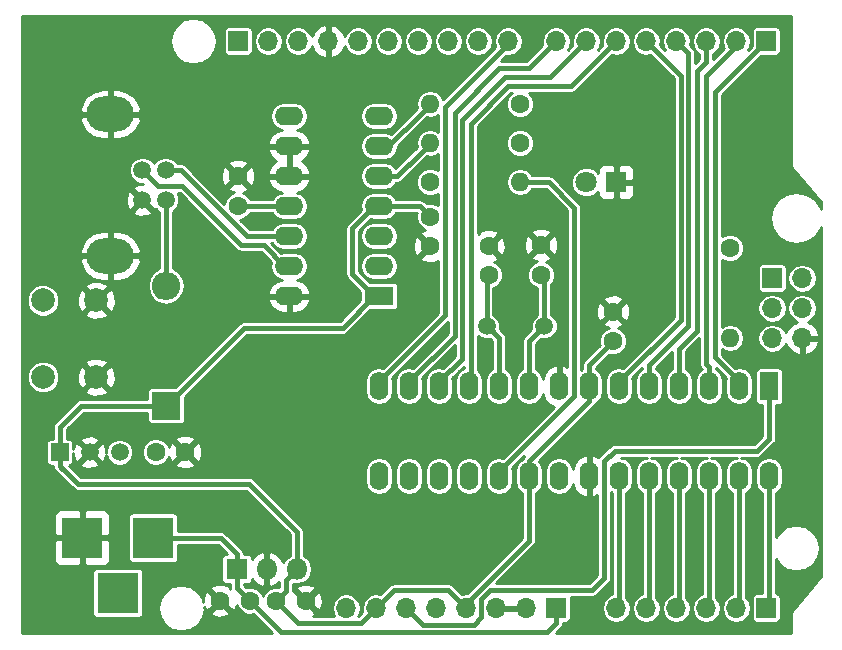
<source format=gtl>
G04 #@! TF.FileFunction,Copper,L1,Top,Signal*
%FSLAX46Y46*%
G04 Gerber Fmt 4.6, Leading zero omitted, Abs format (unit mm)*
G04 Created by KiCad (PCBNEW 4.0.5+dfsg1-4) date Sat Jun 16 18:21:39 2018*
%MOMM*%
%LPD*%
G01*
G04 APERTURE LIST*
%ADD10C,0.100000*%
%ADD11R,1.600000X2.400000*%
%ADD12O,1.600000X2.400000*%
%ADD13C,1.600000*%
%ADD14C,1.520000*%
%ADD15O,4.000000X3.000000*%
%ADD16R,3.500000X3.500000*%
%ADD17R,1.700000X1.700000*%
%ADD18O,1.700000X1.700000*%
%ADD19O,1.600000X1.600000*%
%ADD20C,2.000000*%
%ADD21R,2.400000X1.600000*%
%ADD22O,2.400000X1.600000*%
%ADD23C,1.500000*%
%ADD24R,1.800000X1.800000*%
%ADD25C,1.800000*%
%ADD26R,1.520000X1.520000*%
%ADD27O,1.800000X1.800000*%
%ADD28R,2.400000X2.400000*%
%ADD29O,2.400000X2.400000*%
%ADD30C,0.406400*%
%ADD31C,0.254000*%
G04 APERTURE END LIST*
D10*
D11*
X170434000Y-58166000D03*
D12*
X137414000Y-65786000D03*
X167894000Y-58166000D03*
X139954000Y-65786000D03*
X165354000Y-58166000D03*
X142494000Y-65786000D03*
X162814000Y-58166000D03*
X145034000Y-65786000D03*
X160274000Y-58166000D03*
X147574000Y-65786000D03*
X157734000Y-58166000D03*
X150114000Y-65786000D03*
X155194000Y-58166000D03*
X152654000Y-65786000D03*
X152654000Y-58166000D03*
X155194000Y-65786000D03*
X150114000Y-58166000D03*
X157734000Y-65786000D03*
X147574000Y-58166000D03*
X160274000Y-65786000D03*
X145034000Y-58166000D03*
X162814000Y-65786000D03*
X142494000Y-58166000D03*
X165354000Y-65786000D03*
X139954000Y-58166000D03*
X167894000Y-65786000D03*
X137414000Y-58166000D03*
X170434000Y-65786000D03*
D13*
X157226000Y-54356000D03*
X157226000Y-51856000D03*
X126452000Y-76327000D03*
X123952000Y-76327000D03*
X141732000Y-46315000D03*
X141732000Y-43815000D03*
X125476000Y-42886000D03*
X125476000Y-40386000D03*
X128691000Y-76327000D03*
X131191000Y-76327000D03*
X151130000Y-46228000D03*
X151130000Y-48728000D03*
X146685000Y-46282000D03*
X146685000Y-48782000D03*
D14*
X119348000Y-39878000D03*
X119348000Y-42418000D03*
X117348000Y-42418000D03*
X117348000Y-39878000D03*
D15*
X114648000Y-35148000D03*
X114648000Y-47148000D03*
D16*
X118268000Y-70993000D03*
X112268000Y-70993000D03*
X115268000Y-75693000D03*
D17*
X170180000Y-76962000D03*
D18*
X167640000Y-76962000D03*
X165100000Y-76962000D03*
X162560000Y-76962000D03*
X160020000Y-76962000D03*
X157480000Y-76962000D03*
D17*
X170180000Y-28956000D03*
D18*
X167640000Y-28956000D03*
X165100000Y-28956000D03*
X162560000Y-28956000D03*
X160020000Y-28956000D03*
X157480000Y-28956000D03*
X154940000Y-28956000D03*
X152400000Y-28956000D03*
D13*
X149352000Y-37592000D03*
D19*
X141732000Y-37592000D03*
D13*
X149352000Y-34290000D03*
D19*
X141732000Y-34290000D03*
D13*
X167132000Y-46482000D03*
D19*
X167132000Y-54102000D03*
D20*
X113466000Y-57404000D03*
X108966000Y-57404000D03*
X113466000Y-50904000D03*
X108966000Y-50904000D03*
D21*
X137414000Y-50546000D03*
D22*
X129794000Y-35306000D03*
X137414000Y-48006000D03*
X129794000Y-37846000D03*
X137414000Y-45466000D03*
X129794000Y-40386000D03*
X137414000Y-42926000D03*
X129794000Y-42926000D03*
X137414000Y-40386000D03*
X129794000Y-45466000D03*
X137414000Y-37846000D03*
X129794000Y-48006000D03*
X137414000Y-35306000D03*
X129794000Y-50546000D03*
D23*
X151384000Y-53086000D03*
X146504000Y-53086000D03*
D24*
X157480000Y-40894000D03*
D25*
X154940000Y-40894000D03*
D13*
X141732000Y-40894000D03*
D19*
X149352000Y-40894000D03*
D17*
X152400000Y-76962000D03*
D18*
X149860000Y-76962000D03*
X147320000Y-76962000D03*
X144780000Y-76962000D03*
X142240000Y-76962000D03*
X139700000Y-76962000D03*
X137160000Y-76962000D03*
X134620000Y-76962000D03*
D17*
X170688000Y-49022000D03*
D18*
X173228000Y-49022000D03*
X170688000Y-51562000D03*
X173228000Y-51562000D03*
X170688000Y-54102000D03*
X173228000Y-54102000D03*
D17*
X125476000Y-28956000D03*
D18*
X128016000Y-28956000D03*
X130556000Y-28956000D03*
X133096000Y-28956000D03*
X135636000Y-28956000D03*
X138176000Y-28956000D03*
X140716000Y-28956000D03*
X143256000Y-28956000D03*
X145796000Y-28956000D03*
X148336000Y-28956000D03*
D13*
X118491000Y-63754000D03*
X120991000Y-63754000D03*
D14*
X112903000Y-63754000D03*
X115443000Y-63754000D03*
D26*
X110363000Y-63754000D03*
D24*
X125349000Y-73660000D03*
D27*
X127889000Y-73660000D03*
X130429000Y-73660000D03*
D28*
X119380000Y-59817000D03*
D29*
X119380000Y-49657000D03*
D30*
X126452000Y-76327000D02*
X129119000Y-78994000D01*
X129119000Y-78994000D02*
X151638000Y-78994000D01*
X151638000Y-78994000D02*
X151638000Y-78980400D01*
X151638000Y-78980400D02*
X152400000Y-78218400D01*
X152400000Y-78218400D02*
X152400000Y-76962000D01*
X125349000Y-73660000D02*
X125349000Y-75224000D01*
X125349000Y-75224000D02*
X126452000Y-76327000D01*
X118268000Y-70993000D02*
X123988400Y-70993000D01*
X123988400Y-70993000D02*
X125349000Y-72353600D01*
X125349000Y-72353600D02*
X125349000Y-73660000D01*
X130429000Y-73660000D02*
X129529001Y-74559999D01*
X129529001Y-74559999D02*
X129529001Y-75488999D01*
X129529001Y-75488999D02*
X128691000Y-76327000D01*
X126365000Y-66421000D02*
X130429000Y-70485000D01*
X110617000Y-65151000D02*
X111887000Y-66421000D01*
X111887000Y-66421000D02*
X126365000Y-66421000D01*
X110593600Y-65151000D02*
X110617000Y-65151000D01*
X130429000Y-70485000D02*
X130429000Y-73660000D01*
X137160000Y-76962000D02*
X135903599Y-78218401D01*
X135903599Y-78218401D02*
X130582401Y-78218401D01*
X130582401Y-78218401D02*
X128691000Y-76327000D01*
X125984000Y-53213000D02*
X134347000Y-53213000D01*
X120650000Y-58547000D02*
X125984000Y-53213000D01*
X119380000Y-59817000D02*
X120650000Y-58547000D01*
X110363000Y-63754000D02*
X110363000Y-61595000D01*
X110363000Y-61595000D02*
X112141000Y-59817000D01*
X112141000Y-59817000D02*
X113387600Y-59817000D01*
X113387600Y-59817000D02*
X119380000Y-59817000D01*
X110363000Y-63754000D02*
X110363000Y-64920400D01*
X110363000Y-64920400D02*
X110593600Y-65151000D01*
X134347000Y-53213000D02*
X137014000Y-50546000D01*
X155194000Y-58166000D02*
X155194000Y-56388000D01*
X155194000Y-56388000D02*
X157226000Y-54356000D01*
X141732000Y-43815000D02*
X140843000Y-42926000D01*
X140843000Y-42926000D02*
X137414000Y-42926000D01*
X137014000Y-50546000D02*
X137414000Y-50546000D01*
X135128000Y-48660000D02*
X137014000Y-50546000D01*
X137414000Y-50800000D02*
X137414000Y-50546000D01*
X150114000Y-71247000D02*
X150114000Y-65786000D01*
X144780000Y-76581000D02*
X150114000Y-71247000D01*
X144780000Y-76962000D02*
X144780000Y-76581000D01*
X143256000Y-75438000D02*
X144780000Y-76962000D01*
X155194000Y-59417000D02*
X155194000Y-58166000D01*
X150114000Y-64497000D02*
X150114000Y-65786000D01*
X155194000Y-59417000D02*
X150114000Y-64497000D01*
X138684000Y-75438000D02*
X143256000Y-75438000D01*
X137160000Y-76962000D02*
X138684000Y-75438000D01*
X135128000Y-44812000D02*
X135128000Y-48660000D01*
X137414000Y-42926000D02*
X137014000Y-42926000D01*
X137014000Y-42926000D02*
X135128000Y-44812000D01*
X125476000Y-42886000D02*
X129754000Y-42886000D01*
X129754000Y-42886000D02*
X129794000Y-42926000D01*
X150114000Y-54356000D02*
X150114000Y-58166000D01*
X151384000Y-53086000D02*
X151384000Y-48728000D01*
X151384000Y-53086000D02*
X150114000Y-54356000D01*
X147574000Y-54102000D02*
X147574000Y-58166000D01*
X146504000Y-53086000D02*
X146504000Y-48782000D01*
X146504000Y-53032000D02*
X147574000Y-54102000D01*
X119348000Y-42418000D02*
X119348000Y-49943000D01*
X119348000Y-49943000D02*
X118745000Y-50546000D01*
X126211120Y-45466000D02*
X120623120Y-39878000D01*
X120422802Y-39878000D02*
X119348000Y-39878000D01*
X120623120Y-39878000D02*
X120422802Y-39878000D01*
X129794000Y-45466000D02*
X126211120Y-45466000D01*
X117348000Y-39878000D02*
X118721599Y-41251599D01*
X127635000Y-46228000D02*
X127635000Y-46247000D01*
X118721599Y-41251599D02*
X120753599Y-41251599D01*
X120753599Y-41251599D02*
X125730000Y-46228000D01*
X125730000Y-46228000D02*
X127635000Y-46228000D01*
X127635000Y-46247000D02*
X129394000Y-48006000D01*
X129394000Y-48006000D02*
X129794000Y-48006000D01*
X145415000Y-78359000D02*
X141097000Y-78359000D01*
X139700000Y-76962000D02*
X140549999Y-77811999D01*
X140549999Y-77811999D02*
X141097000Y-78359000D01*
X170434000Y-58166000D02*
X170434000Y-62611000D01*
X170434000Y-62611000D02*
X169418000Y-63627000D01*
X155448000Y-75438000D02*
X146812000Y-75438000D01*
X169418000Y-63627000D02*
X157353000Y-63627000D01*
X157353000Y-63627000D02*
X156464000Y-64516000D01*
X156464000Y-64516000D02*
X156464000Y-74422000D01*
X156464000Y-74422000D02*
X155448000Y-75438000D01*
X146812000Y-75438000D02*
X146050000Y-76200000D01*
X146050000Y-76200000D02*
X146050000Y-77724000D01*
X146050000Y-77724000D02*
X145415000Y-78359000D01*
X170434000Y-64897000D02*
X170434000Y-76708000D01*
X170434000Y-76708000D02*
X170180000Y-76962000D01*
X167894000Y-64897000D02*
X167894000Y-76708000D01*
X167894000Y-76708000D02*
X167640000Y-76962000D01*
X165354000Y-64897000D02*
X165354000Y-76708000D01*
X165354000Y-76708000D02*
X165100000Y-76962000D01*
X162814000Y-64897000D02*
X162814000Y-76708000D01*
X162814000Y-76708000D02*
X162560000Y-76962000D01*
X160274000Y-64897000D02*
X160274000Y-76708000D01*
X160274000Y-76708000D02*
X160020000Y-76962000D01*
X157734000Y-64897000D02*
X157734000Y-76708000D01*
X157734000Y-76708000D02*
X157480000Y-76962000D01*
X143002000Y-34544000D02*
X143002000Y-51943000D01*
X137414000Y-58166000D02*
X137414000Y-57766000D01*
X137414000Y-57766000D02*
X143002000Y-52178000D01*
X143002000Y-52178000D02*
X143002000Y-51943000D01*
X148336000Y-29210000D02*
X143002000Y-34544000D01*
X148336000Y-28956000D02*
X148336000Y-29210000D01*
X147574000Y-65786000D02*
X147574000Y-65386000D01*
X147574000Y-65386000D02*
X153924000Y-59036000D01*
X153924000Y-59036000D02*
X153924000Y-43053000D01*
X153924000Y-43053000D02*
X151765000Y-40894000D01*
X151765000Y-40894000D02*
X149352000Y-40894000D01*
X170180000Y-28956000D02*
X165862000Y-33274000D01*
X165862000Y-33274000D02*
X165862000Y-55734000D01*
X165862000Y-55734000D02*
X167894000Y-57766000D01*
X167894000Y-57766000D02*
X167894000Y-58166000D01*
X165354000Y-58166000D02*
X165354000Y-56559600D01*
X165354000Y-56559600D02*
X165100000Y-56305600D01*
X165100000Y-31877000D02*
X167640000Y-29337000D01*
X165100000Y-56305600D02*
X165100000Y-31877000D01*
X167640000Y-29337000D02*
X167640000Y-28956000D01*
X162814000Y-58166000D02*
X162814000Y-54991000D01*
X164338000Y-31496000D02*
X165100000Y-30734000D01*
X162814000Y-54991000D02*
X164338000Y-53467000D01*
X164338000Y-53467000D02*
X164338000Y-31496000D01*
X165100000Y-30734000D02*
X165100000Y-28956000D01*
X162560000Y-28956000D02*
X163576000Y-29972000D01*
X163576000Y-29972000D02*
X163576000Y-53112880D01*
X163576000Y-53112880D02*
X160274000Y-56414880D01*
X160274000Y-56414880D02*
X160274000Y-58166000D01*
X157734000Y-58166000D02*
X157734000Y-57766000D01*
X162941000Y-52559000D02*
X162941000Y-31877000D01*
X157734000Y-57766000D02*
X162941000Y-52559000D01*
X162941000Y-31877000D02*
X160020000Y-28956000D01*
X154940000Y-28956000D02*
X151892000Y-32004000D01*
X151892000Y-32004000D02*
X148082000Y-32004000D01*
X142494000Y-57766000D02*
X142494000Y-58166000D01*
X148082000Y-32004000D02*
X144424389Y-35661611D01*
X144424389Y-35661611D02*
X144424389Y-55835611D01*
X144424389Y-55835611D02*
X142494000Y-57766000D01*
X152400000Y-28956000D02*
X150114000Y-31242000D01*
X150114000Y-31242000D02*
X147574000Y-31242000D01*
X147574000Y-31242000D02*
X143814779Y-35001221D01*
X143814779Y-35001221D02*
X143814779Y-53905221D01*
X139954000Y-57766000D02*
X139954000Y-58166000D01*
X143814779Y-53905221D02*
X139954000Y-57766000D01*
X137414000Y-40386000D02*
X138938000Y-40386000D01*
X138938000Y-40386000D02*
X140932001Y-38391999D01*
X140932001Y-38391999D02*
X141732000Y-37592000D01*
X137414000Y-37846000D02*
X138176000Y-37846000D01*
X138176000Y-37846000D02*
X140932001Y-35089999D01*
X140932001Y-35089999D02*
X141732000Y-34290000D01*
X153670000Y-32766000D02*
X148336000Y-32766000D01*
X157480000Y-28956000D02*
X153670000Y-32766000D01*
X145161000Y-35941000D02*
X148336000Y-32766000D01*
X145161000Y-35941000D02*
X145161000Y-58039000D01*
X145161000Y-58039000D02*
X145034000Y-58166000D01*
D31*
G36*
X172264000Y-39370000D02*
X172277397Y-39437350D01*
X172284642Y-39505645D01*
X172294633Y-39524004D01*
X172298711Y-39544504D01*
X172336865Y-39601606D01*
X172369691Y-39661924D01*
X174804000Y-42583095D01*
X174804000Y-43187898D01*
X174783947Y-43087085D01*
X174299677Y-42362323D01*
X173574915Y-41878053D01*
X172720000Y-41708000D01*
X171865085Y-41878053D01*
X171140323Y-42362323D01*
X170656053Y-43087085D01*
X170486000Y-43942000D01*
X170656053Y-44796915D01*
X171140323Y-45521677D01*
X171865085Y-46005947D01*
X172720000Y-46176000D01*
X173574915Y-46005947D01*
X174299677Y-45521677D01*
X174783947Y-44796915D01*
X174804000Y-44696102D01*
X174804000Y-74256905D01*
X172369691Y-77178076D01*
X172336865Y-77238394D01*
X172298711Y-77295496D01*
X172294633Y-77315996D01*
X172284642Y-77334355D01*
X172277397Y-77402650D01*
X172264000Y-77470000D01*
X172264000Y-79046000D01*
X152398584Y-79046000D01*
X152813092Y-78631492D01*
X152939731Y-78441963D01*
X152984200Y-78218400D01*
X152984200Y-78200464D01*
X153250000Y-78200464D01*
X153391190Y-78173897D01*
X153520865Y-78090454D01*
X153607859Y-77963134D01*
X153638464Y-77812000D01*
X153638464Y-76112000D01*
X153621567Y-76022200D01*
X155448000Y-76022200D01*
X155671564Y-75977730D01*
X155861092Y-75851092D01*
X156877092Y-74835092D01*
X156911523Y-74783562D01*
X157003730Y-74645564D01*
X157048200Y-74422000D01*
X157048200Y-67151822D01*
X157149800Y-67219709D01*
X157149800Y-75772564D01*
X157008917Y-75800587D01*
X156609552Y-76067435D01*
X156342704Y-76466800D01*
X156249000Y-76937883D01*
X156249000Y-76986117D01*
X156342704Y-77457200D01*
X156609552Y-77856565D01*
X157008917Y-78123413D01*
X157480000Y-78217117D01*
X157951083Y-78123413D01*
X158350448Y-77856565D01*
X158617296Y-77457200D01*
X158711000Y-76986117D01*
X158711000Y-76937883D01*
X158617296Y-76466800D01*
X158350448Y-76067435D01*
X158318200Y-76045888D01*
X158318200Y-67219709D01*
X158569093Y-67052067D01*
X158825102Y-66668923D01*
X158915000Y-66216974D01*
X158915000Y-65355026D01*
X158825102Y-64903077D01*
X158569093Y-64519933D01*
X158185949Y-64263924D01*
X157920887Y-64211200D01*
X160087113Y-64211200D01*
X159822051Y-64263924D01*
X159438907Y-64519933D01*
X159182898Y-64903077D01*
X159093000Y-65355026D01*
X159093000Y-66216974D01*
X159182898Y-66668923D01*
X159438907Y-67052067D01*
X159689800Y-67219709D01*
X159689800Y-75772564D01*
X159548917Y-75800587D01*
X159149552Y-76067435D01*
X158882704Y-76466800D01*
X158789000Y-76937883D01*
X158789000Y-76986117D01*
X158882704Y-77457200D01*
X159149552Y-77856565D01*
X159548917Y-78123413D01*
X160020000Y-78217117D01*
X160491083Y-78123413D01*
X160890448Y-77856565D01*
X161157296Y-77457200D01*
X161251000Y-76986117D01*
X161251000Y-76937883D01*
X161157296Y-76466800D01*
X160890448Y-76067435D01*
X160858200Y-76045888D01*
X160858200Y-67219709D01*
X161109093Y-67052067D01*
X161365102Y-66668923D01*
X161455000Y-66216974D01*
X161455000Y-65355026D01*
X161365102Y-64903077D01*
X161109093Y-64519933D01*
X160725949Y-64263924D01*
X160460887Y-64211200D01*
X162627113Y-64211200D01*
X162362051Y-64263924D01*
X161978907Y-64519933D01*
X161722898Y-64903077D01*
X161633000Y-65355026D01*
X161633000Y-66216974D01*
X161722898Y-66668923D01*
X161978907Y-67052067D01*
X162229800Y-67219709D01*
X162229800Y-75772564D01*
X162088917Y-75800587D01*
X161689552Y-76067435D01*
X161422704Y-76466800D01*
X161329000Y-76937883D01*
X161329000Y-76986117D01*
X161422704Y-77457200D01*
X161689552Y-77856565D01*
X162088917Y-78123413D01*
X162560000Y-78217117D01*
X163031083Y-78123413D01*
X163430448Y-77856565D01*
X163697296Y-77457200D01*
X163791000Y-76986117D01*
X163791000Y-76937883D01*
X163697296Y-76466800D01*
X163430448Y-76067435D01*
X163398200Y-76045888D01*
X163398200Y-67219709D01*
X163649093Y-67052067D01*
X163905102Y-66668923D01*
X163995000Y-66216974D01*
X163995000Y-65355026D01*
X163905102Y-64903077D01*
X163649093Y-64519933D01*
X163265949Y-64263924D01*
X163000887Y-64211200D01*
X165167113Y-64211200D01*
X164902051Y-64263924D01*
X164518907Y-64519933D01*
X164262898Y-64903077D01*
X164173000Y-65355026D01*
X164173000Y-66216974D01*
X164262898Y-66668923D01*
X164518907Y-67052067D01*
X164769800Y-67219709D01*
X164769800Y-75772564D01*
X164628917Y-75800587D01*
X164229552Y-76067435D01*
X163962704Y-76466800D01*
X163869000Y-76937883D01*
X163869000Y-76986117D01*
X163962704Y-77457200D01*
X164229552Y-77856565D01*
X164628917Y-78123413D01*
X165100000Y-78217117D01*
X165571083Y-78123413D01*
X165970448Y-77856565D01*
X166237296Y-77457200D01*
X166331000Y-76986117D01*
X166331000Y-76937883D01*
X166237296Y-76466800D01*
X165970448Y-76067435D01*
X165938200Y-76045888D01*
X165938200Y-67219709D01*
X166189093Y-67052067D01*
X166445102Y-66668923D01*
X166535000Y-66216974D01*
X166535000Y-65355026D01*
X166445102Y-64903077D01*
X166189093Y-64519933D01*
X165805949Y-64263924D01*
X165540887Y-64211200D01*
X167707113Y-64211200D01*
X167442051Y-64263924D01*
X167058907Y-64519933D01*
X166802898Y-64903077D01*
X166713000Y-65355026D01*
X166713000Y-66216974D01*
X166802898Y-66668923D01*
X167058907Y-67052067D01*
X167309800Y-67219709D01*
X167309800Y-75772564D01*
X167168917Y-75800587D01*
X166769552Y-76067435D01*
X166502704Y-76466800D01*
X166409000Y-76937883D01*
X166409000Y-76986117D01*
X166502704Y-77457200D01*
X166769552Y-77856565D01*
X167168917Y-78123413D01*
X167640000Y-78217117D01*
X168111083Y-78123413D01*
X168510448Y-77856565D01*
X168777296Y-77457200D01*
X168871000Y-76986117D01*
X168871000Y-76937883D01*
X168777296Y-76466800D01*
X168540226Y-76112000D01*
X168941536Y-76112000D01*
X168941536Y-77812000D01*
X168968103Y-77953190D01*
X169051546Y-78082865D01*
X169178866Y-78169859D01*
X169330000Y-78200464D01*
X171030000Y-78200464D01*
X171171190Y-78173897D01*
X171300865Y-78090454D01*
X171387859Y-77963134D01*
X171418464Y-77812000D01*
X171418464Y-76112000D01*
X171391897Y-75970810D01*
X171308454Y-75841135D01*
X171181134Y-75754141D01*
X171030000Y-75723536D01*
X171018200Y-75723536D01*
X171018200Y-72830502D01*
X171319929Y-73282071D01*
X171962287Y-73711281D01*
X172720000Y-73862000D01*
X173477713Y-73711281D01*
X174120071Y-73282071D01*
X174549281Y-72639713D01*
X174700000Y-71882000D01*
X174549281Y-71124287D01*
X174120071Y-70481929D01*
X173477713Y-70052719D01*
X172720000Y-69902000D01*
X171962287Y-70052719D01*
X171319929Y-70481929D01*
X171018200Y-70933498D01*
X171018200Y-67219709D01*
X171269093Y-67052067D01*
X171525102Y-66668923D01*
X171615000Y-66216974D01*
X171615000Y-65355026D01*
X171525102Y-64903077D01*
X171269093Y-64519933D01*
X170885949Y-64263924D01*
X170434000Y-64174026D01*
X169982051Y-64263924D01*
X169598907Y-64519933D01*
X169342898Y-64903077D01*
X169253000Y-65355026D01*
X169253000Y-66216974D01*
X169342898Y-66668923D01*
X169598907Y-67052067D01*
X169849800Y-67219709D01*
X169849800Y-75723536D01*
X169330000Y-75723536D01*
X169188810Y-75750103D01*
X169059135Y-75833546D01*
X168972141Y-75960866D01*
X168941536Y-76112000D01*
X168540226Y-76112000D01*
X168510448Y-76067435D01*
X168478200Y-76045888D01*
X168478200Y-67219709D01*
X168729093Y-67052067D01*
X168985102Y-66668923D01*
X169075000Y-66216974D01*
X169075000Y-65355026D01*
X168985102Y-64903077D01*
X168729093Y-64519933D01*
X168345949Y-64263924D01*
X168080887Y-64211200D01*
X169418000Y-64211200D01*
X169641564Y-64166730D01*
X169831092Y-64040092D01*
X170847092Y-63024092D01*
X170893364Y-62954841D01*
X170973730Y-62834564D01*
X171018200Y-62611000D01*
X171018200Y-59754464D01*
X171234000Y-59754464D01*
X171375190Y-59727897D01*
X171504865Y-59644454D01*
X171591859Y-59517134D01*
X171622464Y-59366000D01*
X171622464Y-56966000D01*
X171595897Y-56824810D01*
X171512454Y-56695135D01*
X171385134Y-56608141D01*
X171234000Y-56577536D01*
X169634000Y-56577536D01*
X169492810Y-56604103D01*
X169363135Y-56687546D01*
X169276141Y-56814866D01*
X169245536Y-56966000D01*
X169245536Y-59366000D01*
X169272103Y-59507190D01*
X169355546Y-59636865D01*
X169482866Y-59723859D01*
X169634000Y-59754464D01*
X169849800Y-59754464D01*
X169849800Y-62369016D01*
X169176016Y-63042800D01*
X157353000Y-63042800D01*
X157129436Y-63087270D01*
X157034461Y-63150730D01*
X156939908Y-63213908D01*
X156050908Y-64102908D01*
X155981736Y-64206431D01*
X155625819Y-64011633D01*
X155543039Y-63994096D01*
X155321000Y-64116085D01*
X155321000Y-65659000D01*
X155341000Y-65659000D01*
X155341000Y-65913000D01*
X155321000Y-65913000D01*
X155321000Y-67455915D01*
X155543039Y-67577904D01*
X155625819Y-67560367D01*
X155879800Y-67421360D01*
X155879800Y-74180016D01*
X155206016Y-74853800D01*
X147333384Y-74853800D01*
X150527092Y-71660092D01*
X150612192Y-71532730D01*
X150653730Y-71470564D01*
X150698200Y-71247000D01*
X150698200Y-67219709D01*
X150949093Y-67052067D01*
X151205102Y-66668923D01*
X151295000Y-66216974D01*
X151295000Y-65355026D01*
X151473000Y-65355026D01*
X151473000Y-66216974D01*
X151562898Y-66668923D01*
X151818907Y-67052067D01*
X152202051Y-67308076D01*
X152654000Y-67397974D01*
X153105949Y-67308076D01*
X153489093Y-67052067D01*
X153745102Y-66668923D01*
X153792871Y-66428772D01*
X153916834Y-66852483D01*
X154269104Y-67290500D01*
X154762181Y-67560367D01*
X154844961Y-67577904D01*
X155067000Y-67455915D01*
X155067000Y-65913000D01*
X155047000Y-65913000D01*
X155047000Y-65659000D01*
X155067000Y-65659000D01*
X155067000Y-64116085D01*
X154844961Y-63994096D01*
X154762181Y-64011633D01*
X154269104Y-64281500D01*
X153916834Y-64719517D01*
X153792871Y-65143228D01*
X153745102Y-64903077D01*
X153489093Y-64519933D01*
X153105949Y-64263924D01*
X152654000Y-64174026D01*
X152202051Y-64263924D01*
X151818907Y-64519933D01*
X151562898Y-64903077D01*
X151473000Y-65355026D01*
X151295000Y-65355026D01*
X151205102Y-64903077D01*
X150949093Y-64519933D01*
X150930005Y-64507179D01*
X155607092Y-59830092D01*
X155678074Y-59723859D01*
X155733730Y-59640564D01*
X155736286Y-59627715D01*
X156029093Y-59432067D01*
X156285102Y-59048923D01*
X156375000Y-58596974D01*
X156375000Y-57735026D01*
X156553000Y-57735026D01*
X156553000Y-58596974D01*
X156642898Y-59048923D01*
X156898907Y-59432067D01*
X157282051Y-59688076D01*
X157734000Y-59777974D01*
X158185949Y-59688076D01*
X158569093Y-59432067D01*
X158825102Y-59048923D01*
X158915000Y-58596974D01*
X158915000Y-57735026D01*
X158861271Y-57464913D01*
X159689800Y-56636384D01*
X159689800Y-56732291D01*
X159438907Y-56899933D01*
X159182898Y-57283077D01*
X159093000Y-57735026D01*
X159093000Y-58596974D01*
X159182898Y-59048923D01*
X159438907Y-59432067D01*
X159822051Y-59688076D01*
X160274000Y-59777974D01*
X160725949Y-59688076D01*
X161109093Y-59432067D01*
X161365102Y-59048923D01*
X161455000Y-58596974D01*
X161455000Y-57735026D01*
X161365102Y-57283077D01*
X161109093Y-56899933D01*
X160858200Y-56732291D01*
X160858200Y-56656864D01*
X162229800Y-55285264D01*
X162229800Y-56732291D01*
X161978907Y-56899933D01*
X161722898Y-57283077D01*
X161633000Y-57735026D01*
X161633000Y-58596974D01*
X161722898Y-59048923D01*
X161978907Y-59432067D01*
X162362051Y-59688076D01*
X162814000Y-59777974D01*
X163265949Y-59688076D01*
X163649093Y-59432067D01*
X163905102Y-59048923D01*
X163995000Y-58596974D01*
X163995000Y-57735026D01*
X163905102Y-57283077D01*
X163649093Y-56899933D01*
X163398200Y-56732291D01*
X163398200Y-55232984D01*
X164515800Y-54115383D01*
X164515800Y-56305600D01*
X164560270Y-56529164D01*
X164633288Y-56638443D01*
X164686908Y-56718692D01*
X164728262Y-56760046D01*
X164518907Y-56899933D01*
X164262898Y-57283077D01*
X164173000Y-57735026D01*
X164173000Y-58596974D01*
X164262898Y-59048923D01*
X164518907Y-59432067D01*
X164902051Y-59688076D01*
X165354000Y-59777974D01*
X165805949Y-59688076D01*
X166189093Y-59432067D01*
X166445102Y-59048923D01*
X166535000Y-58596974D01*
X166535000Y-57735026D01*
X166445102Y-57283077D01*
X166189093Y-56899933D01*
X165938200Y-56732291D01*
X165938200Y-56636384D01*
X166766729Y-57464913D01*
X166713000Y-57735026D01*
X166713000Y-58596974D01*
X166802898Y-59048923D01*
X167058907Y-59432067D01*
X167442051Y-59688076D01*
X167894000Y-59777974D01*
X168345949Y-59688076D01*
X168729093Y-59432067D01*
X168985102Y-59048923D01*
X169075000Y-58596974D01*
X169075000Y-57735026D01*
X168985102Y-57283077D01*
X168729093Y-56899933D01*
X168345949Y-56643924D01*
X167894000Y-56554026D01*
X167572217Y-56618033D01*
X166446200Y-55492016D01*
X166446200Y-55059985D01*
X166680051Y-55216239D01*
X167132000Y-55306137D01*
X167583949Y-55216239D01*
X167967093Y-54960230D01*
X168223102Y-54577086D01*
X168313000Y-54125137D01*
X168313000Y-54102000D01*
X169432883Y-54102000D01*
X169526587Y-54573083D01*
X169793435Y-54972448D01*
X170192800Y-55239296D01*
X170663883Y-55333000D01*
X170712117Y-55333000D01*
X171183200Y-55239296D01*
X171582565Y-54972448D01*
X171839788Y-54587488D01*
X171956355Y-54868924D01*
X172346642Y-55297183D01*
X172871108Y-55543486D01*
X173101000Y-55422819D01*
X173101000Y-54229000D01*
X173355000Y-54229000D01*
X173355000Y-55422819D01*
X173584892Y-55543486D01*
X174109358Y-55297183D01*
X174499645Y-54868924D01*
X174669476Y-54458890D01*
X174548155Y-54229000D01*
X173355000Y-54229000D01*
X173101000Y-54229000D01*
X173081000Y-54229000D01*
X173081000Y-53975000D01*
X173101000Y-53975000D01*
X173101000Y-53955000D01*
X173355000Y-53955000D01*
X173355000Y-53975000D01*
X174548155Y-53975000D01*
X174669476Y-53745110D01*
X174499645Y-53335076D01*
X174109358Y-52906817D01*
X173684053Y-52707083D01*
X173723200Y-52699296D01*
X174122565Y-52432448D01*
X174389413Y-52033083D01*
X174483117Y-51562000D01*
X174389413Y-51090917D01*
X174122565Y-50691552D01*
X173723200Y-50424704D01*
X173252117Y-50331000D01*
X173203883Y-50331000D01*
X172732800Y-50424704D01*
X172333435Y-50691552D01*
X172066587Y-51090917D01*
X171972883Y-51562000D01*
X172066587Y-52033083D01*
X172333435Y-52432448D01*
X172732800Y-52699296D01*
X172771947Y-52707083D01*
X172346642Y-52906817D01*
X171956355Y-53335076D01*
X171839788Y-53616512D01*
X171582565Y-53231552D01*
X171183200Y-52964704D01*
X170712117Y-52871000D01*
X170663883Y-52871000D01*
X170192800Y-52964704D01*
X169793435Y-53231552D01*
X169526587Y-53630917D01*
X169432883Y-54102000D01*
X168313000Y-54102000D01*
X168313000Y-54078863D01*
X168223102Y-53626914D01*
X167967093Y-53243770D01*
X167583949Y-52987761D01*
X167132000Y-52897863D01*
X166680051Y-52987761D01*
X166446200Y-53144015D01*
X166446200Y-51562000D01*
X169432883Y-51562000D01*
X169526587Y-52033083D01*
X169793435Y-52432448D01*
X170192800Y-52699296D01*
X170663883Y-52793000D01*
X170712117Y-52793000D01*
X171183200Y-52699296D01*
X171582565Y-52432448D01*
X171849413Y-52033083D01*
X171943117Y-51562000D01*
X171849413Y-51090917D01*
X171582565Y-50691552D01*
X171183200Y-50424704D01*
X170712117Y-50331000D01*
X170663883Y-50331000D01*
X170192800Y-50424704D01*
X169793435Y-50691552D01*
X169526587Y-51090917D01*
X169432883Y-51562000D01*
X166446200Y-51562000D01*
X166446200Y-48172000D01*
X169449536Y-48172000D01*
X169449536Y-49872000D01*
X169476103Y-50013190D01*
X169559546Y-50142865D01*
X169686866Y-50229859D01*
X169838000Y-50260464D01*
X171538000Y-50260464D01*
X171679190Y-50233897D01*
X171808865Y-50150454D01*
X171895859Y-50023134D01*
X171926464Y-49872000D01*
X171926464Y-49022000D01*
X171972883Y-49022000D01*
X172066587Y-49493083D01*
X172333435Y-49892448D01*
X172732800Y-50159296D01*
X173203883Y-50253000D01*
X173252117Y-50253000D01*
X173723200Y-50159296D01*
X174122565Y-49892448D01*
X174389413Y-49493083D01*
X174483117Y-49022000D01*
X174389413Y-48550917D01*
X174122565Y-48151552D01*
X173723200Y-47884704D01*
X173252117Y-47791000D01*
X173203883Y-47791000D01*
X172732800Y-47884704D01*
X172333435Y-48151552D01*
X172066587Y-48550917D01*
X171972883Y-49022000D01*
X171926464Y-49022000D01*
X171926464Y-48172000D01*
X171899897Y-48030810D01*
X171816454Y-47901135D01*
X171689134Y-47814141D01*
X171538000Y-47783536D01*
X169838000Y-47783536D01*
X169696810Y-47810103D01*
X169567135Y-47893546D01*
X169480141Y-48020866D01*
X169449536Y-48172000D01*
X166446200Y-48172000D01*
X166446200Y-47466647D01*
X166462144Y-47482619D01*
X166896054Y-47662794D01*
X167365885Y-47663204D01*
X167800109Y-47483787D01*
X168132619Y-47151856D01*
X168312794Y-46717946D01*
X168313204Y-46248115D01*
X168133787Y-45813891D01*
X167801856Y-45481381D01*
X167367946Y-45301206D01*
X166898115Y-45300796D01*
X166463891Y-45480213D01*
X166446200Y-45497873D01*
X166446200Y-33515984D01*
X169767720Y-30194464D01*
X171030000Y-30194464D01*
X171171190Y-30167897D01*
X171300865Y-30084454D01*
X171387859Y-29957134D01*
X171418464Y-29806000D01*
X171418464Y-28106000D01*
X171391897Y-27964810D01*
X171308454Y-27835135D01*
X171181134Y-27748141D01*
X171030000Y-27717536D01*
X169330000Y-27717536D01*
X169188810Y-27744103D01*
X169059135Y-27827546D01*
X168972141Y-27954866D01*
X168941536Y-28106000D01*
X168941536Y-29368280D01*
X168613543Y-29696273D01*
X168777296Y-29451200D01*
X168871000Y-28980117D01*
X168871000Y-28931883D01*
X168777296Y-28460800D01*
X168510448Y-28061435D01*
X168111083Y-27794587D01*
X167640000Y-27700883D01*
X167168917Y-27794587D01*
X166769552Y-28061435D01*
X166502704Y-28460800D01*
X166409000Y-28931883D01*
X166409000Y-28980117D01*
X166502704Y-29451200D01*
X166581576Y-29569240D01*
X165684200Y-30466616D01*
X165684200Y-30041830D01*
X165970448Y-29850565D01*
X166237296Y-29451200D01*
X166331000Y-28980117D01*
X166331000Y-28931883D01*
X166237296Y-28460800D01*
X165970448Y-28061435D01*
X165571083Y-27794587D01*
X165100000Y-27700883D01*
X164628917Y-27794587D01*
X164229552Y-28061435D01*
X163962704Y-28460800D01*
X163869000Y-28931883D01*
X163869000Y-28980117D01*
X163962704Y-29451200D01*
X164229552Y-29850565D01*
X164515800Y-30041830D01*
X164515800Y-30492016D01*
X164160200Y-30847616D01*
X164160200Y-29972000D01*
X164115730Y-29748436D01*
X163989092Y-29558908D01*
X163727838Y-29297654D01*
X163791000Y-28980117D01*
X163791000Y-28931883D01*
X163697296Y-28460800D01*
X163430448Y-28061435D01*
X163031083Y-27794587D01*
X162560000Y-27700883D01*
X162088917Y-27794587D01*
X161689552Y-28061435D01*
X161422704Y-28460800D01*
X161329000Y-28931883D01*
X161329000Y-28980117D01*
X161422704Y-29451200D01*
X161586457Y-29696273D01*
X161187838Y-29297654D01*
X161251000Y-28980117D01*
X161251000Y-28931883D01*
X161157296Y-28460800D01*
X160890448Y-28061435D01*
X160491083Y-27794587D01*
X160020000Y-27700883D01*
X159548917Y-27794587D01*
X159149552Y-28061435D01*
X158882704Y-28460800D01*
X158789000Y-28931883D01*
X158789000Y-28980117D01*
X158882704Y-29451200D01*
X159149552Y-29850565D01*
X159548917Y-30117413D01*
X160020000Y-30211117D01*
X160377769Y-30139953D01*
X162356800Y-32118984D01*
X162356800Y-52317016D01*
X158055783Y-56618033D01*
X157734000Y-56554026D01*
X157282051Y-56643924D01*
X156898907Y-56899933D01*
X156642898Y-57283077D01*
X156553000Y-57735026D01*
X156375000Y-57735026D01*
X156285102Y-57283077D01*
X156029093Y-56899933D01*
X155778200Y-56732291D01*
X155778200Y-56629984D01*
X156906206Y-55501978D01*
X156990054Y-55536794D01*
X157459885Y-55537204D01*
X157894109Y-55357787D01*
X158226619Y-55025856D01*
X158406794Y-54591946D01*
X158407204Y-54122115D01*
X158227787Y-53687891D01*
X157895856Y-53355381D01*
X157641879Y-53249921D01*
X157980005Y-53109864D01*
X158054139Y-52863745D01*
X157226000Y-52035605D01*
X156397861Y-52863745D01*
X156471995Y-53109864D01*
X156834187Y-53240050D01*
X156557891Y-53354213D01*
X156225381Y-53686144D01*
X156045206Y-54120054D01*
X156044796Y-54589885D01*
X156080214Y-54675602D01*
X154780908Y-55974908D01*
X154654270Y-56164436D01*
X154609800Y-56388000D01*
X154609800Y-56732291D01*
X154508200Y-56800178D01*
X154508200Y-51639223D01*
X155779035Y-51639223D01*
X155806222Y-52209454D01*
X155972136Y-52610005D01*
X156218255Y-52684139D01*
X157046395Y-51856000D01*
X157405605Y-51856000D01*
X158233745Y-52684139D01*
X158479864Y-52610005D01*
X158672965Y-52072777D01*
X158645778Y-51502546D01*
X158479864Y-51101995D01*
X158233745Y-51027861D01*
X157405605Y-51856000D01*
X157046395Y-51856000D01*
X156218255Y-51027861D01*
X155972136Y-51101995D01*
X155779035Y-51639223D01*
X154508200Y-51639223D01*
X154508200Y-50848255D01*
X156397861Y-50848255D01*
X157226000Y-51676395D01*
X158054139Y-50848255D01*
X157980005Y-50602136D01*
X157442777Y-50409035D01*
X156872546Y-50436222D01*
X156471995Y-50602136D01*
X156397861Y-50848255D01*
X154508200Y-50848255D01*
X154508200Y-43053000D01*
X154463730Y-42829436D01*
X154337092Y-42639908D01*
X152844873Y-41147689D01*
X153658778Y-41147689D01*
X153853388Y-41618680D01*
X154213425Y-41979345D01*
X154684076Y-42174777D01*
X155193689Y-42175222D01*
X155664680Y-41980612D01*
X155945000Y-41700780D01*
X155945000Y-41920310D01*
X156041673Y-42153699D01*
X156220302Y-42332327D01*
X156453691Y-42429000D01*
X157194250Y-42429000D01*
X157353000Y-42270250D01*
X157353000Y-41021000D01*
X157607000Y-41021000D01*
X157607000Y-42270250D01*
X157765750Y-42429000D01*
X158506309Y-42429000D01*
X158739698Y-42332327D01*
X158918327Y-42153699D01*
X159015000Y-41920310D01*
X159015000Y-41179750D01*
X158856250Y-41021000D01*
X157607000Y-41021000D01*
X157353000Y-41021000D01*
X157333000Y-41021000D01*
X157333000Y-40767000D01*
X157353000Y-40767000D01*
X157353000Y-39517750D01*
X157607000Y-39517750D01*
X157607000Y-40767000D01*
X158856250Y-40767000D01*
X159015000Y-40608250D01*
X159015000Y-39867690D01*
X158918327Y-39634301D01*
X158739698Y-39455673D01*
X158506309Y-39359000D01*
X157765750Y-39359000D01*
X157607000Y-39517750D01*
X157353000Y-39517750D01*
X157194250Y-39359000D01*
X156453691Y-39359000D01*
X156220302Y-39455673D01*
X156041673Y-39634301D01*
X155945000Y-39867690D01*
X155945000Y-40087566D01*
X155666575Y-39808655D01*
X155195924Y-39613223D01*
X154686311Y-39612778D01*
X154215320Y-39807388D01*
X153854655Y-40167425D01*
X153659223Y-40638076D01*
X153658778Y-41147689D01*
X152844873Y-41147689D01*
X152178092Y-40480908D01*
X152083539Y-40417730D01*
X151988564Y-40354270D01*
X151765000Y-40309800D01*
X150377872Y-40309800D01*
X150210230Y-40058907D01*
X149827086Y-39802898D01*
X149375137Y-39713000D01*
X149328863Y-39713000D01*
X148876914Y-39802898D01*
X148493770Y-40058907D01*
X148237761Y-40442051D01*
X148147863Y-40894000D01*
X148237761Y-41345949D01*
X148493770Y-41729093D01*
X148876914Y-41985102D01*
X149328863Y-42075000D01*
X149375137Y-42075000D01*
X149827086Y-41985102D01*
X150210230Y-41729093D01*
X150377872Y-41478200D01*
X151523016Y-41478200D01*
X153339800Y-43294984D01*
X153339800Y-56530640D01*
X153085819Y-56391633D01*
X153003039Y-56374096D01*
X152781000Y-56496085D01*
X152781000Y-58039000D01*
X152801000Y-58039000D01*
X152801000Y-58293000D01*
X152781000Y-58293000D01*
X152781000Y-58313000D01*
X152527000Y-58313000D01*
X152527000Y-58293000D01*
X152507000Y-58293000D01*
X152507000Y-58039000D01*
X152527000Y-58039000D01*
X152527000Y-56496085D01*
X152304961Y-56374096D01*
X152222181Y-56391633D01*
X151729104Y-56661500D01*
X151376834Y-57099517D01*
X151252871Y-57523228D01*
X151205102Y-57283077D01*
X150949093Y-56899933D01*
X150698200Y-56732291D01*
X150698200Y-54597984D01*
X151102460Y-54193724D01*
X151158043Y-54216804D01*
X151607983Y-54217196D01*
X152023823Y-54045375D01*
X152342256Y-53727497D01*
X152514804Y-53311957D01*
X152515196Y-52862017D01*
X152343375Y-52446177D01*
X152025497Y-52127744D01*
X151968200Y-52103952D01*
X151968200Y-49559992D01*
X152130619Y-49397856D01*
X152310794Y-48963946D01*
X152311204Y-48494115D01*
X152131787Y-48059891D01*
X151799856Y-47727381D01*
X151545879Y-47621921D01*
X151884005Y-47481864D01*
X151958139Y-47235745D01*
X151130000Y-46407605D01*
X150301861Y-47235745D01*
X150375995Y-47481864D01*
X150738187Y-47612050D01*
X150461891Y-47726213D01*
X150129381Y-48058144D01*
X149949206Y-48492054D01*
X149948796Y-48961885D01*
X150128213Y-49396109D01*
X150460144Y-49728619D01*
X150799800Y-49869656D01*
X150799800Y-52103642D01*
X150744177Y-52126625D01*
X150425744Y-52444503D01*
X150253196Y-52860043D01*
X150252804Y-53309983D01*
X150276495Y-53367321D01*
X149700908Y-53942908D01*
X149574270Y-54132436D01*
X149529800Y-54356000D01*
X149529800Y-56732291D01*
X149278907Y-56899933D01*
X149022898Y-57283077D01*
X148933000Y-57735026D01*
X148933000Y-58596974D01*
X149022898Y-59048923D01*
X149278907Y-59432067D01*
X149662051Y-59688076D01*
X150114000Y-59777974D01*
X150565949Y-59688076D01*
X150949093Y-59432067D01*
X151205102Y-59048923D01*
X151252871Y-58808772D01*
X151376834Y-59232483D01*
X151729104Y-59670500D01*
X152203612Y-59930204D01*
X147895783Y-64238033D01*
X147574000Y-64174026D01*
X147122051Y-64263924D01*
X146738907Y-64519933D01*
X146482898Y-64903077D01*
X146393000Y-65355026D01*
X146393000Y-66216974D01*
X146482898Y-66668923D01*
X146738907Y-67052067D01*
X147122051Y-67308076D01*
X147574000Y-67397974D01*
X148025949Y-67308076D01*
X148409093Y-67052067D01*
X148665102Y-66668923D01*
X148755000Y-66216974D01*
X148755000Y-65355026D01*
X148701271Y-65084913D01*
X149698153Y-64088031D01*
X149574270Y-64273436D01*
X149562997Y-64330110D01*
X149278907Y-64519933D01*
X149022898Y-64903077D01*
X148933000Y-65355026D01*
X148933000Y-66216974D01*
X149022898Y-66668923D01*
X149278907Y-67052067D01*
X149529800Y-67219709D01*
X149529800Y-71005016D01*
X144819980Y-75714836D01*
X144780000Y-75706883D01*
X144422231Y-75778047D01*
X143669092Y-75024908D01*
X143574539Y-74961730D01*
X143479564Y-74898270D01*
X143256000Y-74853800D01*
X138684000Y-74853800D01*
X138460436Y-74898270D01*
X138270908Y-75024908D01*
X138270906Y-75024911D01*
X137517769Y-75778048D01*
X137160000Y-75706883D01*
X136688917Y-75800587D01*
X136289552Y-76067435D01*
X136022704Y-76466800D01*
X135929000Y-76937883D01*
X135929000Y-76986117D01*
X135992162Y-77303654D01*
X135661615Y-77634201D01*
X135639027Y-77634201D01*
X135757296Y-77457200D01*
X135851000Y-76986117D01*
X135851000Y-76937883D01*
X135757296Y-76466800D01*
X135490448Y-76067435D01*
X135091083Y-75800587D01*
X134620000Y-75706883D01*
X134148917Y-75800587D01*
X133749552Y-76067435D01*
X133482704Y-76466800D01*
X133389000Y-76937883D01*
X133389000Y-76986117D01*
X133482704Y-77457200D01*
X133600973Y-77634201D01*
X131816238Y-77634201D01*
X131945005Y-77580864D01*
X132019139Y-77334745D01*
X131191000Y-76506605D01*
X131176858Y-76520748D01*
X130997252Y-76341142D01*
X131011395Y-76327000D01*
X131370605Y-76327000D01*
X132198745Y-77155139D01*
X132444864Y-77081005D01*
X132637965Y-76543777D01*
X132610778Y-75973546D01*
X132444864Y-75572995D01*
X132198745Y-75498861D01*
X131370605Y-76327000D01*
X131011395Y-76327000D01*
X130183255Y-75498861D01*
X130106649Y-75521936D01*
X130113201Y-75488999D01*
X130113201Y-75319255D01*
X130362861Y-75319255D01*
X131191000Y-76147395D01*
X132019139Y-75319255D01*
X131945005Y-75073136D01*
X131407777Y-74880035D01*
X130837546Y-74907222D01*
X130436995Y-75073136D01*
X130362861Y-75319255D01*
X130113201Y-75319255D01*
X130113201Y-74883176D01*
X130403904Y-74941000D01*
X130454096Y-74941000D01*
X130944313Y-74843490D01*
X131359900Y-74565804D01*
X131637586Y-74150217D01*
X131735096Y-73660000D01*
X131637586Y-73169783D01*
X131359900Y-72754196D01*
X131013200Y-72522539D01*
X131013200Y-70485000D01*
X130968730Y-70261436D01*
X130842092Y-70071908D01*
X126778092Y-66007908D01*
X126588564Y-65881270D01*
X126365000Y-65836800D01*
X112128984Y-65836800D01*
X111647210Y-65355026D01*
X136233000Y-65355026D01*
X136233000Y-66216974D01*
X136322898Y-66668923D01*
X136578907Y-67052067D01*
X136962051Y-67308076D01*
X137414000Y-67397974D01*
X137865949Y-67308076D01*
X138249093Y-67052067D01*
X138505102Y-66668923D01*
X138595000Y-66216974D01*
X138595000Y-65355026D01*
X138773000Y-65355026D01*
X138773000Y-66216974D01*
X138862898Y-66668923D01*
X139118907Y-67052067D01*
X139502051Y-67308076D01*
X139954000Y-67397974D01*
X140405949Y-67308076D01*
X140789093Y-67052067D01*
X141045102Y-66668923D01*
X141135000Y-66216974D01*
X141135000Y-65355026D01*
X141313000Y-65355026D01*
X141313000Y-66216974D01*
X141402898Y-66668923D01*
X141658907Y-67052067D01*
X142042051Y-67308076D01*
X142494000Y-67397974D01*
X142945949Y-67308076D01*
X143329093Y-67052067D01*
X143585102Y-66668923D01*
X143675000Y-66216974D01*
X143675000Y-65355026D01*
X143853000Y-65355026D01*
X143853000Y-66216974D01*
X143942898Y-66668923D01*
X144198907Y-67052067D01*
X144582051Y-67308076D01*
X145034000Y-67397974D01*
X145485949Y-67308076D01*
X145869093Y-67052067D01*
X146125102Y-66668923D01*
X146215000Y-66216974D01*
X146215000Y-65355026D01*
X146125102Y-64903077D01*
X145869093Y-64519933D01*
X145485949Y-64263924D01*
X145034000Y-64174026D01*
X144582051Y-64263924D01*
X144198907Y-64519933D01*
X143942898Y-64903077D01*
X143853000Y-65355026D01*
X143675000Y-65355026D01*
X143585102Y-64903077D01*
X143329093Y-64519933D01*
X142945949Y-64263924D01*
X142494000Y-64174026D01*
X142042051Y-64263924D01*
X141658907Y-64519933D01*
X141402898Y-64903077D01*
X141313000Y-65355026D01*
X141135000Y-65355026D01*
X141045102Y-64903077D01*
X140789093Y-64519933D01*
X140405949Y-64263924D01*
X139954000Y-64174026D01*
X139502051Y-64263924D01*
X139118907Y-64519933D01*
X138862898Y-64903077D01*
X138773000Y-65355026D01*
X138595000Y-65355026D01*
X138505102Y-64903077D01*
X138249093Y-64519933D01*
X137865949Y-64263924D01*
X137414000Y-64174026D01*
X136962051Y-64263924D01*
X136578907Y-64519933D01*
X136322898Y-64903077D01*
X136233000Y-65355026D01*
X111647210Y-65355026D01*
X111183301Y-64891117D01*
X111264190Y-64875897D01*
X111393865Y-64792454D01*
X111434649Y-64732764D01*
X112103841Y-64732764D01*
X112173059Y-64974742D01*
X112695780Y-65161155D01*
X113250049Y-65133341D01*
X113632941Y-64974742D01*
X113702159Y-64732764D01*
X112903000Y-63933605D01*
X112103841Y-64732764D01*
X111434649Y-64732764D01*
X111480859Y-64665134D01*
X111511464Y-64514000D01*
X111511464Y-63858031D01*
X111523659Y-64101049D01*
X111682258Y-64483941D01*
X111924236Y-64553159D01*
X112723395Y-63754000D01*
X113082605Y-63754000D01*
X113881764Y-64553159D01*
X114123742Y-64483941D01*
X114302698Y-63982131D01*
X114475143Y-64399480D01*
X114795831Y-64720729D01*
X115215045Y-64894802D01*
X115668963Y-64895198D01*
X116088480Y-64721857D01*
X116409729Y-64401169D01*
X116581339Y-63987885D01*
X117309796Y-63987885D01*
X117489213Y-64422109D01*
X117821144Y-64754619D01*
X118255054Y-64934794D01*
X118724885Y-64935204D01*
X119144689Y-64761745D01*
X120162861Y-64761745D01*
X120236995Y-65007864D01*
X120774223Y-65200965D01*
X121344454Y-65173778D01*
X121745005Y-65007864D01*
X121819139Y-64761745D01*
X120991000Y-63933605D01*
X120162861Y-64761745D01*
X119144689Y-64761745D01*
X119159109Y-64755787D01*
X119491619Y-64423856D01*
X119597079Y-64169879D01*
X119737136Y-64508005D01*
X119983255Y-64582139D01*
X120811395Y-63754000D01*
X121170605Y-63754000D01*
X121998745Y-64582139D01*
X122244864Y-64508005D01*
X122437965Y-63970777D01*
X122410778Y-63400546D01*
X122244864Y-62999995D01*
X121998745Y-62925861D01*
X121170605Y-63754000D01*
X120811395Y-63754000D01*
X119983255Y-62925861D01*
X119737136Y-62999995D01*
X119606950Y-63362187D01*
X119492787Y-63085891D01*
X119160856Y-62753381D01*
X119143695Y-62746255D01*
X120162861Y-62746255D01*
X120991000Y-63574395D01*
X121819139Y-62746255D01*
X121745005Y-62500136D01*
X121207777Y-62307035D01*
X120637546Y-62334222D01*
X120236995Y-62500136D01*
X120162861Y-62746255D01*
X119143695Y-62746255D01*
X118726946Y-62573206D01*
X118257115Y-62572796D01*
X117822891Y-62752213D01*
X117490381Y-63084144D01*
X117310206Y-63518054D01*
X117309796Y-63987885D01*
X116581339Y-63987885D01*
X116583802Y-63981955D01*
X116584198Y-63528037D01*
X116410857Y-63108520D01*
X116090169Y-62787271D01*
X115670955Y-62613198D01*
X115217037Y-62612802D01*
X114797520Y-62786143D01*
X114476271Y-63106831D01*
X114302198Y-63526045D01*
X114301961Y-63797929D01*
X114282341Y-63406951D01*
X114123742Y-63024059D01*
X113881764Y-62954841D01*
X113082605Y-63754000D01*
X112723395Y-63754000D01*
X111924236Y-62954841D01*
X111682258Y-63024059D01*
X111511464Y-63502983D01*
X111511464Y-62994000D01*
X111484897Y-62852810D01*
X111434980Y-62775236D01*
X112103841Y-62775236D01*
X112903000Y-63574395D01*
X113702159Y-62775236D01*
X113632941Y-62533258D01*
X113110220Y-62346845D01*
X112555951Y-62374659D01*
X112173059Y-62533258D01*
X112103841Y-62775236D01*
X111434980Y-62775236D01*
X111401454Y-62723135D01*
X111274134Y-62636141D01*
X111123000Y-62605536D01*
X110947200Y-62605536D01*
X110947200Y-61836984D01*
X112382984Y-60401200D01*
X117791536Y-60401200D01*
X117791536Y-61017000D01*
X117818103Y-61158190D01*
X117901546Y-61287865D01*
X118028866Y-61374859D01*
X118180000Y-61405464D01*
X120580000Y-61405464D01*
X120721190Y-61378897D01*
X120850865Y-61295454D01*
X120937859Y-61168134D01*
X120968464Y-61017000D01*
X120968464Y-59054720D01*
X126225984Y-53797200D01*
X134347000Y-53797200D01*
X134570564Y-53752730D01*
X134760092Y-53626092D01*
X136651719Y-51734464D01*
X138614000Y-51734464D01*
X138755190Y-51707897D01*
X138884865Y-51624454D01*
X138971859Y-51497134D01*
X139002464Y-51346000D01*
X139002464Y-49746000D01*
X138975897Y-49604810D01*
X138892454Y-49475135D01*
X138765134Y-49388141D01*
X138614000Y-49357536D01*
X136651720Y-49357536D01*
X135712200Y-48418016D01*
X135712200Y-48006000D01*
X135802026Y-48006000D01*
X135891924Y-48457949D01*
X136147933Y-48841093D01*
X136531077Y-49097102D01*
X136983026Y-49187000D01*
X137844974Y-49187000D01*
X138296923Y-49097102D01*
X138680067Y-48841093D01*
X138936076Y-48457949D01*
X139025974Y-48006000D01*
X138936076Y-47554051D01*
X138680067Y-47170907D01*
X138296923Y-46914898D01*
X137844974Y-46825000D01*
X136983026Y-46825000D01*
X136531077Y-46914898D01*
X136147933Y-47170907D01*
X135891924Y-47554051D01*
X135802026Y-48006000D01*
X135712200Y-48006000D01*
X135712200Y-45466000D01*
X135802026Y-45466000D01*
X135891924Y-45917949D01*
X136147933Y-46301093D01*
X136531077Y-46557102D01*
X136983026Y-46647000D01*
X137844974Y-46647000D01*
X138296923Y-46557102D01*
X138680067Y-46301093D01*
X138815620Y-46098223D01*
X140285035Y-46098223D01*
X140312222Y-46668454D01*
X140478136Y-47069005D01*
X140724255Y-47143139D01*
X141552395Y-46315000D01*
X140724255Y-45486861D01*
X140478136Y-45560995D01*
X140285035Y-46098223D01*
X138815620Y-46098223D01*
X138936076Y-45917949D01*
X139025974Y-45466000D01*
X138936076Y-45014051D01*
X138680067Y-44630907D01*
X138296923Y-44374898D01*
X137844974Y-44285000D01*
X136983026Y-44285000D01*
X136531077Y-44374898D01*
X136147933Y-44630907D01*
X135891924Y-45014051D01*
X135802026Y-45466000D01*
X135712200Y-45466000D01*
X135712200Y-45053984D01*
X136712913Y-44053271D01*
X136983026Y-44107000D01*
X137844974Y-44107000D01*
X138296923Y-44017102D01*
X138680067Y-43761093D01*
X138847709Y-43510200D01*
X140579797Y-43510200D01*
X140551206Y-43579054D01*
X140550796Y-44048885D01*
X140730213Y-44483109D01*
X141062144Y-44815619D01*
X141316121Y-44921079D01*
X140977995Y-45061136D01*
X140903861Y-45307255D01*
X141732000Y-46135395D01*
X141746142Y-46121252D01*
X141925748Y-46300858D01*
X141911605Y-46315000D01*
X141925748Y-46329142D01*
X141746142Y-46508748D01*
X141732000Y-46494605D01*
X140903861Y-47322745D01*
X140977995Y-47568864D01*
X141515223Y-47761965D01*
X142085454Y-47734778D01*
X142417800Y-47597115D01*
X142417800Y-51936016D01*
X137735783Y-56618033D01*
X137414000Y-56554026D01*
X136962051Y-56643924D01*
X136578907Y-56899933D01*
X136322898Y-57283077D01*
X136233000Y-57735026D01*
X136233000Y-58596974D01*
X136322898Y-59048923D01*
X136578907Y-59432067D01*
X136962051Y-59688076D01*
X137414000Y-59777974D01*
X137865949Y-59688076D01*
X138249093Y-59432067D01*
X138505102Y-59048923D01*
X138595000Y-58596974D01*
X138595000Y-57735026D01*
X138541271Y-57464913D01*
X143230579Y-52775605D01*
X143230579Y-53663237D01*
X140275783Y-56618033D01*
X139954000Y-56554026D01*
X139502051Y-56643924D01*
X139118907Y-56899933D01*
X138862898Y-57283077D01*
X138773000Y-57735026D01*
X138773000Y-58596974D01*
X138862898Y-59048923D01*
X139118907Y-59432067D01*
X139502051Y-59688076D01*
X139954000Y-59777974D01*
X140405949Y-59688076D01*
X140789093Y-59432067D01*
X141045102Y-59048923D01*
X141135000Y-58596974D01*
X141135000Y-57735026D01*
X141081271Y-57464913D01*
X143840189Y-54705995D01*
X143840189Y-55593627D01*
X142815783Y-56618033D01*
X142494000Y-56554026D01*
X142042051Y-56643924D01*
X141658907Y-56899933D01*
X141402898Y-57283077D01*
X141313000Y-57735026D01*
X141313000Y-58596974D01*
X141402898Y-59048923D01*
X141658907Y-59432067D01*
X142042051Y-59688076D01*
X142494000Y-59777974D01*
X142945949Y-59688076D01*
X143329093Y-59432067D01*
X143585102Y-59048923D01*
X143675000Y-58596974D01*
X143675000Y-57735026D01*
X143621271Y-57464913D01*
X144576800Y-56509384D01*
X144576800Y-56647433D01*
X144198907Y-56899933D01*
X143942898Y-57283077D01*
X143853000Y-57735026D01*
X143853000Y-58596974D01*
X143942898Y-59048923D01*
X144198907Y-59432067D01*
X144582051Y-59688076D01*
X145034000Y-59777974D01*
X145485949Y-59688076D01*
X145869093Y-59432067D01*
X146125102Y-59048923D01*
X146215000Y-58596974D01*
X146215000Y-57735026D01*
X146125102Y-57283077D01*
X145869093Y-56899933D01*
X145745200Y-56817150D01*
X145745200Y-53926748D01*
X145862503Y-54044256D01*
X146278043Y-54216804D01*
X146727983Y-54217196D01*
X146823533Y-54177716D01*
X146989800Y-54343983D01*
X146989800Y-56732291D01*
X146738907Y-56899933D01*
X146482898Y-57283077D01*
X146393000Y-57735026D01*
X146393000Y-58596974D01*
X146482898Y-59048923D01*
X146738907Y-59432067D01*
X147122051Y-59688076D01*
X147574000Y-59777974D01*
X148025949Y-59688076D01*
X148409093Y-59432067D01*
X148665102Y-59048923D01*
X148755000Y-58596974D01*
X148755000Y-57735026D01*
X148665102Y-57283077D01*
X148409093Y-56899933D01*
X148158200Y-56732291D01*
X148158200Y-54102005D01*
X148158201Y-54102000D01*
X148113731Y-53878437D01*
X148029736Y-53752730D01*
X147987092Y-53688908D01*
X147987089Y-53688906D01*
X147627568Y-53329384D01*
X147634804Y-53311957D01*
X147635196Y-52862017D01*
X147463375Y-52446177D01*
X147145497Y-52127744D01*
X147088200Y-52103952D01*
X147088200Y-49893245D01*
X147353109Y-49783787D01*
X147685619Y-49451856D01*
X147865794Y-49017946D01*
X147866204Y-48548115D01*
X147686787Y-48113891D01*
X147354856Y-47781381D01*
X147100879Y-47675921D01*
X147439005Y-47535864D01*
X147513139Y-47289745D01*
X146685000Y-46461605D01*
X146670858Y-46475748D01*
X146491252Y-46296142D01*
X146505395Y-46282000D01*
X146864605Y-46282000D01*
X147692745Y-47110139D01*
X147938864Y-47036005D01*
X148131965Y-46498777D01*
X148108720Y-46011223D01*
X149683035Y-46011223D01*
X149710222Y-46581454D01*
X149876136Y-46982005D01*
X150122255Y-47056139D01*
X150950395Y-46228000D01*
X151309605Y-46228000D01*
X152137745Y-47056139D01*
X152383864Y-46982005D01*
X152576965Y-46444777D01*
X152549778Y-45874546D01*
X152383864Y-45473995D01*
X152137745Y-45399861D01*
X151309605Y-46228000D01*
X150950395Y-46228000D01*
X150122255Y-45399861D01*
X149876136Y-45473995D01*
X149683035Y-46011223D01*
X148108720Y-46011223D01*
X148104778Y-45928546D01*
X147938864Y-45527995D01*
X147692745Y-45453861D01*
X146864605Y-46282000D01*
X146505395Y-46282000D01*
X146491252Y-46267858D01*
X146670858Y-46088252D01*
X146685000Y-46102395D01*
X147513139Y-45274255D01*
X147496874Y-45220255D01*
X150301861Y-45220255D01*
X151130000Y-46048395D01*
X151958139Y-45220255D01*
X151884005Y-44974136D01*
X151346777Y-44781035D01*
X150776546Y-44808222D01*
X150375995Y-44974136D01*
X150301861Y-45220255D01*
X147496874Y-45220255D01*
X147439005Y-45028136D01*
X146901777Y-44835035D01*
X146331546Y-44862222D01*
X145930995Y-45028136D01*
X145856861Y-45274253D01*
X145745200Y-45162592D01*
X145745200Y-37825885D01*
X148170796Y-37825885D01*
X148350213Y-38260109D01*
X148682144Y-38592619D01*
X149116054Y-38772794D01*
X149585885Y-38773204D01*
X150020109Y-38593787D01*
X150352619Y-38261856D01*
X150532794Y-37827946D01*
X150533204Y-37358115D01*
X150353787Y-36923891D01*
X150021856Y-36591381D01*
X149587946Y-36411206D01*
X149118115Y-36410796D01*
X148683891Y-36590213D01*
X148351381Y-36922144D01*
X148171206Y-37356054D01*
X148170796Y-37825885D01*
X145745200Y-37825885D01*
X145745200Y-36182984D01*
X148577984Y-33350200D01*
X148621796Y-33350200D01*
X148351381Y-33620144D01*
X148171206Y-34054054D01*
X148170796Y-34523885D01*
X148350213Y-34958109D01*
X148682144Y-35290619D01*
X149116054Y-35470794D01*
X149585885Y-35471204D01*
X150020109Y-35291787D01*
X150352619Y-34959856D01*
X150532794Y-34525946D01*
X150533204Y-34056115D01*
X150353787Y-33621891D01*
X150082569Y-33350200D01*
X153670000Y-33350200D01*
X153893564Y-33305730D01*
X154083092Y-33179092D01*
X157122231Y-30139953D01*
X157480000Y-30211117D01*
X157951083Y-30117413D01*
X158350448Y-29850565D01*
X158617296Y-29451200D01*
X158711000Y-28980117D01*
X158711000Y-28931883D01*
X158617296Y-28460800D01*
X158350448Y-28061435D01*
X157951083Y-27794587D01*
X157480000Y-27700883D01*
X157008917Y-27794587D01*
X156609552Y-28061435D01*
X156342704Y-28460800D01*
X156249000Y-28931883D01*
X156249000Y-28980117D01*
X156312162Y-29297654D01*
X155913543Y-29696273D01*
X156077296Y-29451200D01*
X156171000Y-28980117D01*
X156171000Y-28931883D01*
X156077296Y-28460800D01*
X155810448Y-28061435D01*
X155411083Y-27794587D01*
X154940000Y-27700883D01*
X154468917Y-27794587D01*
X154069552Y-28061435D01*
X153802704Y-28460800D01*
X153709000Y-28931883D01*
X153709000Y-28980117D01*
X153772162Y-29297654D01*
X153373543Y-29696273D01*
X153537296Y-29451200D01*
X153631000Y-28980117D01*
X153631000Y-28931883D01*
X153537296Y-28460800D01*
X153270448Y-28061435D01*
X152871083Y-27794587D01*
X152400000Y-27700883D01*
X151928917Y-27794587D01*
X151529552Y-28061435D01*
X151262704Y-28460800D01*
X151169000Y-28931883D01*
X151169000Y-28980117D01*
X151232162Y-29297654D01*
X149872016Y-30657800D01*
X147714384Y-30657800D01*
X148190090Y-30182094D01*
X148336000Y-30211117D01*
X148807083Y-30117413D01*
X149206448Y-29850565D01*
X149473296Y-29451200D01*
X149567000Y-28980117D01*
X149567000Y-28931883D01*
X149473296Y-28460800D01*
X149206448Y-28061435D01*
X148807083Y-27794587D01*
X148336000Y-27700883D01*
X147864917Y-27794587D01*
X147465552Y-28061435D01*
X147198704Y-28460800D01*
X147105000Y-28931883D01*
X147105000Y-28980117D01*
X147198704Y-29451200D01*
X147226707Y-29493109D01*
X142852133Y-33867683D01*
X142846239Y-33838051D01*
X142590230Y-33454907D01*
X142207086Y-33198898D01*
X141755137Y-33109000D01*
X141708863Y-33109000D01*
X141256914Y-33198898D01*
X140873770Y-33454907D01*
X140617761Y-33838051D01*
X140527863Y-34290000D01*
X140590569Y-34605247D01*
X138383242Y-36812574D01*
X138296923Y-36754898D01*
X137844974Y-36665000D01*
X136983026Y-36665000D01*
X136531077Y-36754898D01*
X136147933Y-37010907D01*
X135891924Y-37394051D01*
X135802026Y-37846000D01*
X135891924Y-38297949D01*
X136147933Y-38681093D01*
X136531077Y-38937102D01*
X136983026Y-39027000D01*
X137844974Y-39027000D01*
X138296923Y-38937102D01*
X138680067Y-38681093D01*
X138936076Y-38297949D01*
X139025974Y-37846000D01*
X139022027Y-37826157D01*
X141432213Y-35415971D01*
X141708863Y-35471000D01*
X141755137Y-35471000D01*
X142207086Y-35381102D01*
X142417800Y-35240307D01*
X142417800Y-36641693D01*
X142207086Y-36500898D01*
X141755137Y-36411000D01*
X141708863Y-36411000D01*
X141256914Y-36500898D01*
X140873770Y-36756907D01*
X140617761Y-37140051D01*
X140527863Y-37592000D01*
X140590569Y-37907247D01*
X138786949Y-39710867D01*
X138680067Y-39550907D01*
X138296923Y-39294898D01*
X137844974Y-39205000D01*
X136983026Y-39205000D01*
X136531077Y-39294898D01*
X136147933Y-39550907D01*
X135891924Y-39934051D01*
X135802026Y-40386000D01*
X135891924Y-40837949D01*
X136147933Y-41221093D01*
X136531077Y-41477102D01*
X136983026Y-41567000D01*
X137844974Y-41567000D01*
X138296923Y-41477102D01*
X138680067Y-41221093D01*
X138847709Y-40970200D01*
X138938000Y-40970200D01*
X139161564Y-40925730D01*
X139351092Y-40799092D01*
X141432213Y-38717971D01*
X141708863Y-38773000D01*
X141755137Y-38773000D01*
X142207086Y-38683102D01*
X142417800Y-38542307D01*
X142417800Y-39909353D01*
X142401856Y-39893381D01*
X141967946Y-39713206D01*
X141498115Y-39712796D01*
X141063891Y-39892213D01*
X140731381Y-40224144D01*
X140551206Y-40658054D01*
X140550796Y-41127885D01*
X140730213Y-41562109D01*
X141062144Y-41894619D01*
X141496054Y-42074794D01*
X141965885Y-42075204D01*
X142400109Y-41895787D01*
X142417800Y-41878127D01*
X142417800Y-42830353D01*
X142401856Y-42814381D01*
X141967946Y-42634206D01*
X141498115Y-42633796D01*
X141412398Y-42669214D01*
X141256092Y-42512908D01*
X141197938Y-42474051D01*
X141066564Y-42386270D01*
X140843000Y-42341800D01*
X138847709Y-42341800D01*
X138680067Y-42090907D01*
X138296923Y-41834898D01*
X137844974Y-41745000D01*
X136983026Y-41745000D01*
X136531077Y-41834898D01*
X136147933Y-42090907D01*
X135891924Y-42474051D01*
X135802026Y-42926000D01*
X135866033Y-43247783D01*
X134714908Y-44398908D01*
X134588270Y-44588436D01*
X134543800Y-44812000D01*
X134543800Y-48660000D01*
X134588270Y-48883564D01*
X134680770Y-49022000D01*
X134714908Y-49073092D01*
X135825536Y-50183720D01*
X135825536Y-50908281D01*
X134105016Y-52628800D01*
X125984000Y-52628800D01*
X125760436Y-52673270D01*
X125598935Y-52781181D01*
X125570908Y-52799908D01*
X120142280Y-58228536D01*
X118180000Y-58228536D01*
X118038810Y-58255103D01*
X117909135Y-58338546D01*
X117822141Y-58465866D01*
X117791536Y-58617000D01*
X117791536Y-59232800D01*
X112141005Y-59232800D01*
X112141000Y-59232799D01*
X111917437Y-59277269D01*
X111727908Y-59403908D01*
X109949908Y-61181908D01*
X109823270Y-61371436D01*
X109778800Y-61595000D01*
X109778800Y-62605536D01*
X109603000Y-62605536D01*
X109461810Y-62632103D01*
X109332135Y-62715546D01*
X109245141Y-62842866D01*
X109214536Y-62994000D01*
X109214536Y-64514000D01*
X109241103Y-64655190D01*
X109324546Y-64784865D01*
X109451866Y-64871859D01*
X109603000Y-64902464D01*
X109778800Y-64902464D01*
X109778800Y-64920400D01*
X109823270Y-65143964D01*
X109949908Y-65333492D01*
X110180508Y-65564092D01*
X110251028Y-65611212D01*
X111473908Y-66834092D01*
X111663436Y-66960730D01*
X111887000Y-67005200D01*
X126123016Y-67005200D01*
X129844800Y-70726984D01*
X129844800Y-72522539D01*
X129498100Y-72754196D01*
X129286870Y-73070324D01*
X129201240Y-72863583D01*
X128796576Y-72422034D01*
X128253742Y-72168954D01*
X128016000Y-72289003D01*
X128016000Y-73533000D01*
X128036000Y-73533000D01*
X128036000Y-73787000D01*
X128016000Y-73787000D01*
X128016000Y-75030997D01*
X128253742Y-75151046D01*
X128796576Y-74897966D01*
X128944801Y-74736230D01*
X128944801Y-75153620D01*
X128926946Y-75146206D01*
X128457115Y-75145796D01*
X128022891Y-75325213D01*
X127690381Y-75657144D01*
X127571430Y-75943610D01*
X127453787Y-75658891D01*
X127121856Y-75326381D01*
X126687946Y-75146206D01*
X126218115Y-75145796D01*
X126132397Y-75181214D01*
X125933200Y-74982016D01*
X125933200Y-74948464D01*
X126249000Y-74948464D01*
X126390190Y-74921897D01*
X126519865Y-74838454D01*
X126606859Y-74711134D01*
X126637464Y-74560000D01*
X126637464Y-74522654D01*
X126981424Y-74897966D01*
X127524258Y-75151046D01*
X127762000Y-75030997D01*
X127762000Y-73787000D01*
X127742000Y-73787000D01*
X127742000Y-73533000D01*
X127762000Y-73533000D01*
X127762000Y-72289003D01*
X127524258Y-72168954D01*
X126981424Y-72422034D01*
X126637464Y-72797346D01*
X126637464Y-72760000D01*
X126610897Y-72618810D01*
X126527454Y-72489135D01*
X126400134Y-72402141D01*
X126249000Y-72371536D01*
X125933200Y-72371536D01*
X125933200Y-72353600D01*
X125888730Y-72130036D01*
X125762092Y-71940508D01*
X124401492Y-70579908D01*
X124211964Y-70453270D01*
X123988400Y-70408800D01*
X120406464Y-70408800D01*
X120406464Y-69243000D01*
X120379897Y-69101810D01*
X120296454Y-68972135D01*
X120169134Y-68885141D01*
X120018000Y-68854536D01*
X116518000Y-68854536D01*
X116376810Y-68881103D01*
X116247135Y-68964546D01*
X116160141Y-69091866D01*
X116129536Y-69243000D01*
X116129536Y-72743000D01*
X116156103Y-72884190D01*
X116239546Y-73013865D01*
X116366866Y-73100859D01*
X116518000Y-73131464D01*
X120018000Y-73131464D01*
X120159190Y-73104897D01*
X120288865Y-73021454D01*
X120375859Y-72894134D01*
X120406464Y-72743000D01*
X120406464Y-71577200D01*
X123746416Y-71577200D01*
X124540752Y-72371536D01*
X124449000Y-72371536D01*
X124307810Y-72398103D01*
X124178135Y-72481546D01*
X124091141Y-72608866D01*
X124060536Y-72760000D01*
X124060536Y-74560000D01*
X124087103Y-74701190D01*
X124170546Y-74830865D01*
X124297866Y-74917859D01*
X124449000Y-74948464D01*
X124764800Y-74948464D01*
X124764800Y-75224000D01*
X124783149Y-75316243D01*
X124780139Y-75319253D01*
X124706005Y-75073136D01*
X124168777Y-74880035D01*
X123598546Y-74907222D01*
X123197995Y-75073136D01*
X123123861Y-75319255D01*
X123952000Y-76147395D01*
X123966142Y-76133252D01*
X124145748Y-76312858D01*
X124131605Y-76327000D01*
X124959745Y-77155139D01*
X125205864Y-77081005D01*
X125336050Y-76718813D01*
X125450213Y-76995109D01*
X125782144Y-77327619D01*
X126216054Y-77507794D01*
X126685885Y-77508204D01*
X126771603Y-77472786D01*
X128344817Y-79046000D01*
X107136000Y-79046000D01*
X107136000Y-73943000D01*
X113129536Y-73943000D01*
X113129536Y-77443000D01*
X113156103Y-77584190D01*
X113239546Y-77713865D01*
X113366866Y-77800859D01*
X113518000Y-77831464D01*
X117018000Y-77831464D01*
X117159190Y-77804897D01*
X117288865Y-77721454D01*
X117375859Y-77594134D01*
X117406464Y-77443000D01*
X117406464Y-76962000D01*
X118670000Y-76962000D01*
X118820719Y-77719713D01*
X119249929Y-78362071D01*
X119892287Y-78791281D01*
X120650000Y-78942000D01*
X121407713Y-78791281D01*
X122050071Y-78362071D01*
X122479281Y-77719713D01*
X122555856Y-77334745D01*
X123123861Y-77334745D01*
X123197995Y-77580864D01*
X123735223Y-77773965D01*
X124305454Y-77746778D01*
X124706005Y-77580864D01*
X124780139Y-77334745D01*
X123952000Y-76506605D01*
X123123861Y-77334745D01*
X122555856Y-77334745D01*
X122630000Y-76962000D01*
X122612592Y-76874484D01*
X122698136Y-77081005D01*
X122944255Y-77155139D01*
X123772395Y-76327000D01*
X122944255Y-75498861D01*
X122698136Y-75572995D01*
X122505035Y-76110223D01*
X122519052Y-76404231D01*
X122479281Y-76204287D01*
X122050071Y-75561929D01*
X121407713Y-75132719D01*
X120650000Y-74982000D01*
X119892287Y-75132719D01*
X119249929Y-75561929D01*
X118820719Y-76204287D01*
X118670000Y-76962000D01*
X117406464Y-76962000D01*
X117406464Y-73943000D01*
X117379897Y-73801810D01*
X117296454Y-73672135D01*
X117169134Y-73585141D01*
X117018000Y-73554536D01*
X113518000Y-73554536D01*
X113376810Y-73581103D01*
X113247135Y-73664546D01*
X113160141Y-73791866D01*
X113129536Y-73943000D01*
X107136000Y-73943000D01*
X107136000Y-71278750D01*
X109883000Y-71278750D01*
X109883000Y-72869310D01*
X109979673Y-73102699D01*
X110158302Y-73281327D01*
X110391691Y-73378000D01*
X111982250Y-73378000D01*
X112141000Y-73219250D01*
X112141000Y-71120000D01*
X112395000Y-71120000D01*
X112395000Y-73219250D01*
X112553750Y-73378000D01*
X114144309Y-73378000D01*
X114377698Y-73281327D01*
X114556327Y-73102699D01*
X114653000Y-72869310D01*
X114653000Y-71278750D01*
X114494250Y-71120000D01*
X112395000Y-71120000D01*
X112141000Y-71120000D01*
X110041750Y-71120000D01*
X109883000Y-71278750D01*
X107136000Y-71278750D01*
X107136000Y-69116690D01*
X109883000Y-69116690D01*
X109883000Y-70707250D01*
X110041750Y-70866000D01*
X112141000Y-70866000D01*
X112141000Y-68766750D01*
X112395000Y-68766750D01*
X112395000Y-70866000D01*
X114494250Y-70866000D01*
X114653000Y-70707250D01*
X114653000Y-69116690D01*
X114556327Y-68883301D01*
X114377698Y-68704673D01*
X114144309Y-68608000D01*
X112553750Y-68608000D01*
X112395000Y-68766750D01*
X112141000Y-68766750D01*
X111982250Y-68608000D01*
X110391691Y-68608000D01*
X110158302Y-68704673D01*
X109979673Y-68883301D01*
X109883000Y-69116690D01*
X107136000Y-69116690D01*
X107136000Y-57677493D01*
X107584761Y-57677493D01*
X107794563Y-58185251D01*
X108182705Y-58574072D01*
X108690097Y-58784759D01*
X109239493Y-58785239D01*
X109747251Y-58575437D01*
X109766189Y-58556532D01*
X112493073Y-58556532D01*
X112591736Y-58823387D01*
X113201461Y-59049908D01*
X113851460Y-59025856D01*
X114340264Y-58823387D01*
X114438927Y-58556532D01*
X113466000Y-57583605D01*
X112493073Y-58556532D01*
X109766189Y-58556532D01*
X110136072Y-58187295D01*
X110346759Y-57679903D01*
X110347231Y-57139461D01*
X111820092Y-57139461D01*
X111844144Y-57789460D01*
X112046613Y-58278264D01*
X112313468Y-58376927D01*
X113286395Y-57404000D01*
X113645605Y-57404000D01*
X114618532Y-58376927D01*
X114885387Y-58278264D01*
X115111908Y-57668539D01*
X115087856Y-57018540D01*
X114885387Y-56529736D01*
X114618532Y-56431073D01*
X113645605Y-57404000D01*
X113286395Y-57404000D01*
X112313468Y-56431073D01*
X112046613Y-56529736D01*
X111820092Y-57139461D01*
X110347231Y-57139461D01*
X110347239Y-57130507D01*
X110137437Y-56622749D01*
X109766805Y-56251468D01*
X112493073Y-56251468D01*
X113466000Y-57224395D01*
X114438927Y-56251468D01*
X114340264Y-55984613D01*
X113730539Y-55758092D01*
X113080540Y-55782144D01*
X112591736Y-55984613D01*
X112493073Y-56251468D01*
X109766805Y-56251468D01*
X109749295Y-56233928D01*
X109241903Y-56023241D01*
X108692507Y-56022761D01*
X108184749Y-56232563D01*
X107795928Y-56620705D01*
X107585241Y-57128097D01*
X107584761Y-57677493D01*
X107136000Y-57677493D01*
X107136000Y-51177493D01*
X107584761Y-51177493D01*
X107794563Y-51685251D01*
X108182705Y-52074072D01*
X108690097Y-52284759D01*
X109239493Y-52285239D01*
X109747251Y-52075437D01*
X109766189Y-52056532D01*
X112493073Y-52056532D01*
X112591736Y-52323387D01*
X113201461Y-52549908D01*
X113851460Y-52525856D01*
X114340264Y-52323387D01*
X114438927Y-52056532D01*
X113466000Y-51083605D01*
X112493073Y-52056532D01*
X109766189Y-52056532D01*
X110136072Y-51687295D01*
X110346759Y-51179903D01*
X110347231Y-50639461D01*
X111820092Y-50639461D01*
X111844144Y-51289460D01*
X112046613Y-51778264D01*
X112313468Y-51876927D01*
X113286395Y-50904000D01*
X113645605Y-50904000D01*
X114618532Y-51876927D01*
X114885387Y-51778264D01*
X115111908Y-51168539D01*
X115087856Y-50518540D01*
X114885387Y-50029736D01*
X114618532Y-49931073D01*
X113645605Y-50904000D01*
X113286395Y-50904000D01*
X112313468Y-49931073D01*
X112046613Y-50029736D01*
X111820092Y-50639461D01*
X110347231Y-50639461D01*
X110347239Y-50630507D01*
X110137437Y-50122749D01*
X109766805Y-49751468D01*
X112493073Y-49751468D01*
X113466000Y-50724395D01*
X114438927Y-49751468D01*
X114340264Y-49484613D01*
X113730539Y-49258092D01*
X113080540Y-49282144D01*
X112591736Y-49484613D01*
X112493073Y-49751468D01*
X109766805Y-49751468D01*
X109749295Y-49733928D01*
X109241903Y-49523241D01*
X108692507Y-49522761D01*
X108184749Y-49732563D01*
X107795928Y-50120705D01*
X107585241Y-50628097D01*
X107584761Y-51177493D01*
X107136000Y-51177493D01*
X107136000Y-47606833D01*
X112062887Y-47606833D01*
X112126916Y-47847696D01*
X112548524Y-48567870D01*
X113213638Y-49071882D01*
X114021000Y-49283000D01*
X114521000Y-49283000D01*
X114521000Y-47275000D01*
X114775000Y-47275000D01*
X114775000Y-49283000D01*
X115275000Y-49283000D01*
X116082362Y-49071882D01*
X116747476Y-48567870D01*
X117169084Y-47847696D01*
X117233113Y-47606833D01*
X117120165Y-47275000D01*
X114775000Y-47275000D01*
X114521000Y-47275000D01*
X112175835Y-47275000D01*
X112062887Y-47606833D01*
X107136000Y-47606833D01*
X107136000Y-46689167D01*
X112062887Y-46689167D01*
X112175835Y-47021000D01*
X114521000Y-47021000D01*
X114521000Y-45013000D01*
X114775000Y-45013000D01*
X114775000Y-47021000D01*
X117120165Y-47021000D01*
X117233113Y-46689167D01*
X117169084Y-46448304D01*
X116747476Y-45728130D01*
X116082362Y-45224118D01*
X115275000Y-45013000D01*
X114775000Y-45013000D01*
X114521000Y-45013000D01*
X114021000Y-45013000D01*
X113213638Y-45224118D01*
X112548524Y-45728130D01*
X112126916Y-46448304D01*
X112062887Y-46689167D01*
X107136000Y-46689167D01*
X107136000Y-43396764D01*
X116548841Y-43396764D01*
X116618059Y-43638742D01*
X117140780Y-43825155D01*
X117695049Y-43797341D01*
X118077941Y-43638742D01*
X118147159Y-43396764D01*
X117348000Y-42597605D01*
X116548841Y-43396764D01*
X107136000Y-43396764D01*
X107136000Y-42210780D01*
X115940845Y-42210780D01*
X115968659Y-42765049D01*
X116127258Y-43147941D01*
X116369236Y-43217159D01*
X117168395Y-42418000D01*
X116369236Y-41618841D01*
X116127258Y-41688059D01*
X115940845Y-42210780D01*
X107136000Y-42210780D01*
X107136000Y-40103963D01*
X116206802Y-40103963D01*
X116380143Y-40523480D01*
X116700831Y-40844729D01*
X117120045Y-41018802D01*
X117391929Y-41019039D01*
X117000951Y-41038659D01*
X116618059Y-41197258D01*
X116548841Y-41439236D01*
X117348000Y-42238395D01*
X117362143Y-42224253D01*
X117541748Y-42403858D01*
X117527605Y-42418000D01*
X118326764Y-43217159D01*
X118487621Y-43171146D01*
X118700831Y-43384729D01*
X118763800Y-43410876D01*
X118763800Y-48172840D01*
X118262064Y-48508090D01*
X117919346Y-49021003D01*
X117799000Y-49626026D01*
X117799000Y-49687974D01*
X117919346Y-50292997D01*
X118191490Y-50700289D01*
X118205270Y-50769563D01*
X118331908Y-50959092D01*
X118521437Y-51085730D01*
X118745000Y-51130200D01*
X118746848Y-51129832D01*
X118774977Y-51148628D01*
X119380000Y-51268974D01*
X119985023Y-51148628D01*
X120364545Y-50895039D01*
X128002096Y-50895039D01*
X128019633Y-50977819D01*
X128289500Y-51470896D01*
X128727517Y-51823166D01*
X129267000Y-51981000D01*
X129667000Y-51981000D01*
X129667000Y-50673000D01*
X129921000Y-50673000D01*
X129921000Y-51981000D01*
X130321000Y-51981000D01*
X130860483Y-51823166D01*
X131298500Y-51470896D01*
X131568367Y-50977819D01*
X131585904Y-50895039D01*
X131463915Y-50673000D01*
X129921000Y-50673000D01*
X129667000Y-50673000D01*
X128124085Y-50673000D01*
X128002096Y-50895039D01*
X120364545Y-50895039D01*
X120497936Y-50805910D01*
X120840654Y-50292997D01*
X120961000Y-49687974D01*
X120961000Y-49626026D01*
X120840654Y-49021003D01*
X120497936Y-48508090D01*
X119985023Y-48165372D01*
X119932200Y-48154865D01*
X119932200Y-43411177D01*
X119993480Y-43385857D01*
X120314729Y-43065169D01*
X120488802Y-42645955D01*
X120489198Y-42192037D01*
X120342003Y-41835799D01*
X120511615Y-41835799D01*
X125316908Y-46641092D01*
X125506437Y-46767731D01*
X125730000Y-46812200D01*
X127374016Y-46812200D01*
X128246033Y-47684217D01*
X128182026Y-48006000D01*
X128271924Y-48457949D01*
X128527933Y-48841093D01*
X128911077Y-49097102D01*
X129151228Y-49144871D01*
X128727517Y-49268834D01*
X128289500Y-49621104D01*
X128019633Y-50114181D01*
X128002096Y-50196961D01*
X128124085Y-50419000D01*
X129667000Y-50419000D01*
X129667000Y-50399000D01*
X129921000Y-50399000D01*
X129921000Y-50419000D01*
X131463915Y-50419000D01*
X131585904Y-50196961D01*
X131568367Y-50114181D01*
X131298500Y-49621104D01*
X130860483Y-49268834D01*
X130436772Y-49144871D01*
X130676923Y-49097102D01*
X131060067Y-48841093D01*
X131316076Y-48457949D01*
X131405974Y-48006000D01*
X131316076Y-47554051D01*
X131060067Y-47170907D01*
X130676923Y-46914898D01*
X130224974Y-46825000D01*
X129363026Y-46825000D01*
X129092913Y-46878729D01*
X128264384Y-46050200D01*
X128360291Y-46050200D01*
X128527933Y-46301093D01*
X128911077Y-46557102D01*
X129363026Y-46647000D01*
X130224974Y-46647000D01*
X130676923Y-46557102D01*
X131060067Y-46301093D01*
X131316076Y-45917949D01*
X131405974Y-45466000D01*
X131316076Y-45014051D01*
X131060067Y-44630907D01*
X130676923Y-44374898D01*
X130224974Y-44285000D01*
X129363026Y-44285000D01*
X128911077Y-44374898D01*
X128527933Y-44630907D01*
X128360291Y-44881800D01*
X126453104Y-44881800D01*
X125638446Y-44067142D01*
X125709885Y-44067204D01*
X126144109Y-43887787D01*
X126476619Y-43555856D01*
X126512186Y-43470200D01*
X128333564Y-43470200D01*
X128527933Y-43761093D01*
X128911077Y-44017102D01*
X129363026Y-44107000D01*
X130224974Y-44107000D01*
X130676923Y-44017102D01*
X131060067Y-43761093D01*
X131316076Y-43377949D01*
X131405974Y-42926000D01*
X131316076Y-42474051D01*
X131060067Y-42090907D01*
X130676923Y-41834898D01*
X130436772Y-41787129D01*
X130860483Y-41663166D01*
X131298500Y-41310896D01*
X131568367Y-40817819D01*
X131585904Y-40735039D01*
X131463915Y-40513000D01*
X129921000Y-40513000D01*
X129921000Y-40533000D01*
X129667000Y-40533000D01*
X129667000Y-40513000D01*
X128124085Y-40513000D01*
X128002096Y-40735039D01*
X128019633Y-40817819D01*
X128289500Y-41310896D01*
X128727517Y-41663166D01*
X129151228Y-41787129D01*
X128911077Y-41834898D01*
X128527933Y-42090907D01*
X128387019Y-42301800D01*
X126512457Y-42301800D01*
X126477787Y-42217891D01*
X126145856Y-41885381D01*
X125891879Y-41779921D01*
X126230005Y-41639864D01*
X126304139Y-41393745D01*
X125476000Y-40565605D01*
X124647861Y-41393745D01*
X124721995Y-41639864D01*
X125084187Y-41770050D01*
X124807891Y-41884213D01*
X124475381Y-42216144D01*
X124295206Y-42650054D01*
X124295142Y-42723838D01*
X121740527Y-40169223D01*
X124029035Y-40169223D01*
X124056222Y-40739454D01*
X124222136Y-41140005D01*
X124468255Y-41214139D01*
X125296395Y-40386000D01*
X125655605Y-40386000D01*
X126483745Y-41214139D01*
X126729864Y-41140005D01*
X126922965Y-40602777D01*
X126895778Y-40032546D01*
X126729864Y-39631995D01*
X126483745Y-39557861D01*
X125655605Y-40386000D01*
X125296395Y-40386000D01*
X124468255Y-39557861D01*
X124222136Y-39631995D01*
X124029035Y-40169223D01*
X121740527Y-40169223D01*
X121036212Y-39464908D01*
X121022391Y-39455673D01*
X120906527Y-39378255D01*
X124647861Y-39378255D01*
X125476000Y-40206395D01*
X126304139Y-39378255D01*
X126230005Y-39132136D01*
X125692777Y-38939035D01*
X125122546Y-38966222D01*
X124721995Y-39132136D01*
X124647861Y-39378255D01*
X120906527Y-39378255D01*
X120846684Y-39338270D01*
X120623120Y-39293800D01*
X120341177Y-39293800D01*
X120315857Y-39232520D01*
X119995169Y-38911271D01*
X119575955Y-38737198D01*
X119122037Y-38736802D01*
X118702520Y-38910143D01*
X118381271Y-39230831D01*
X118348133Y-39310635D01*
X118315857Y-39232520D01*
X117995169Y-38911271D01*
X117575955Y-38737198D01*
X117122037Y-38736802D01*
X116702520Y-38910143D01*
X116381271Y-39230831D01*
X116207198Y-39650045D01*
X116206802Y-40103963D01*
X107136000Y-40103963D01*
X107136000Y-38195039D01*
X128002096Y-38195039D01*
X128019633Y-38277819D01*
X128289500Y-38770896D01*
X128718607Y-39116000D01*
X128289500Y-39461104D01*
X128019633Y-39954181D01*
X128002096Y-40036961D01*
X128124085Y-40259000D01*
X129667000Y-40259000D01*
X129667000Y-37973000D01*
X129921000Y-37973000D01*
X129921000Y-40259000D01*
X131463915Y-40259000D01*
X131585904Y-40036961D01*
X131568367Y-39954181D01*
X131298500Y-39461104D01*
X130869393Y-39116000D01*
X131298500Y-38770896D01*
X131568367Y-38277819D01*
X131585904Y-38195039D01*
X131463915Y-37973000D01*
X129921000Y-37973000D01*
X129667000Y-37973000D01*
X128124085Y-37973000D01*
X128002096Y-38195039D01*
X107136000Y-38195039D01*
X107136000Y-37496961D01*
X128002096Y-37496961D01*
X128124085Y-37719000D01*
X129667000Y-37719000D01*
X129667000Y-37699000D01*
X129921000Y-37699000D01*
X129921000Y-37719000D01*
X131463915Y-37719000D01*
X131585904Y-37496961D01*
X131568367Y-37414181D01*
X131298500Y-36921104D01*
X130860483Y-36568834D01*
X130436772Y-36444871D01*
X130676923Y-36397102D01*
X131060067Y-36141093D01*
X131316076Y-35757949D01*
X131405974Y-35306000D01*
X135802026Y-35306000D01*
X135891924Y-35757949D01*
X136147933Y-36141093D01*
X136531077Y-36397102D01*
X136983026Y-36487000D01*
X137844974Y-36487000D01*
X138296923Y-36397102D01*
X138680067Y-36141093D01*
X138936076Y-35757949D01*
X139025974Y-35306000D01*
X138936076Y-34854051D01*
X138680067Y-34470907D01*
X138296923Y-34214898D01*
X137844974Y-34125000D01*
X136983026Y-34125000D01*
X136531077Y-34214898D01*
X136147933Y-34470907D01*
X135891924Y-34854051D01*
X135802026Y-35306000D01*
X131405974Y-35306000D01*
X131316076Y-34854051D01*
X131060067Y-34470907D01*
X130676923Y-34214898D01*
X130224974Y-34125000D01*
X129363026Y-34125000D01*
X128911077Y-34214898D01*
X128527933Y-34470907D01*
X128271924Y-34854051D01*
X128182026Y-35306000D01*
X128271924Y-35757949D01*
X128527933Y-36141093D01*
X128911077Y-36397102D01*
X129151228Y-36444871D01*
X128727517Y-36568834D01*
X128289500Y-36921104D01*
X128019633Y-37414181D01*
X128002096Y-37496961D01*
X107136000Y-37496961D01*
X107136000Y-35606833D01*
X112062887Y-35606833D01*
X112126916Y-35847696D01*
X112548524Y-36567870D01*
X113213638Y-37071882D01*
X114021000Y-37283000D01*
X114521000Y-37283000D01*
X114521000Y-35275000D01*
X114775000Y-35275000D01*
X114775000Y-37283000D01*
X115275000Y-37283000D01*
X116082362Y-37071882D01*
X116747476Y-36567870D01*
X117169084Y-35847696D01*
X117233113Y-35606833D01*
X117120165Y-35275000D01*
X114775000Y-35275000D01*
X114521000Y-35275000D01*
X112175835Y-35275000D01*
X112062887Y-35606833D01*
X107136000Y-35606833D01*
X107136000Y-34689167D01*
X112062887Y-34689167D01*
X112175835Y-35021000D01*
X114521000Y-35021000D01*
X114521000Y-33013000D01*
X114775000Y-33013000D01*
X114775000Y-35021000D01*
X117120165Y-35021000D01*
X117233113Y-34689167D01*
X117169084Y-34448304D01*
X116747476Y-33728130D01*
X116082362Y-33224118D01*
X115275000Y-33013000D01*
X114775000Y-33013000D01*
X114521000Y-33013000D01*
X114021000Y-33013000D01*
X113213638Y-33224118D01*
X112548524Y-33728130D01*
X112126916Y-34448304D01*
X112062887Y-34689167D01*
X107136000Y-34689167D01*
X107136000Y-28956000D01*
X119686000Y-28956000D01*
X119836719Y-29713713D01*
X120265929Y-30356071D01*
X120908287Y-30785281D01*
X121666000Y-30936000D01*
X122423713Y-30785281D01*
X123066071Y-30356071D01*
X123495281Y-29713713D01*
X123646000Y-28956000D01*
X123495281Y-28198287D01*
X123433617Y-28106000D01*
X124237536Y-28106000D01*
X124237536Y-29806000D01*
X124264103Y-29947190D01*
X124347546Y-30076865D01*
X124474866Y-30163859D01*
X124626000Y-30194464D01*
X126326000Y-30194464D01*
X126467190Y-30167897D01*
X126596865Y-30084454D01*
X126683859Y-29957134D01*
X126714464Y-29806000D01*
X126714464Y-28931883D01*
X126785000Y-28931883D01*
X126785000Y-28980117D01*
X126878704Y-29451200D01*
X127145552Y-29850565D01*
X127544917Y-30117413D01*
X128016000Y-30211117D01*
X128487083Y-30117413D01*
X128886448Y-29850565D01*
X129153296Y-29451200D01*
X129247000Y-28980117D01*
X129247000Y-28931883D01*
X129325000Y-28931883D01*
X129325000Y-28980117D01*
X129418704Y-29451200D01*
X129685552Y-29850565D01*
X130084917Y-30117413D01*
X130556000Y-30211117D01*
X131027083Y-30117413D01*
X131426448Y-29850565D01*
X131693296Y-29451200D01*
X131701083Y-29412053D01*
X131900817Y-29837358D01*
X132329076Y-30227645D01*
X132739110Y-30397476D01*
X132969000Y-30276155D01*
X132969000Y-29083000D01*
X132949000Y-29083000D01*
X132949000Y-28829000D01*
X132969000Y-28829000D01*
X132969000Y-27635845D01*
X133223000Y-27635845D01*
X133223000Y-28829000D01*
X133243000Y-28829000D01*
X133243000Y-29083000D01*
X133223000Y-29083000D01*
X133223000Y-30276155D01*
X133452890Y-30397476D01*
X133862924Y-30227645D01*
X134291183Y-29837358D01*
X134490917Y-29412053D01*
X134498704Y-29451200D01*
X134765552Y-29850565D01*
X135164917Y-30117413D01*
X135636000Y-30211117D01*
X136107083Y-30117413D01*
X136506448Y-29850565D01*
X136773296Y-29451200D01*
X136867000Y-28980117D01*
X136867000Y-28931883D01*
X136945000Y-28931883D01*
X136945000Y-28980117D01*
X137038704Y-29451200D01*
X137305552Y-29850565D01*
X137704917Y-30117413D01*
X138176000Y-30211117D01*
X138647083Y-30117413D01*
X139046448Y-29850565D01*
X139313296Y-29451200D01*
X139407000Y-28980117D01*
X139407000Y-28931883D01*
X139485000Y-28931883D01*
X139485000Y-28980117D01*
X139578704Y-29451200D01*
X139845552Y-29850565D01*
X140244917Y-30117413D01*
X140716000Y-30211117D01*
X141187083Y-30117413D01*
X141586448Y-29850565D01*
X141853296Y-29451200D01*
X141947000Y-28980117D01*
X141947000Y-28931883D01*
X142025000Y-28931883D01*
X142025000Y-28980117D01*
X142118704Y-29451200D01*
X142385552Y-29850565D01*
X142784917Y-30117413D01*
X143256000Y-30211117D01*
X143727083Y-30117413D01*
X144126448Y-29850565D01*
X144393296Y-29451200D01*
X144487000Y-28980117D01*
X144487000Y-28931883D01*
X144565000Y-28931883D01*
X144565000Y-28980117D01*
X144658704Y-29451200D01*
X144925552Y-29850565D01*
X145324917Y-30117413D01*
X145796000Y-30211117D01*
X146267083Y-30117413D01*
X146666448Y-29850565D01*
X146933296Y-29451200D01*
X147027000Y-28980117D01*
X147027000Y-28931883D01*
X146933296Y-28460800D01*
X146666448Y-28061435D01*
X146267083Y-27794587D01*
X145796000Y-27700883D01*
X145324917Y-27794587D01*
X144925552Y-28061435D01*
X144658704Y-28460800D01*
X144565000Y-28931883D01*
X144487000Y-28931883D01*
X144393296Y-28460800D01*
X144126448Y-28061435D01*
X143727083Y-27794587D01*
X143256000Y-27700883D01*
X142784917Y-27794587D01*
X142385552Y-28061435D01*
X142118704Y-28460800D01*
X142025000Y-28931883D01*
X141947000Y-28931883D01*
X141853296Y-28460800D01*
X141586448Y-28061435D01*
X141187083Y-27794587D01*
X140716000Y-27700883D01*
X140244917Y-27794587D01*
X139845552Y-28061435D01*
X139578704Y-28460800D01*
X139485000Y-28931883D01*
X139407000Y-28931883D01*
X139313296Y-28460800D01*
X139046448Y-28061435D01*
X138647083Y-27794587D01*
X138176000Y-27700883D01*
X137704917Y-27794587D01*
X137305552Y-28061435D01*
X137038704Y-28460800D01*
X136945000Y-28931883D01*
X136867000Y-28931883D01*
X136773296Y-28460800D01*
X136506448Y-28061435D01*
X136107083Y-27794587D01*
X135636000Y-27700883D01*
X135164917Y-27794587D01*
X134765552Y-28061435D01*
X134498704Y-28460800D01*
X134490917Y-28499947D01*
X134291183Y-28074642D01*
X133862924Y-27684355D01*
X133452890Y-27514524D01*
X133223000Y-27635845D01*
X132969000Y-27635845D01*
X132739110Y-27514524D01*
X132329076Y-27684355D01*
X131900817Y-28074642D01*
X131701083Y-28499947D01*
X131693296Y-28460800D01*
X131426448Y-28061435D01*
X131027083Y-27794587D01*
X130556000Y-27700883D01*
X130084917Y-27794587D01*
X129685552Y-28061435D01*
X129418704Y-28460800D01*
X129325000Y-28931883D01*
X129247000Y-28931883D01*
X129153296Y-28460800D01*
X128886448Y-28061435D01*
X128487083Y-27794587D01*
X128016000Y-27700883D01*
X127544917Y-27794587D01*
X127145552Y-28061435D01*
X126878704Y-28460800D01*
X126785000Y-28931883D01*
X126714464Y-28931883D01*
X126714464Y-28106000D01*
X126687897Y-27964810D01*
X126604454Y-27835135D01*
X126477134Y-27748141D01*
X126326000Y-27717536D01*
X124626000Y-27717536D01*
X124484810Y-27744103D01*
X124355135Y-27827546D01*
X124268141Y-27954866D01*
X124237536Y-28106000D01*
X123433617Y-28106000D01*
X123066071Y-27555929D01*
X122423713Y-27126719D01*
X121666000Y-26976000D01*
X120908287Y-27126719D01*
X120265929Y-27555929D01*
X119836719Y-28198287D01*
X119686000Y-28956000D01*
X107136000Y-28956000D01*
X107136000Y-26872000D01*
X172264000Y-26872000D01*
X172264000Y-39370000D01*
X172264000Y-39370000D01*
G37*
X172264000Y-39370000D02*
X172277397Y-39437350D01*
X172284642Y-39505645D01*
X172294633Y-39524004D01*
X172298711Y-39544504D01*
X172336865Y-39601606D01*
X172369691Y-39661924D01*
X174804000Y-42583095D01*
X174804000Y-43187898D01*
X174783947Y-43087085D01*
X174299677Y-42362323D01*
X173574915Y-41878053D01*
X172720000Y-41708000D01*
X171865085Y-41878053D01*
X171140323Y-42362323D01*
X170656053Y-43087085D01*
X170486000Y-43942000D01*
X170656053Y-44796915D01*
X171140323Y-45521677D01*
X171865085Y-46005947D01*
X172720000Y-46176000D01*
X173574915Y-46005947D01*
X174299677Y-45521677D01*
X174783947Y-44796915D01*
X174804000Y-44696102D01*
X174804000Y-74256905D01*
X172369691Y-77178076D01*
X172336865Y-77238394D01*
X172298711Y-77295496D01*
X172294633Y-77315996D01*
X172284642Y-77334355D01*
X172277397Y-77402650D01*
X172264000Y-77470000D01*
X172264000Y-79046000D01*
X152398584Y-79046000D01*
X152813092Y-78631492D01*
X152939731Y-78441963D01*
X152984200Y-78218400D01*
X152984200Y-78200464D01*
X153250000Y-78200464D01*
X153391190Y-78173897D01*
X153520865Y-78090454D01*
X153607859Y-77963134D01*
X153638464Y-77812000D01*
X153638464Y-76112000D01*
X153621567Y-76022200D01*
X155448000Y-76022200D01*
X155671564Y-75977730D01*
X155861092Y-75851092D01*
X156877092Y-74835092D01*
X156911523Y-74783562D01*
X157003730Y-74645564D01*
X157048200Y-74422000D01*
X157048200Y-67151822D01*
X157149800Y-67219709D01*
X157149800Y-75772564D01*
X157008917Y-75800587D01*
X156609552Y-76067435D01*
X156342704Y-76466800D01*
X156249000Y-76937883D01*
X156249000Y-76986117D01*
X156342704Y-77457200D01*
X156609552Y-77856565D01*
X157008917Y-78123413D01*
X157480000Y-78217117D01*
X157951083Y-78123413D01*
X158350448Y-77856565D01*
X158617296Y-77457200D01*
X158711000Y-76986117D01*
X158711000Y-76937883D01*
X158617296Y-76466800D01*
X158350448Y-76067435D01*
X158318200Y-76045888D01*
X158318200Y-67219709D01*
X158569093Y-67052067D01*
X158825102Y-66668923D01*
X158915000Y-66216974D01*
X158915000Y-65355026D01*
X158825102Y-64903077D01*
X158569093Y-64519933D01*
X158185949Y-64263924D01*
X157920887Y-64211200D01*
X160087113Y-64211200D01*
X159822051Y-64263924D01*
X159438907Y-64519933D01*
X159182898Y-64903077D01*
X159093000Y-65355026D01*
X159093000Y-66216974D01*
X159182898Y-66668923D01*
X159438907Y-67052067D01*
X159689800Y-67219709D01*
X159689800Y-75772564D01*
X159548917Y-75800587D01*
X159149552Y-76067435D01*
X158882704Y-76466800D01*
X158789000Y-76937883D01*
X158789000Y-76986117D01*
X158882704Y-77457200D01*
X159149552Y-77856565D01*
X159548917Y-78123413D01*
X160020000Y-78217117D01*
X160491083Y-78123413D01*
X160890448Y-77856565D01*
X161157296Y-77457200D01*
X161251000Y-76986117D01*
X161251000Y-76937883D01*
X161157296Y-76466800D01*
X160890448Y-76067435D01*
X160858200Y-76045888D01*
X160858200Y-67219709D01*
X161109093Y-67052067D01*
X161365102Y-66668923D01*
X161455000Y-66216974D01*
X161455000Y-65355026D01*
X161365102Y-64903077D01*
X161109093Y-64519933D01*
X160725949Y-64263924D01*
X160460887Y-64211200D01*
X162627113Y-64211200D01*
X162362051Y-64263924D01*
X161978907Y-64519933D01*
X161722898Y-64903077D01*
X161633000Y-65355026D01*
X161633000Y-66216974D01*
X161722898Y-66668923D01*
X161978907Y-67052067D01*
X162229800Y-67219709D01*
X162229800Y-75772564D01*
X162088917Y-75800587D01*
X161689552Y-76067435D01*
X161422704Y-76466800D01*
X161329000Y-76937883D01*
X161329000Y-76986117D01*
X161422704Y-77457200D01*
X161689552Y-77856565D01*
X162088917Y-78123413D01*
X162560000Y-78217117D01*
X163031083Y-78123413D01*
X163430448Y-77856565D01*
X163697296Y-77457200D01*
X163791000Y-76986117D01*
X163791000Y-76937883D01*
X163697296Y-76466800D01*
X163430448Y-76067435D01*
X163398200Y-76045888D01*
X163398200Y-67219709D01*
X163649093Y-67052067D01*
X163905102Y-66668923D01*
X163995000Y-66216974D01*
X163995000Y-65355026D01*
X163905102Y-64903077D01*
X163649093Y-64519933D01*
X163265949Y-64263924D01*
X163000887Y-64211200D01*
X165167113Y-64211200D01*
X164902051Y-64263924D01*
X164518907Y-64519933D01*
X164262898Y-64903077D01*
X164173000Y-65355026D01*
X164173000Y-66216974D01*
X164262898Y-66668923D01*
X164518907Y-67052067D01*
X164769800Y-67219709D01*
X164769800Y-75772564D01*
X164628917Y-75800587D01*
X164229552Y-76067435D01*
X163962704Y-76466800D01*
X163869000Y-76937883D01*
X163869000Y-76986117D01*
X163962704Y-77457200D01*
X164229552Y-77856565D01*
X164628917Y-78123413D01*
X165100000Y-78217117D01*
X165571083Y-78123413D01*
X165970448Y-77856565D01*
X166237296Y-77457200D01*
X166331000Y-76986117D01*
X166331000Y-76937883D01*
X166237296Y-76466800D01*
X165970448Y-76067435D01*
X165938200Y-76045888D01*
X165938200Y-67219709D01*
X166189093Y-67052067D01*
X166445102Y-66668923D01*
X166535000Y-66216974D01*
X166535000Y-65355026D01*
X166445102Y-64903077D01*
X166189093Y-64519933D01*
X165805949Y-64263924D01*
X165540887Y-64211200D01*
X167707113Y-64211200D01*
X167442051Y-64263924D01*
X167058907Y-64519933D01*
X166802898Y-64903077D01*
X166713000Y-65355026D01*
X166713000Y-66216974D01*
X166802898Y-66668923D01*
X167058907Y-67052067D01*
X167309800Y-67219709D01*
X167309800Y-75772564D01*
X167168917Y-75800587D01*
X166769552Y-76067435D01*
X166502704Y-76466800D01*
X166409000Y-76937883D01*
X166409000Y-76986117D01*
X166502704Y-77457200D01*
X166769552Y-77856565D01*
X167168917Y-78123413D01*
X167640000Y-78217117D01*
X168111083Y-78123413D01*
X168510448Y-77856565D01*
X168777296Y-77457200D01*
X168871000Y-76986117D01*
X168871000Y-76937883D01*
X168777296Y-76466800D01*
X168540226Y-76112000D01*
X168941536Y-76112000D01*
X168941536Y-77812000D01*
X168968103Y-77953190D01*
X169051546Y-78082865D01*
X169178866Y-78169859D01*
X169330000Y-78200464D01*
X171030000Y-78200464D01*
X171171190Y-78173897D01*
X171300865Y-78090454D01*
X171387859Y-77963134D01*
X171418464Y-77812000D01*
X171418464Y-76112000D01*
X171391897Y-75970810D01*
X171308454Y-75841135D01*
X171181134Y-75754141D01*
X171030000Y-75723536D01*
X171018200Y-75723536D01*
X171018200Y-72830502D01*
X171319929Y-73282071D01*
X171962287Y-73711281D01*
X172720000Y-73862000D01*
X173477713Y-73711281D01*
X174120071Y-73282071D01*
X174549281Y-72639713D01*
X174700000Y-71882000D01*
X174549281Y-71124287D01*
X174120071Y-70481929D01*
X173477713Y-70052719D01*
X172720000Y-69902000D01*
X171962287Y-70052719D01*
X171319929Y-70481929D01*
X171018200Y-70933498D01*
X171018200Y-67219709D01*
X171269093Y-67052067D01*
X171525102Y-66668923D01*
X171615000Y-66216974D01*
X171615000Y-65355026D01*
X171525102Y-64903077D01*
X171269093Y-64519933D01*
X170885949Y-64263924D01*
X170434000Y-64174026D01*
X169982051Y-64263924D01*
X169598907Y-64519933D01*
X169342898Y-64903077D01*
X169253000Y-65355026D01*
X169253000Y-66216974D01*
X169342898Y-66668923D01*
X169598907Y-67052067D01*
X169849800Y-67219709D01*
X169849800Y-75723536D01*
X169330000Y-75723536D01*
X169188810Y-75750103D01*
X169059135Y-75833546D01*
X168972141Y-75960866D01*
X168941536Y-76112000D01*
X168540226Y-76112000D01*
X168510448Y-76067435D01*
X168478200Y-76045888D01*
X168478200Y-67219709D01*
X168729093Y-67052067D01*
X168985102Y-66668923D01*
X169075000Y-66216974D01*
X169075000Y-65355026D01*
X168985102Y-64903077D01*
X168729093Y-64519933D01*
X168345949Y-64263924D01*
X168080887Y-64211200D01*
X169418000Y-64211200D01*
X169641564Y-64166730D01*
X169831092Y-64040092D01*
X170847092Y-63024092D01*
X170893364Y-62954841D01*
X170973730Y-62834564D01*
X171018200Y-62611000D01*
X171018200Y-59754464D01*
X171234000Y-59754464D01*
X171375190Y-59727897D01*
X171504865Y-59644454D01*
X171591859Y-59517134D01*
X171622464Y-59366000D01*
X171622464Y-56966000D01*
X171595897Y-56824810D01*
X171512454Y-56695135D01*
X171385134Y-56608141D01*
X171234000Y-56577536D01*
X169634000Y-56577536D01*
X169492810Y-56604103D01*
X169363135Y-56687546D01*
X169276141Y-56814866D01*
X169245536Y-56966000D01*
X169245536Y-59366000D01*
X169272103Y-59507190D01*
X169355546Y-59636865D01*
X169482866Y-59723859D01*
X169634000Y-59754464D01*
X169849800Y-59754464D01*
X169849800Y-62369016D01*
X169176016Y-63042800D01*
X157353000Y-63042800D01*
X157129436Y-63087270D01*
X157034461Y-63150730D01*
X156939908Y-63213908D01*
X156050908Y-64102908D01*
X155981736Y-64206431D01*
X155625819Y-64011633D01*
X155543039Y-63994096D01*
X155321000Y-64116085D01*
X155321000Y-65659000D01*
X155341000Y-65659000D01*
X155341000Y-65913000D01*
X155321000Y-65913000D01*
X155321000Y-67455915D01*
X155543039Y-67577904D01*
X155625819Y-67560367D01*
X155879800Y-67421360D01*
X155879800Y-74180016D01*
X155206016Y-74853800D01*
X147333384Y-74853800D01*
X150527092Y-71660092D01*
X150612192Y-71532730D01*
X150653730Y-71470564D01*
X150698200Y-71247000D01*
X150698200Y-67219709D01*
X150949093Y-67052067D01*
X151205102Y-66668923D01*
X151295000Y-66216974D01*
X151295000Y-65355026D01*
X151473000Y-65355026D01*
X151473000Y-66216974D01*
X151562898Y-66668923D01*
X151818907Y-67052067D01*
X152202051Y-67308076D01*
X152654000Y-67397974D01*
X153105949Y-67308076D01*
X153489093Y-67052067D01*
X153745102Y-66668923D01*
X153792871Y-66428772D01*
X153916834Y-66852483D01*
X154269104Y-67290500D01*
X154762181Y-67560367D01*
X154844961Y-67577904D01*
X155067000Y-67455915D01*
X155067000Y-65913000D01*
X155047000Y-65913000D01*
X155047000Y-65659000D01*
X155067000Y-65659000D01*
X155067000Y-64116085D01*
X154844961Y-63994096D01*
X154762181Y-64011633D01*
X154269104Y-64281500D01*
X153916834Y-64719517D01*
X153792871Y-65143228D01*
X153745102Y-64903077D01*
X153489093Y-64519933D01*
X153105949Y-64263924D01*
X152654000Y-64174026D01*
X152202051Y-64263924D01*
X151818907Y-64519933D01*
X151562898Y-64903077D01*
X151473000Y-65355026D01*
X151295000Y-65355026D01*
X151205102Y-64903077D01*
X150949093Y-64519933D01*
X150930005Y-64507179D01*
X155607092Y-59830092D01*
X155678074Y-59723859D01*
X155733730Y-59640564D01*
X155736286Y-59627715D01*
X156029093Y-59432067D01*
X156285102Y-59048923D01*
X156375000Y-58596974D01*
X156375000Y-57735026D01*
X156553000Y-57735026D01*
X156553000Y-58596974D01*
X156642898Y-59048923D01*
X156898907Y-59432067D01*
X157282051Y-59688076D01*
X157734000Y-59777974D01*
X158185949Y-59688076D01*
X158569093Y-59432067D01*
X158825102Y-59048923D01*
X158915000Y-58596974D01*
X158915000Y-57735026D01*
X158861271Y-57464913D01*
X159689800Y-56636384D01*
X159689800Y-56732291D01*
X159438907Y-56899933D01*
X159182898Y-57283077D01*
X159093000Y-57735026D01*
X159093000Y-58596974D01*
X159182898Y-59048923D01*
X159438907Y-59432067D01*
X159822051Y-59688076D01*
X160274000Y-59777974D01*
X160725949Y-59688076D01*
X161109093Y-59432067D01*
X161365102Y-59048923D01*
X161455000Y-58596974D01*
X161455000Y-57735026D01*
X161365102Y-57283077D01*
X161109093Y-56899933D01*
X160858200Y-56732291D01*
X160858200Y-56656864D01*
X162229800Y-55285264D01*
X162229800Y-56732291D01*
X161978907Y-56899933D01*
X161722898Y-57283077D01*
X161633000Y-57735026D01*
X161633000Y-58596974D01*
X161722898Y-59048923D01*
X161978907Y-59432067D01*
X162362051Y-59688076D01*
X162814000Y-59777974D01*
X163265949Y-59688076D01*
X163649093Y-59432067D01*
X163905102Y-59048923D01*
X163995000Y-58596974D01*
X163995000Y-57735026D01*
X163905102Y-57283077D01*
X163649093Y-56899933D01*
X163398200Y-56732291D01*
X163398200Y-55232984D01*
X164515800Y-54115383D01*
X164515800Y-56305600D01*
X164560270Y-56529164D01*
X164633288Y-56638443D01*
X164686908Y-56718692D01*
X164728262Y-56760046D01*
X164518907Y-56899933D01*
X164262898Y-57283077D01*
X164173000Y-57735026D01*
X164173000Y-58596974D01*
X164262898Y-59048923D01*
X164518907Y-59432067D01*
X164902051Y-59688076D01*
X165354000Y-59777974D01*
X165805949Y-59688076D01*
X166189093Y-59432067D01*
X166445102Y-59048923D01*
X166535000Y-58596974D01*
X166535000Y-57735026D01*
X166445102Y-57283077D01*
X166189093Y-56899933D01*
X165938200Y-56732291D01*
X165938200Y-56636384D01*
X166766729Y-57464913D01*
X166713000Y-57735026D01*
X166713000Y-58596974D01*
X166802898Y-59048923D01*
X167058907Y-59432067D01*
X167442051Y-59688076D01*
X167894000Y-59777974D01*
X168345949Y-59688076D01*
X168729093Y-59432067D01*
X168985102Y-59048923D01*
X169075000Y-58596974D01*
X169075000Y-57735026D01*
X168985102Y-57283077D01*
X168729093Y-56899933D01*
X168345949Y-56643924D01*
X167894000Y-56554026D01*
X167572217Y-56618033D01*
X166446200Y-55492016D01*
X166446200Y-55059985D01*
X166680051Y-55216239D01*
X167132000Y-55306137D01*
X167583949Y-55216239D01*
X167967093Y-54960230D01*
X168223102Y-54577086D01*
X168313000Y-54125137D01*
X168313000Y-54102000D01*
X169432883Y-54102000D01*
X169526587Y-54573083D01*
X169793435Y-54972448D01*
X170192800Y-55239296D01*
X170663883Y-55333000D01*
X170712117Y-55333000D01*
X171183200Y-55239296D01*
X171582565Y-54972448D01*
X171839788Y-54587488D01*
X171956355Y-54868924D01*
X172346642Y-55297183D01*
X172871108Y-55543486D01*
X173101000Y-55422819D01*
X173101000Y-54229000D01*
X173355000Y-54229000D01*
X173355000Y-55422819D01*
X173584892Y-55543486D01*
X174109358Y-55297183D01*
X174499645Y-54868924D01*
X174669476Y-54458890D01*
X174548155Y-54229000D01*
X173355000Y-54229000D01*
X173101000Y-54229000D01*
X173081000Y-54229000D01*
X173081000Y-53975000D01*
X173101000Y-53975000D01*
X173101000Y-53955000D01*
X173355000Y-53955000D01*
X173355000Y-53975000D01*
X174548155Y-53975000D01*
X174669476Y-53745110D01*
X174499645Y-53335076D01*
X174109358Y-52906817D01*
X173684053Y-52707083D01*
X173723200Y-52699296D01*
X174122565Y-52432448D01*
X174389413Y-52033083D01*
X174483117Y-51562000D01*
X174389413Y-51090917D01*
X174122565Y-50691552D01*
X173723200Y-50424704D01*
X173252117Y-50331000D01*
X173203883Y-50331000D01*
X172732800Y-50424704D01*
X172333435Y-50691552D01*
X172066587Y-51090917D01*
X171972883Y-51562000D01*
X172066587Y-52033083D01*
X172333435Y-52432448D01*
X172732800Y-52699296D01*
X172771947Y-52707083D01*
X172346642Y-52906817D01*
X171956355Y-53335076D01*
X171839788Y-53616512D01*
X171582565Y-53231552D01*
X171183200Y-52964704D01*
X170712117Y-52871000D01*
X170663883Y-52871000D01*
X170192800Y-52964704D01*
X169793435Y-53231552D01*
X169526587Y-53630917D01*
X169432883Y-54102000D01*
X168313000Y-54102000D01*
X168313000Y-54078863D01*
X168223102Y-53626914D01*
X167967093Y-53243770D01*
X167583949Y-52987761D01*
X167132000Y-52897863D01*
X166680051Y-52987761D01*
X166446200Y-53144015D01*
X166446200Y-51562000D01*
X169432883Y-51562000D01*
X169526587Y-52033083D01*
X169793435Y-52432448D01*
X170192800Y-52699296D01*
X170663883Y-52793000D01*
X170712117Y-52793000D01*
X171183200Y-52699296D01*
X171582565Y-52432448D01*
X171849413Y-52033083D01*
X171943117Y-51562000D01*
X171849413Y-51090917D01*
X171582565Y-50691552D01*
X171183200Y-50424704D01*
X170712117Y-50331000D01*
X170663883Y-50331000D01*
X170192800Y-50424704D01*
X169793435Y-50691552D01*
X169526587Y-51090917D01*
X169432883Y-51562000D01*
X166446200Y-51562000D01*
X166446200Y-48172000D01*
X169449536Y-48172000D01*
X169449536Y-49872000D01*
X169476103Y-50013190D01*
X169559546Y-50142865D01*
X169686866Y-50229859D01*
X169838000Y-50260464D01*
X171538000Y-50260464D01*
X171679190Y-50233897D01*
X171808865Y-50150454D01*
X171895859Y-50023134D01*
X171926464Y-49872000D01*
X171926464Y-49022000D01*
X171972883Y-49022000D01*
X172066587Y-49493083D01*
X172333435Y-49892448D01*
X172732800Y-50159296D01*
X173203883Y-50253000D01*
X173252117Y-50253000D01*
X173723200Y-50159296D01*
X174122565Y-49892448D01*
X174389413Y-49493083D01*
X174483117Y-49022000D01*
X174389413Y-48550917D01*
X174122565Y-48151552D01*
X173723200Y-47884704D01*
X173252117Y-47791000D01*
X173203883Y-47791000D01*
X172732800Y-47884704D01*
X172333435Y-48151552D01*
X172066587Y-48550917D01*
X171972883Y-49022000D01*
X171926464Y-49022000D01*
X171926464Y-48172000D01*
X171899897Y-48030810D01*
X171816454Y-47901135D01*
X171689134Y-47814141D01*
X171538000Y-47783536D01*
X169838000Y-47783536D01*
X169696810Y-47810103D01*
X169567135Y-47893546D01*
X169480141Y-48020866D01*
X169449536Y-48172000D01*
X166446200Y-48172000D01*
X166446200Y-47466647D01*
X166462144Y-47482619D01*
X166896054Y-47662794D01*
X167365885Y-47663204D01*
X167800109Y-47483787D01*
X168132619Y-47151856D01*
X168312794Y-46717946D01*
X168313204Y-46248115D01*
X168133787Y-45813891D01*
X167801856Y-45481381D01*
X167367946Y-45301206D01*
X166898115Y-45300796D01*
X166463891Y-45480213D01*
X166446200Y-45497873D01*
X166446200Y-33515984D01*
X169767720Y-30194464D01*
X171030000Y-30194464D01*
X171171190Y-30167897D01*
X171300865Y-30084454D01*
X171387859Y-29957134D01*
X171418464Y-29806000D01*
X171418464Y-28106000D01*
X171391897Y-27964810D01*
X171308454Y-27835135D01*
X171181134Y-27748141D01*
X171030000Y-27717536D01*
X169330000Y-27717536D01*
X169188810Y-27744103D01*
X169059135Y-27827546D01*
X168972141Y-27954866D01*
X168941536Y-28106000D01*
X168941536Y-29368280D01*
X168613543Y-29696273D01*
X168777296Y-29451200D01*
X168871000Y-28980117D01*
X168871000Y-28931883D01*
X168777296Y-28460800D01*
X168510448Y-28061435D01*
X168111083Y-27794587D01*
X167640000Y-27700883D01*
X167168917Y-27794587D01*
X166769552Y-28061435D01*
X166502704Y-28460800D01*
X166409000Y-28931883D01*
X166409000Y-28980117D01*
X166502704Y-29451200D01*
X166581576Y-29569240D01*
X165684200Y-30466616D01*
X165684200Y-30041830D01*
X165970448Y-29850565D01*
X166237296Y-29451200D01*
X166331000Y-28980117D01*
X166331000Y-28931883D01*
X166237296Y-28460800D01*
X165970448Y-28061435D01*
X165571083Y-27794587D01*
X165100000Y-27700883D01*
X164628917Y-27794587D01*
X164229552Y-28061435D01*
X163962704Y-28460800D01*
X163869000Y-28931883D01*
X163869000Y-28980117D01*
X163962704Y-29451200D01*
X164229552Y-29850565D01*
X164515800Y-30041830D01*
X164515800Y-30492016D01*
X164160200Y-30847616D01*
X164160200Y-29972000D01*
X164115730Y-29748436D01*
X163989092Y-29558908D01*
X163727838Y-29297654D01*
X163791000Y-28980117D01*
X163791000Y-28931883D01*
X163697296Y-28460800D01*
X163430448Y-28061435D01*
X163031083Y-27794587D01*
X162560000Y-27700883D01*
X162088917Y-27794587D01*
X161689552Y-28061435D01*
X161422704Y-28460800D01*
X161329000Y-28931883D01*
X161329000Y-28980117D01*
X161422704Y-29451200D01*
X161586457Y-29696273D01*
X161187838Y-29297654D01*
X161251000Y-28980117D01*
X161251000Y-28931883D01*
X161157296Y-28460800D01*
X160890448Y-28061435D01*
X160491083Y-27794587D01*
X160020000Y-27700883D01*
X159548917Y-27794587D01*
X159149552Y-28061435D01*
X158882704Y-28460800D01*
X158789000Y-28931883D01*
X158789000Y-28980117D01*
X158882704Y-29451200D01*
X159149552Y-29850565D01*
X159548917Y-30117413D01*
X160020000Y-30211117D01*
X160377769Y-30139953D01*
X162356800Y-32118984D01*
X162356800Y-52317016D01*
X158055783Y-56618033D01*
X157734000Y-56554026D01*
X157282051Y-56643924D01*
X156898907Y-56899933D01*
X156642898Y-57283077D01*
X156553000Y-57735026D01*
X156375000Y-57735026D01*
X156285102Y-57283077D01*
X156029093Y-56899933D01*
X155778200Y-56732291D01*
X155778200Y-56629984D01*
X156906206Y-55501978D01*
X156990054Y-55536794D01*
X157459885Y-55537204D01*
X157894109Y-55357787D01*
X158226619Y-55025856D01*
X158406794Y-54591946D01*
X158407204Y-54122115D01*
X158227787Y-53687891D01*
X157895856Y-53355381D01*
X157641879Y-53249921D01*
X157980005Y-53109864D01*
X158054139Y-52863745D01*
X157226000Y-52035605D01*
X156397861Y-52863745D01*
X156471995Y-53109864D01*
X156834187Y-53240050D01*
X156557891Y-53354213D01*
X156225381Y-53686144D01*
X156045206Y-54120054D01*
X156044796Y-54589885D01*
X156080214Y-54675602D01*
X154780908Y-55974908D01*
X154654270Y-56164436D01*
X154609800Y-56388000D01*
X154609800Y-56732291D01*
X154508200Y-56800178D01*
X154508200Y-51639223D01*
X155779035Y-51639223D01*
X155806222Y-52209454D01*
X155972136Y-52610005D01*
X156218255Y-52684139D01*
X157046395Y-51856000D01*
X157405605Y-51856000D01*
X158233745Y-52684139D01*
X158479864Y-52610005D01*
X158672965Y-52072777D01*
X158645778Y-51502546D01*
X158479864Y-51101995D01*
X158233745Y-51027861D01*
X157405605Y-51856000D01*
X157046395Y-51856000D01*
X156218255Y-51027861D01*
X155972136Y-51101995D01*
X155779035Y-51639223D01*
X154508200Y-51639223D01*
X154508200Y-50848255D01*
X156397861Y-50848255D01*
X157226000Y-51676395D01*
X158054139Y-50848255D01*
X157980005Y-50602136D01*
X157442777Y-50409035D01*
X156872546Y-50436222D01*
X156471995Y-50602136D01*
X156397861Y-50848255D01*
X154508200Y-50848255D01*
X154508200Y-43053000D01*
X154463730Y-42829436D01*
X154337092Y-42639908D01*
X152844873Y-41147689D01*
X153658778Y-41147689D01*
X153853388Y-41618680D01*
X154213425Y-41979345D01*
X154684076Y-42174777D01*
X155193689Y-42175222D01*
X155664680Y-41980612D01*
X155945000Y-41700780D01*
X155945000Y-41920310D01*
X156041673Y-42153699D01*
X156220302Y-42332327D01*
X156453691Y-42429000D01*
X157194250Y-42429000D01*
X157353000Y-42270250D01*
X157353000Y-41021000D01*
X157607000Y-41021000D01*
X157607000Y-42270250D01*
X157765750Y-42429000D01*
X158506309Y-42429000D01*
X158739698Y-42332327D01*
X158918327Y-42153699D01*
X159015000Y-41920310D01*
X159015000Y-41179750D01*
X158856250Y-41021000D01*
X157607000Y-41021000D01*
X157353000Y-41021000D01*
X157333000Y-41021000D01*
X157333000Y-40767000D01*
X157353000Y-40767000D01*
X157353000Y-39517750D01*
X157607000Y-39517750D01*
X157607000Y-40767000D01*
X158856250Y-40767000D01*
X159015000Y-40608250D01*
X159015000Y-39867690D01*
X158918327Y-39634301D01*
X158739698Y-39455673D01*
X158506309Y-39359000D01*
X157765750Y-39359000D01*
X157607000Y-39517750D01*
X157353000Y-39517750D01*
X157194250Y-39359000D01*
X156453691Y-39359000D01*
X156220302Y-39455673D01*
X156041673Y-39634301D01*
X155945000Y-39867690D01*
X155945000Y-40087566D01*
X155666575Y-39808655D01*
X155195924Y-39613223D01*
X154686311Y-39612778D01*
X154215320Y-39807388D01*
X153854655Y-40167425D01*
X153659223Y-40638076D01*
X153658778Y-41147689D01*
X152844873Y-41147689D01*
X152178092Y-40480908D01*
X152083539Y-40417730D01*
X151988564Y-40354270D01*
X151765000Y-40309800D01*
X150377872Y-40309800D01*
X150210230Y-40058907D01*
X149827086Y-39802898D01*
X149375137Y-39713000D01*
X149328863Y-39713000D01*
X148876914Y-39802898D01*
X148493770Y-40058907D01*
X148237761Y-40442051D01*
X148147863Y-40894000D01*
X148237761Y-41345949D01*
X148493770Y-41729093D01*
X148876914Y-41985102D01*
X149328863Y-42075000D01*
X149375137Y-42075000D01*
X149827086Y-41985102D01*
X150210230Y-41729093D01*
X150377872Y-41478200D01*
X151523016Y-41478200D01*
X153339800Y-43294984D01*
X153339800Y-56530640D01*
X153085819Y-56391633D01*
X153003039Y-56374096D01*
X152781000Y-56496085D01*
X152781000Y-58039000D01*
X152801000Y-58039000D01*
X152801000Y-58293000D01*
X152781000Y-58293000D01*
X152781000Y-58313000D01*
X152527000Y-58313000D01*
X152527000Y-58293000D01*
X152507000Y-58293000D01*
X152507000Y-58039000D01*
X152527000Y-58039000D01*
X152527000Y-56496085D01*
X152304961Y-56374096D01*
X152222181Y-56391633D01*
X151729104Y-56661500D01*
X151376834Y-57099517D01*
X151252871Y-57523228D01*
X151205102Y-57283077D01*
X150949093Y-56899933D01*
X150698200Y-56732291D01*
X150698200Y-54597984D01*
X151102460Y-54193724D01*
X151158043Y-54216804D01*
X151607983Y-54217196D01*
X152023823Y-54045375D01*
X152342256Y-53727497D01*
X152514804Y-53311957D01*
X152515196Y-52862017D01*
X152343375Y-52446177D01*
X152025497Y-52127744D01*
X151968200Y-52103952D01*
X151968200Y-49559992D01*
X152130619Y-49397856D01*
X152310794Y-48963946D01*
X152311204Y-48494115D01*
X152131787Y-48059891D01*
X151799856Y-47727381D01*
X151545879Y-47621921D01*
X151884005Y-47481864D01*
X151958139Y-47235745D01*
X151130000Y-46407605D01*
X150301861Y-47235745D01*
X150375995Y-47481864D01*
X150738187Y-47612050D01*
X150461891Y-47726213D01*
X150129381Y-48058144D01*
X149949206Y-48492054D01*
X149948796Y-48961885D01*
X150128213Y-49396109D01*
X150460144Y-49728619D01*
X150799800Y-49869656D01*
X150799800Y-52103642D01*
X150744177Y-52126625D01*
X150425744Y-52444503D01*
X150253196Y-52860043D01*
X150252804Y-53309983D01*
X150276495Y-53367321D01*
X149700908Y-53942908D01*
X149574270Y-54132436D01*
X149529800Y-54356000D01*
X149529800Y-56732291D01*
X149278907Y-56899933D01*
X149022898Y-57283077D01*
X148933000Y-57735026D01*
X148933000Y-58596974D01*
X149022898Y-59048923D01*
X149278907Y-59432067D01*
X149662051Y-59688076D01*
X150114000Y-59777974D01*
X150565949Y-59688076D01*
X150949093Y-59432067D01*
X151205102Y-59048923D01*
X151252871Y-58808772D01*
X151376834Y-59232483D01*
X151729104Y-59670500D01*
X152203612Y-59930204D01*
X147895783Y-64238033D01*
X147574000Y-64174026D01*
X147122051Y-64263924D01*
X146738907Y-64519933D01*
X146482898Y-64903077D01*
X146393000Y-65355026D01*
X146393000Y-66216974D01*
X146482898Y-66668923D01*
X146738907Y-67052067D01*
X147122051Y-67308076D01*
X147574000Y-67397974D01*
X148025949Y-67308076D01*
X148409093Y-67052067D01*
X148665102Y-66668923D01*
X148755000Y-66216974D01*
X148755000Y-65355026D01*
X148701271Y-65084913D01*
X149698153Y-64088031D01*
X149574270Y-64273436D01*
X149562997Y-64330110D01*
X149278907Y-64519933D01*
X149022898Y-64903077D01*
X148933000Y-65355026D01*
X148933000Y-66216974D01*
X149022898Y-66668923D01*
X149278907Y-67052067D01*
X149529800Y-67219709D01*
X149529800Y-71005016D01*
X144819980Y-75714836D01*
X144780000Y-75706883D01*
X144422231Y-75778047D01*
X143669092Y-75024908D01*
X143574539Y-74961730D01*
X143479564Y-74898270D01*
X143256000Y-74853800D01*
X138684000Y-74853800D01*
X138460436Y-74898270D01*
X138270908Y-75024908D01*
X138270906Y-75024911D01*
X137517769Y-75778048D01*
X137160000Y-75706883D01*
X136688917Y-75800587D01*
X136289552Y-76067435D01*
X136022704Y-76466800D01*
X135929000Y-76937883D01*
X135929000Y-76986117D01*
X135992162Y-77303654D01*
X135661615Y-77634201D01*
X135639027Y-77634201D01*
X135757296Y-77457200D01*
X135851000Y-76986117D01*
X135851000Y-76937883D01*
X135757296Y-76466800D01*
X135490448Y-76067435D01*
X135091083Y-75800587D01*
X134620000Y-75706883D01*
X134148917Y-75800587D01*
X133749552Y-76067435D01*
X133482704Y-76466800D01*
X133389000Y-76937883D01*
X133389000Y-76986117D01*
X133482704Y-77457200D01*
X133600973Y-77634201D01*
X131816238Y-77634201D01*
X131945005Y-77580864D01*
X132019139Y-77334745D01*
X131191000Y-76506605D01*
X131176858Y-76520748D01*
X130997252Y-76341142D01*
X131011395Y-76327000D01*
X131370605Y-76327000D01*
X132198745Y-77155139D01*
X132444864Y-77081005D01*
X132637965Y-76543777D01*
X132610778Y-75973546D01*
X132444864Y-75572995D01*
X132198745Y-75498861D01*
X131370605Y-76327000D01*
X131011395Y-76327000D01*
X130183255Y-75498861D01*
X130106649Y-75521936D01*
X130113201Y-75488999D01*
X130113201Y-75319255D01*
X130362861Y-75319255D01*
X131191000Y-76147395D01*
X132019139Y-75319255D01*
X131945005Y-75073136D01*
X131407777Y-74880035D01*
X130837546Y-74907222D01*
X130436995Y-75073136D01*
X130362861Y-75319255D01*
X130113201Y-75319255D01*
X130113201Y-74883176D01*
X130403904Y-74941000D01*
X130454096Y-74941000D01*
X130944313Y-74843490D01*
X131359900Y-74565804D01*
X131637586Y-74150217D01*
X131735096Y-73660000D01*
X131637586Y-73169783D01*
X131359900Y-72754196D01*
X131013200Y-72522539D01*
X131013200Y-70485000D01*
X130968730Y-70261436D01*
X130842092Y-70071908D01*
X126778092Y-66007908D01*
X126588564Y-65881270D01*
X126365000Y-65836800D01*
X112128984Y-65836800D01*
X111647210Y-65355026D01*
X136233000Y-65355026D01*
X136233000Y-66216974D01*
X136322898Y-66668923D01*
X136578907Y-67052067D01*
X136962051Y-67308076D01*
X137414000Y-67397974D01*
X137865949Y-67308076D01*
X138249093Y-67052067D01*
X138505102Y-66668923D01*
X138595000Y-66216974D01*
X138595000Y-65355026D01*
X138773000Y-65355026D01*
X138773000Y-66216974D01*
X138862898Y-66668923D01*
X139118907Y-67052067D01*
X139502051Y-67308076D01*
X139954000Y-67397974D01*
X140405949Y-67308076D01*
X140789093Y-67052067D01*
X141045102Y-66668923D01*
X141135000Y-66216974D01*
X141135000Y-65355026D01*
X141313000Y-65355026D01*
X141313000Y-66216974D01*
X141402898Y-66668923D01*
X141658907Y-67052067D01*
X142042051Y-67308076D01*
X142494000Y-67397974D01*
X142945949Y-67308076D01*
X143329093Y-67052067D01*
X143585102Y-66668923D01*
X143675000Y-66216974D01*
X143675000Y-65355026D01*
X143853000Y-65355026D01*
X143853000Y-66216974D01*
X143942898Y-66668923D01*
X144198907Y-67052067D01*
X144582051Y-67308076D01*
X145034000Y-67397974D01*
X145485949Y-67308076D01*
X145869093Y-67052067D01*
X146125102Y-66668923D01*
X146215000Y-66216974D01*
X146215000Y-65355026D01*
X146125102Y-64903077D01*
X145869093Y-64519933D01*
X145485949Y-64263924D01*
X145034000Y-64174026D01*
X144582051Y-64263924D01*
X144198907Y-64519933D01*
X143942898Y-64903077D01*
X143853000Y-65355026D01*
X143675000Y-65355026D01*
X143585102Y-64903077D01*
X143329093Y-64519933D01*
X142945949Y-64263924D01*
X142494000Y-64174026D01*
X142042051Y-64263924D01*
X141658907Y-64519933D01*
X141402898Y-64903077D01*
X141313000Y-65355026D01*
X141135000Y-65355026D01*
X141045102Y-64903077D01*
X140789093Y-64519933D01*
X140405949Y-64263924D01*
X139954000Y-64174026D01*
X139502051Y-64263924D01*
X139118907Y-64519933D01*
X138862898Y-64903077D01*
X138773000Y-65355026D01*
X138595000Y-65355026D01*
X138505102Y-64903077D01*
X138249093Y-64519933D01*
X137865949Y-64263924D01*
X137414000Y-64174026D01*
X136962051Y-64263924D01*
X136578907Y-64519933D01*
X136322898Y-64903077D01*
X136233000Y-65355026D01*
X111647210Y-65355026D01*
X111183301Y-64891117D01*
X111264190Y-64875897D01*
X111393865Y-64792454D01*
X111434649Y-64732764D01*
X112103841Y-64732764D01*
X112173059Y-64974742D01*
X112695780Y-65161155D01*
X113250049Y-65133341D01*
X113632941Y-64974742D01*
X113702159Y-64732764D01*
X112903000Y-63933605D01*
X112103841Y-64732764D01*
X111434649Y-64732764D01*
X111480859Y-64665134D01*
X111511464Y-64514000D01*
X111511464Y-63858031D01*
X111523659Y-64101049D01*
X111682258Y-64483941D01*
X111924236Y-64553159D01*
X112723395Y-63754000D01*
X113082605Y-63754000D01*
X113881764Y-64553159D01*
X114123742Y-64483941D01*
X114302698Y-63982131D01*
X114475143Y-64399480D01*
X114795831Y-64720729D01*
X115215045Y-64894802D01*
X115668963Y-64895198D01*
X116088480Y-64721857D01*
X116409729Y-64401169D01*
X116581339Y-63987885D01*
X117309796Y-63987885D01*
X117489213Y-64422109D01*
X117821144Y-64754619D01*
X118255054Y-64934794D01*
X118724885Y-64935204D01*
X119144689Y-64761745D01*
X120162861Y-64761745D01*
X120236995Y-65007864D01*
X120774223Y-65200965D01*
X121344454Y-65173778D01*
X121745005Y-65007864D01*
X121819139Y-64761745D01*
X120991000Y-63933605D01*
X120162861Y-64761745D01*
X119144689Y-64761745D01*
X119159109Y-64755787D01*
X119491619Y-64423856D01*
X119597079Y-64169879D01*
X119737136Y-64508005D01*
X119983255Y-64582139D01*
X120811395Y-63754000D01*
X121170605Y-63754000D01*
X121998745Y-64582139D01*
X122244864Y-64508005D01*
X122437965Y-63970777D01*
X122410778Y-63400546D01*
X122244864Y-62999995D01*
X121998745Y-62925861D01*
X121170605Y-63754000D01*
X120811395Y-63754000D01*
X119983255Y-62925861D01*
X119737136Y-62999995D01*
X119606950Y-63362187D01*
X119492787Y-63085891D01*
X119160856Y-62753381D01*
X119143695Y-62746255D01*
X120162861Y-62746255D01*
X120991000Y-63574395D01*
X121819139Y-62746255D01*
X121745005Y-62500136D01*
X121207777Y-62307035D01*
X120637546Y-62334222D01*
X120236995Y-62500136D01*
X120162861Y-62746255D01*
X119143695Y-62746255D01*
X118726946Y-62573206D01*
X118257115Y-62572796D01*
X117822891Y-62752213D01*
X117490381Y-63084144D01*
X117310206Y-63518054D01*
X117309796Y-63987885D01*
X116581339Y-63987885D01*
X116583802Y-63981955D01*
X116584198Y-63528037D01*
X116410857Y-63108520D01*
X116090169Y-62787271D01*
X115670955Y-62613198D01*
X115217037Y-62612802D01*
X114797520Y-62786143D01*
X114476271Y-63106831D01*
X114302198Y-63526045D01*
X114301961Y-63797929D01*
X114282341Y-63406951D01*
X114123742Y-63024059D01*
X113881764Y-62954841D01*
X113082605Y-63754000D01*
X112723395Y-63754000D01*
X111924236Y-62954841D01*
X111682258Y-63024059D01*
X111511464Y-63502983D01*
X111511464Y-62994000D01*
X111484897Y-62852810D01*
X111434980Y-62775236D01*
X112103841Y-62775236D01*
X112903000Y-63574395D01*
X113702159Y-62775236D01*
X113632941Y-62533258D01*
X113110220Y-62346845D01*
X112555951Y-62374659D01*
X112173059Y-62533258D01*
X112103841Y-62775236D01*
X111434980Y-62775236D01*
X111401454Y-62723135D01*
X111274134Y-62636141D01*
X111123000Y-62605536D01*
X110947200Y-62605536D01*
X110947200Y-61836984D01*
X112382984Y-60401200D01*
X117791536Y-60401200D01*
X117791536Y-61017000D01*
X117818103Y-61158190D01*
X117901546Y-61287865D01*
X118028866Y-61374859D01*
X118180000Y-61405464D01*
X120580000Y-61405464D01*
X120721190Y-61378897D01*
X120850865Y-61295454D01*
X120937859Y-61168134D01*
X120968464Y-61017000D01*
X120968464Y-59054720D01*
X126225984Y-53797200D01*
X134347000Y-53797200D01*
X134570564Y-53752730D01*
X134760092Y-53626092D01*
X136651719Y-51734464D01*
X138614000Y-51734464D01*
X138755190Y-51707897D01*
X138884865Y-51624454D01*
X138971859Y-51497134D01*
X139002464Y-51346000D01*
X139002464Y-49746000D01*
X138975897Y-49604810D01*
X138892454Y-49475135D01*
X138765134Y-49388141D01*
X138614000Y-49357536D01*
X136651720Y-49357536D01*
X135712200Y-48418016D01*
X135712200Y-48006000D01*
X135802026Y-48006000D01*
X135891924Y-48457949D01*
X136147933Y-48841093D01*
X136531077Y-49097102D01*
X136983026Y-49187000D01*
X137844974Y-49187000D01*
X138296923Y-49097102D01*
X138680067Y-48841093D01*
X138936076Y-48457949D01*
X139025974Y-48006000D01*
X138936076Y-47554051D01*
X138680067Y-47170907D01*
X138296923Y-46914898D01*
X137844974Y-46825000D01*
X136983026Y-46825000D01*
X136531077Y-46914898D01*
X136147933Y-47170907D01*
X135891924Y-47554051D01*
X135802026Y-48006000D01*
X135712200Y-48006000D01*
X135712200Y-45466000D01*
X135802026Y-45466000D01*
X135891924Y-45917949D01*
X136147933Y-46301093D01*
X136531077Y-46557102D01*
X136983026Y-46647000D01*
X137844974Y-46647000D01*
X138296923Y-46557102D01*
X138680067Y-46301093D01*
X138815620Y-46098223D01*
X140285035Y-46098223D01*
X140312222Y-46668454D01*
X140478136Y-47069005D01*
X140724255Y-47143139D01*
X141552395Y-46315000D01*
X140724255Y-45486861D01*
X140478136Y-45560995D01*
X140285035Y-46098223D01*
X138815620Y-46098223D01*
X138936076Y-45917949D01*
X139025974Y-45466000D01*
X138936076Y-45014051D01*
X138680067Y-44630907D01*
X138296923Y-44374898D01*
X137844974Y-44285000D01*
X136983026Y-44285000D01*
X136531077Y-44374898D01*
X136147933Y-44630907D01*
X135891924Y-45014051D01*
X135802026Y-45466000D01*
X135712200Y-45466000D01*
X135712200Y-45053984D01*
X136712913Y-44053271D01*
X136983026Y-44107000D01*
X137844974Y-44107000D01*
X138296923Y-44017102D01*
X138680067Y-43761093D01*
X138847709Y-43510200D01*
X140579797Y-43510200D01*
X140551206Y-43579054D01*
X140550796Y-44048885D01*
X140730213Y-44483109D01*
X141062144Y-44815619D01*
X141316121Y-44921079D01*
X140977995Y-45061136D01*
X140903861Y-45307255D01*
X141732000Y-46135395D01*
X141746142Y-46121252D01*
X141925748Y-46300858D01*
X141911605Y-46315000D01*
X141925748Y-46329142D01*
X141746142Y-46508748D01*
X141732000Y-46494605D01*
X140903861Y-47322745D01*
X140977995Y-47568864D01*
X141515223Y-47761965D01*
X142085454Y-47734778D01*
X142417800Y-47597115D01*
X142417800Y-51936016D01*
X137735783Y-56618033D01*
X137414000Y-56554026D01*
X136962051Y-56643924D01*
X136578907Y-56899933D01*
X136322898Y-57283077D01*
X136233000Y-57735026D01*
X136233000Y-58596974D01*
X136322898Y-59048923D01*
X136578907Y-59432067D01*
X136962051Y-59688076D01*
X137414000Y-59777974D01*
X137865949Y-59688076D01*
X138249093Y-59432067D01*
X138505102Y-59048923D01*
X138595000Y-58596974D01*
X138595000Y-57735026D01*
X138541271Y-57464913D01*
X143230579Y-52775605D01*
X143230579Y-53663237D01*
X140275783Y-56618033D01*
X139954000Y-56554026D01*
X139502051Y-56643924D01*
X139118907Y-56899933D01*
X138862898Y-57283077D01*
X138773000Y-57735026D01*
X138773000Y-58596974D01*
X138862898Y-59048923D01*
X139118907Y-59432067D01*
X139502051Y-59688076D01*
X139954000Y-59777974D01*
X140405949Y-59688076D01*
X140789093Y-59432067D01*
X141045102Y-59048923D01*
X141135000Y-58596974D01*
X141135000Y-57735026D01*
X141081271Y-57464913D01*
X143840189Y-54705995D01*
X143840189Y-55593627D01*
X142815783Y-56618033D01*
X142494000Y-56554026D01*
X142042051Y-56643924D01*
X141658907Y-56899933D01*
X141402898Y-57283077D01*
X141313000Y-57735026D01*
X141313000Y-58596974D01*
X141402898Y-59048923D01*
X141658907Y-59432067D01*
X142042051Y-59688076D01*
X142494000Y-59777974D01*
X142945949Y-59688076D01*
X143329093Y-59432067D01*
X143585102Y-59048923D01*
X143675000Y-58596974D01*
X143675000Y-57735026D01*
X143621271Y-57464913D01*
X144576800Y-56509384D01*
X144576800Y-56647433D01*
X144198907Y-56899933D01*
X143942898Y-57283077D01*
X143853000Y-57735026D01*
X143853000Y-58596974D01*
X143942898Y-59048923D01*
X144198907Y-59432067D01*
X144582051Y-59688076D01*
X145034000Y-59777974D01*
X145485949Y-59688076D01*
X145869093Y-59432067D01*
X146125102Y-59048923D01*
X146215000Y-58596974D01*
X146215000Y-57735026D01*
X146125102Y-57283077D01*
X145869093Y-56899933D01*
X145745200Y-56817150D01*
X145745200Y-53926748D01*
X145862503Y-54044256D01*
X146278043Y-54216804D01*
X146727983Y-54217196D01*
X146823533Y-54177716D01*
X146989800Y-54343983D01*
X146989800Y-56732291D01*
X146738907Y-56899933D01*
X146482898Y-57283077D01*
X146393000Y-57735026D01*
X146393000Y-58596974D01*
X146482898Y-59048923D01*
X146738907Y-59432067D01*
X147122051Y-59688076D01*
X147574000Y-59777974D01*
X148025949Y-59688076D01*
X148409093Y-59432067D01*
X148665102Y-59048923D01*
X148755000Y-58596974D01*
X148755000Y-57735026D01*
X148665102Y-57283077D01*
X148409093Y-56899933D01*
X148158200Y-56732291D01*
X148158200Y-54102005D01*
X148158201Y-54102000D01*
X148113731Y-53878437D01*
X148029736Y-53752730D01*
X147987092Y-53688908D01*
X147987089Y-53688906D01*
X147627568Y-53329384D01*
X147634804Y-53311957D01*
X147635196Y-52862017D01*
X147463375Y-52446177D01*
X147145497Y-52127744D01*
X147088200Y-52103952D01*
X147088200Y-49893245D01*
X147353109Y-49783787D01*
X147685619Y-49451856D01*
X147865794Y-49017946D01*
X147866204Y-48548115D01*
X147686787Y-48113891D01*
X147354856Y-47781381D01*
X147100879Y-47675921D01*
X147439005Y-47535864D01*
X147513139Y-47289745D01*
X146685000Y-46461605D01*
X146670858Y-46475748D01*
X146491252Y-46296142D01*
X146505395Y-46282000D01*
X146864605Y-46282000D01*
X147692745Y-47110139D01*
X147938864Y-47036005D01*
X148131965Y-46498777D01*
X148108720Y-46011223D01*
X149683035Y-46011223D01*
X149710222Y-46581454D01*
X149876136Y-46982005D01*
X150122255Y-47056139D01*
X150950395Y-46228000D01*
X151309605Y-46228000D01*
X152137745Y-47056139D01*
X152383864Y-46982005D01*
X152576965Y-46444777D01*
X152549778Y-45874546D01*
X152383864Y-45473995D01*
X152137745Y-45399861D01*
X151309605Y-46228000D01*
X150950395Y-46228000D01*
X150122255Y-45399861D01*
X149876136Y-45473995D01*
X149683035Y-46011223D01*
X148108720Y-46011223D01*
X148104778Y-45928546D01*
X147938864Y-45527995D01*
X147692745Y-45453861D01*
X146864605Y-46282000D01*
X146505395Y-46282000D01*
X146491252Y-46267858D01*
X146670858Y-46088252D01*
X146685000Y-46102395D01*
X147513139Y-45274255D01*
X147496874Y-45220255D01*
X150301861Y-45220255D01*
X151130000Y-46048395D01*
X151958139Y-45220255D01*
X151884005Y-44974136D01*
X151346777Y-44781035D01*
X150776546Y-44808222D01*
X150375995Y-44974136D01*
X150301861Y-45220255D01*
X147496874Y-45220255D01*
X147439005Y-45028136D01*
X146901777Y-44835035D01*
X146331546Y-44862222D01*
X145930995Y-45028136D01*
X145856861Y-45274253D01*
X145745200Y-45162592D01*
X145745200Y-37825885D01*
X148170796Y-37825885D01*
X148350213Y-38260109D01*
X148682144Y-38592619D01*
X149116054Y-38772794D01*
X149585885Y-38773204D01*
X150020109Y-38593787D01*
X150352619Y-38261856D01*
X150532794Y-37827946D01*
X150533204Y-37358115D01*
X150353787Y-36923891D01*
X150021856Y-36591381D01*
X149587946Y-36411206D01*
X149118115Y-36410796D01*
X148683891Y-36590213D01*
X148351381Y-36922144D01*
X148171206Y-37356054D01*
X148170796Y-37825885D01*
X145745200Y-37825885D01*
X145745200Y-36182984D01*
X148577984Y-33350200D01*
X148621796Y-33350200D01*
X148351381Y-33620144D01*
X148171206Y-34054054D01*
X148170796Y-34523885D01*
X148350213Y-34958109D01*
X148682144Y-35290619D01*
X149116054Y-35470794D01*
X149585885Y-35471204D01*
X150020109Y-35291787D01*
X150352619Y-34959856D01*
X150532794Y-34525946D01*
X150533204Y-34056115D01*
X150353787Y-33621891D01*
X150082569Y-33350200D01*
X153670000Y-33350200D01*
X153893564Y-33305730D01*
X154083092Y-33179092D01*
X157122231Y-30139953D01*
X157480000Y-30211117D01*
X157951083Y-30117413D01*
X158350448Y-29850565D01*
X158617296Y-29451200D01*
X158711000Y-28980117D01*
X158711000Y-28931883D01*
X158617296Y-28460800D01*
X158350448Y-28061435D01*
X157951083Y-27794587D01*
X157480000Y-27700883D01*
X157008917Y-27794587D01*
X156609552Y-28061435D01*
X156342704Y-28460800D01*
X156249000Y-28931883D01*
X156249000Y-28980117D01*
X156312162Y-29297654D01*
X155913543Y-29696273D01*
X156077296Y-29451200D01*
X156171000Y-28980117D01*
X156171000Y-28931883D01*
X156077296Y-28460800D01*
X155810448Y-28061435D01*
X155411083Y-27794587D01*
X154940000Y-27700883D01*
X154468917Y-27794587D01*
X154069552Y-28061435D01*
X153802704Y-28460800D01*
X153709000Y-28931883D01*
X153709000Y-28980117D01*
X153772162Y-29297654D01*
X153373543Y-29696273D01*
X153537296Y-29451200D01*
X153631000Y-28980117D01*
X153631000Y-28931883D01*
X153537296Y-28460800D01*
X153270448Y-28061435D01*
X152871083Y-27794587D01*
X152400000Y-27700883D01*
X151928917Y-27794587D01*
X151529552Y-28061435D01*
X151262704Y-28460800D01*
X151169000Y-28931883D01*
X151169000Y-28980117D01*
X151232162Y-29297654D01*
X149872016Y-30657800D01*
X147714384Y-30657800D01*
X148190090Y-30182094D01*
X148336000Y-30211117D01*
X148807083Y-30117413D01*
X149206448Y-29850565D01*
X149473296Y-29451200D01*
X149567000Y-28980117D01*
X149567000Y-28931883D01*
X149473296Y-28460800D01*
X149206448Y-28061435D01*
X148807083Y-27794587D01*
X148336000Y-27700883D01*
X147864917Y-27794587D01*
X147465552Y-28061435D01*
X147198704Y-28460800D01*
X147105000Y-28931883D01*
X147105000Y-28980117D01*
X147198704Y-29451200D01*
X147226707Y-29493109D01*
X142852133Y-33867683D01*
X142846239Y-33838051D01*
X142590230Y-33454907D01*
X142207086Y-33198898D01*
X141755137Y-33109000D01*
X141708863Y-33109000D01*
X141256914Y-33198898D01*
X140873770Y-33454907D01*
X140617761Y-33838051D01*
X140527863Y-34290000D01*
X140590569Y-34605247D01*
X138383242Y-36812574D01*
X138296923Y-36754898D01*
X137844974Y-36665000D01*
X136983026Y-36665000D01*
X136531077Y-36754898D01*
X136147933Y-37010907D01*
X135891924Y-37394051D01*
X135802026Y-37846000D01*
X135891924Y-38297949D01*
X136147933Y-38681093D01*
X136531077Y-38937102D01*
X136983026Y-39027000D01*
X137844974Y-39027000D01*
X138296923Y-38937102D01*
X138680067Y-38681093D01*
X138936076Y-38297949D01*
X139025974Y-37846000D01*
X139022027Y-37826157D01*
X141432213Y-35415971D01*
X141708863Y-35471000D01*
X141755137Y-35471000D01*
X142207086Y-35381102D01*
X142417800Y-35240307D01*
X142417800Y-36641693D01*
X142207086Y-36500898D01*
X141755137Y-36411000D01*
X141708863Y-36411000D01*
X141256914Y-36500898D01*
X140873770Y-36756907D01*
X140617761Y-37140051D01*
X140527863Y-37592000D01*
X140590569Y-37907247D01*
X138786949Y-39710867D01*
X138680067Y-39550907D01*
X138296923Y-39294898D01*
X137844974Y-39205000D01*
X136983026Y-39205000D01*
X136531077Y-39294898D01*
X136147933Y-39550907D01*
X135891924Y-39934051D01*
X135802026Y-40386000D01*
X135891924Y-40837949D01*
X136147933Y-41221093D01*
X136531077Y-41477102D01*
X136983026Y-41567000D01*
X137844974Y-41567000D01*
X138296923Y-41477102D01*
X138680067Y-41221093D01*
X138847709Y-40970200D01*
X138938000Y-40970200D01*
X139161564Y-40925730D01*
X139351092Y-40799092D01*
X141432213Y-38717971D01*
X141708863Y-38773000D01*
X141755137Y-38773000D01*
X142207086Y-38683102D01*
X142417800Y-38542307D01*
X142417800Y-39909353D01*
X142401856Y-39893381D01*
X141967946Y-39713206D01*
X141498115Y-39712796D01*
X141063891Y-39892213D01*
X140731381Y-40224144D01*
X140551206Y-40658054D01*
X140550796Y-41127885D01*
X140730213Y-41562109D01*
X141062144Y-41894619D01*
X141496054Y-42074794D01*
X141965885Y-42075204D01*
X142400109Y-41895787D01*
X142417800Y-41878127D01*
X142417800Y-42830353D01*
X142401856Y-42814381D01*
X141967946Y-42634206D01*
X141498115Y-42633796D01*
X141412398Y-42669214D01*
X141256092Y-42512908D01*
X141197938Y-42474051D01*
X141066564Y-42386270D01*
X140843000Y-42341800D01*
X138847709Y-42341800D01*
X138680067Y-42090907D01*
X138296923Y-41834898D01*
X137844974Y-41745000D01*
X136983026Y-41745000D01*
X136531077Y-41834898D01*
X136147933Y-42090907D01*
X135891924Y-42474051D01*
X135802026Y-42926000D01*
X135866033Y-43247783D01*
X134714908Y-44398908D01*
X134588270Y-44588436D01*
X134543800Y-44812000D01*
X134543800Y-48660000D01*
X134588270Y-48883564D01*
X134680770Y-49022000D01*
X134714908Y-49073092D01*
X135825536Y-50183720D01*
X135825536Y-50908281D01*
X134105016Y-52628800D01*
X125984000Y-52628800D01*
X125760436Y-52673270D01*
X125598935Y-52781181D01*
X125570908Y-52799908D01*
X120142280Y-58228536D01*
X118180000Y-58228536D01*
X118038810Y-58255103D01*
X117909135Y-58338546D01*
X117822141Y-58465866D01*
X117791536Y-58617000D01*
X117791536Y-59232800D01*
X112141005Y-59232800D01*
X112141000Y-59232799D01*
X111917437Y-59277269D01*
X111727908Y-59403908D01*
X109949908Y-61181908D01*
X109823270Y-61371436D01*
X109778800Y-61595000D01*
X109778800Y-62605536D01*
X109603000Y-62605536D01*
X109461810Y-62632103D01*
X109332135Y-62715546D01*
X109245141Y-62842866D01*
X109214536Y-62994000D01*
X109214536Y-64514000D01*
X109241103Y-64655190D01*
X109324546Y-64784865D01*
X109451866Y-64871859D01*
X109603000Y-64902464D01*
X109778800Y-64902464D01*
X109778800Y-64920400D01*
X109823270Y-65143964D01*
X109949908Y-65333492D01*
X110180508Y-65564092D01*
X110251028Y-65611212D01*
X111473908Y-66834092D01*
X111663436Y-66960730D01*
X111887000Y-67005200D01*
X126123016Y-67005200D01*
X129844800Y-70726984D01*
X129844800Y-72522539D01*
X129498100Y-72754196D01*
X129286870Y-73070324D01*
X129201240Y-72863583D01*
X128796576Y-72422034D01*
X128253742Y-72168954D01*
X128016000Y-72289003D01*
X128016000Y-73533000D01*
X128036000Y-73533000D01*
X128036000Y-73787000D01*
X128016000Y-73787000D01*
X128016000Y-75030997D01*
X128253742Y-75151046D01*
X128796576Y-74897966D01*
X128944801Y-74736230D01*
X128944801Y-75153620D01*
X128926946Y-75146206D01*
X128457115Y-75145796D01*
X128022891Y-75325213D01*
X127690381Y-75657144D01*
X127571430Y-75943610D01*
X127453787Y-75658891D01*
X127121856Y-75326381D01*
X126687946Y-75146206D01*
X126218115Y-75145796D01*
X126132397Y-75181214D01*
X125933200Y-74982016D01*
X125933200Y-74948464D01*
X126249000Y-74948464D01*
X126390190Y-74921897D01*
X126519865Y-74838454D01*
X126606859Y-74711134D01*
X126637464Y-74560000D01*
X126637464Y-74522654D01*
X126981424Y-74897966D01*
X127524258Y-75151046D01*
X127762000Y-75030997D01*
X127762000Y-73787000D01*
X127742000Y-73787000D01*
X127742000Y-73533000D01*
X127762000Y-73533000D01*
X127762000Y-72289003D01*
X127524258Y-72168954D01*
X126981424Y-72422034D01*
X126637464Y-72797346D01*
X126637464Y-72760000D01*
X126610897Y-72618810D01*
X126527454Y-72489135D01*
X126400134Y-72402141D01*
X126249000Y-72371536D01*
X125933200Y-72371536D01*
X125933200Y-72353600D01*
X125888730Y-72130036D01*
X125762092Y-71940508D01*
X124401492Y-70579908D01*
X124211964Y-70453270D01*
X123988400Y-70408800D01*
X120406464Y-70408800D01*
X120406464Y-69243000D01*
X120379897Y-69101810D01*
X120296454Y-68972135D01*
X120169134Y-68885141D01*
X120018000Y-68854536D01*
X116518000Y-68854536D01*
X116376810Y-68881103D01*
X116247135Y-68964546D01*
X116160141Y-69091866D01*
X116129536Y-69243000D01*
X116129536Y-72743000D01*
X116156103Y-72884190D01*
X116239546Y-73013865D01*
X116366866Y-73100859D01*
X116518000Y-73131464D01*
X120018000Y-73131464D01*
X120159190Y-73104897D01*
X120288865Y-73021454D01*
X120375859Y-72894134D01*
X120406464Y-72743000D01*
X120406464Y-71577200D01*
X123746416Y-71577200D01*
X124540752Y-72371536D01*
X124449000Y-72371536D01*
X124307810Y-72398103D01*
X124178135Y-72481546D01*
X124091141Y-72608866D01*
X124060536Y-72760000D01*
X124060536Y-74560000D01*
X124087103Y-74701190D01*
X124170546Y-74830865D01*
X124297866Y-74917859D01*
X124449000Y-74948464D01*
X124764800Y-74948464D01*
X124764800Y-75224000D01*
X124783149Y-75316243D01*
X124780139Y-75319253D01*
X124706005Y-75073136D01*
X124168777Y-74880035D01*
X123598546Y-74907222D01*
X123197995Y-75073136D01*
X123123861Y-75319255D01*
X123952000Y-76147395D01*
X123966142Y-76133252D01*
X124145748Y-76312858D01*
X124131605Y-76327000D01*
X124959745Y-77155139D01*
X125205864Y-77081005D01*
X125336050Y-76718813D01*
X125450213Y-76995109D01*
X125782144Y-77327619D01*
X126216054Y-77507794D01*
X126685885Y-77508204D01*
X126771603Y-77472786D01*
X128344817Y-79046000D01*
X107136000Y-79046000D01*
X107136000Y-73943000D01*
X113129536Y-73943000D01*
X113129536Y-77443000D01*
X113156103Y-77584190D01*
X113239546Y-77713865D01*
X113366866Y-77800859D01*
X113518000Y-77831464D01*
X117018000Y-77831464D01*
X117159190Y-77804897D01*
X117288865Y-77721454D01*
X117375859Y-77594134D01*
X117406464Y-77443000D01*
X117406464Y-76962000D01*
X118670000Y-76962000D01*
X118820719Y-77719713D01*
X119249929Y-78362071D01*
X119892287Y-78791281D01*
X120650000Y-78942000D01*
X121407713Y-78791281D01*
X122050071Y-78362071D01*
X122479281Y-77719713D01*
X122555856Y-77334745D01*
X123123861Y-77334745D01*
X123197995Y-77580864D01*
X123735223Y-77773965D01*
X124305454Y-77746778D01*
X124706005Y-77580864D01*
X124780139Y-77334745D01*
X123952000Y-76506605D01*
X123123861Y-77334745D01*
X122555856Y-77334745D01*
X122630000Y-76962000D01*
X122612592Y-76874484D01*
X122698136Y-77081005D01*
X122944255Y-77155139D01*
X123772395Y-76327000D01*
X122944255Y-75498861D01*
X122698136Y-75572995D01*
X122505035Y-76110223D01*
X122519052Y-76404231D01*
X122479281Y-76204287D01*
X122050071Y-75561929D01*
X121407713Y-75132719D01*
X120650000Y-74982000D01*
X119892287Y-75132719D01*
X119249929Y-75561929D01*
X118820719Y-76204287D01*
X118670000Y-76962000D01*
X117406464Y-76962000D01*
X117406464Y-73943000D01*
X117379897Y-73801810D01*
X117296454Y-73672135D01*
X117169134Y-73585141D01*
X117018000Y-73554536D01*
X113518000Y-73554536D01*
X113376810Y-73581103D01*
X113247135Y-73664546D01*
X113160141Y-73791866D01*
X113129536Y-73943000D01*
X107136000Y-73943000D01*
X107136000Y-71278750D01*
X109883000Y-71278750D01*
X109883000Y-72869310D01*
X109979673Y-73102699D01*
X110158302Y-73281327D01*
X110391691Y-73378000D01*
X111982250Y-73378000D01*
X112141000Y-73219250D01*
X112141000Y-71120000D01*
X112395000Y-71120000D01*
X112395000Y-73219250D01*
X112553750Y-73378000D01*
X114144309Y-73378000D01*
X114377698Y-73281327D01*
X114556327Y-73102699D01*
X114653000Y-72869310D01*
X114653000Y-71278750D01*
X114494250Y-71120000D01*
X112395000Y-71120000D01*
X112141000Y-71120000D01*
X110041750Y-71120000D01*
X109883000Y-71278750D01*
X107136000Y-71278750D01*
X107136000Y-69116690D01*
X109883000Y-69116690D01*
X109883000Y-70707250D01*
X110041750Y-70866000D01*
X112141000Y-70866000D01*
X112141000Y-68766750D01*
X112395000Y-68766750D01*
X112395000Y-70866000D01*
X114494250Y-70866000D01*
X114653000Y-70707250D01*
X114653000Y-69116690D01*
X114556327Y-68883301D01*
X114377698Y-68704673D01*
X114144309Y-68608000D01*
X112553750Y-68608000D01*
X112395000Y-68766750D01*
X112141000Y-68766750D01*
X111982250Y-68608000D01*
X110391691Y-68608000D01*
X110158302Y-68704673D01*
X109979673Y-68883301D01*
X109883000Y-69116690D01*
X107136000Y-69116690D01*
X107136000Y-57677493D01*
X107584761Y-57677493D01*
X107794563Y-58185251D01*
X108182705Y-58574072D01*
X108690097Y-58784759D01*
X109239493Y-58785239D01*
X109747251Y-58575437D01*
X109766189Y-58556532D01*
X112493073Y-58556532D01*
X112591736Y-58823387D01*
X113201461Y-59049908D01*
X113851460Y-59025856D01*
X114340264Y-58823387D01*
X114438927Y-58556532D01*
X113466000Y-57583605D01*
X112493073Y-58556532D01*
X109766189Y-58556532D01*
X110136072Y-58187295D01*
X110346759Y-57679903D01*
X110347231Y-57139461D01*
X111820092Y-57139461D01*
X111844144Y-57789460D01*
X112046613Y-58278264D01*
X112313468Y-58376927D01*
X113286395Y-57404000D01*
X113645605Y-57404000D01*
X114618532Y-58376927D01*
X114885387Y-58278264D01*
X115111908Y-57668539D01*
X115087856Y-57018540D01*
X114885387Y-56529736D01*
X114618532Y-56431073D01*
X113645605Y-57404000D01*
X113286395Y-57404000D01*
X112313468Y-56431073D01*
X112046613Y-56529736D01*
X111820092Y-57139461D01*
X110347231Y-57139461D01*
X110347239Y-57130507D01*
X110137437Y-56622749D01*
X109766805Y-56251468D01*
X112493073Y-56251468D01*
X113466000Y-57224395D01*
X114438927Y-56251468D01*
X114340264Y-55984613D01*
X113730539Y-55758092D01*
X113080540Y-55782144D01*
X112591736Y-55984613D01*
X112493073Y-56251468D01*
X109766805Y-56251468D01*
X109749295Y-56233928D01*
X109241903Y-56023241D01*
X108692507Y-56022761D01*
X108184749Y-56232563D01*
X107795928Y-56620705D01*
X107585241Y-57128097D01*
X107584761Y-57677493D01*
X107136000Y-57677493D01*
X107136000Y-51177493D01*
X107584761Y-51177493D01*
X107794563Y-51685251D01*
X108182705Y-52074072D01*
X108690097Y-52284759D01*
X109239493Y-52285239D01*
X109747251Y-52075437D01*
X109766189Y-52056532D01*
X112493073Y-52056532D01*
X112591736Y-52323387D01*
X113201461Y-52549908D01*
X113851460Y-52525856D01*
X114340264Y-52323387D01*
X114438927Y-52056532D01*
X113466000Y-51083605D01*
X112493073Y-52056532D01*
X109766189Y-52056532D01*
X110136072Y-51687295D01*
X110346759Y-51179903D01*
X110347231Y-50639461D01*
X111820092Y-50639461D01*
X111844144Y-51289460D01*
X112046613Y-51778264D01*
X112313468Y-51876927D01*
X113286395Y-50904000D01*
X113645605Y-50904000D01*
X114618532Y-51876927D01*
X114885387Y-51778264D01*
X115111908Y-51168539D01*
X115087856Y-50518540D01*
X114885387Y-50029736D01*
X114618532Y-49931073D01*
X113645605Y-50904000D01*
X113286395Y-50904000D01*
X112313468Y-49931073D01*
X112046613Y-50029736D01*
X111820092Y-50639461D01*
X110347231Y-50639461D01*
X110347239Y-50630507D01*
X110137437Y-50122749D01*
X109766805Y-49751468D01*
X112493073Y-49751468D01*
X113466000Y-50724395D01*
X114438927Y-49751468D01*
X114340264Y-49484613D01*
X113730539Y-49258092D01*
X113080540Y-49282144D01*
X112591736Y-49484613D01*
X112493073Y-49751468D01*
X109766805Y-49751468D01*
X109749295Y-49733928D01*
X109241903Y-49523241D01*
X108692507Y-49522761D01*
X108184749Y-49732563D01*
X107795928Y-50120705D01*
X107585241Y-50628097D01*
X107584761Y-51177493D01*
X107136000Y-51177493D01*
X107136000Y-47606833D01*
X112062887Y-47606833D01*
X112126916Y-47847696D01*
X112548524Y-48567870D01*
X113213638Y-49071882D01*
X114021000Y-49283000D01*
X114521000Y-49283000D01*
X114521000Y-47275000D01*
X114775000Y-47275000D01*
X114775000Y-49283000D01*
X115275000Y-49283000D01*
X116082362Y-49071882D01*
X116747476Y-48567870D01*
X117169084Y-47847696D01*
X117233113Y-47606833D01*
X117120165Y-47275000D01*
X114775000Y-47275000D01*
X114521000Y-47275000D01*
X112175835Y-47275000D01*
X112062887Y-47606833D01*
X107136000Y-47606833D01*
X107136000Y-46689167D01*
X112062887Y-46689167D01*
X112175835Y-47021000D01*
X114521000Y-47021000D01*
X114521000Y-45013000D01*
X114775000Y-45013000D01*
X114775000Y-47021000D01*
X117120165Y-47021000D01*
X117233113Y-46689167D01*
X117169084Y-46448304D01*
X116747476Y-45728130D01*
X116082362Y-45224118D01*
X115275000Y-45013000D01*
X114775000Y-45013000D01*
X114521000Y-45013000D01*
X114021000Y-45013000D01*
X113213638Y-45224118D01*
X112548524Y-45728130D01*
X112126916Y-46448304D01*
X112062887Y-46689167D01*
X107136000Y-46689167D01*
X107136000Y-43396764D01*
X116548841Y-43396764D01*
X116618059Y-43638742D01*
X117140780Y-43825155D01*
X117695049Y-43797341D01*
X118077941Y-43638742D01*
X118147159Y-43396764D01*
X117348000Y-42597605D01*
X116548841Y-43396764D01*
X107136000Y-43396764D01*
X107136000Y-42210780D01*
X115940845Y-42210780D01*
X115968659Y-42765049D01*
X116127258Y-43147941D01*
X116369236Y-43217159D01*
X117168395Y-42418000D01*
X116369236Y-41618841D01*
X116127258Y-41688059D01*
X115940845Y-42210780D01*
X107136000Y-42210780D01*
X107136000Y-40103963D01*
X116206802Y-40103963D01*
X116380143Y-40523480D01*
X116700831Y-40844729D01*
X117120045Y-41018802D01*
X117391929Y-41019039D01*
X117000951Y-41038659D01*
X116618059Y-41197258D01*
X116548841Y-41439236D01*
X117348000Y-42238395D01*
X117362143Y-42224253D01*
X117541748Y-42403858D01*
X117527605Y-42418000D01*
X118326764Y-43217159D01*
X118487621Y-43171146D01*
X118700831Y-43384729D01*
X118763800Y-43410876D01*
X118763800Y-48172840D01*
X118262064Y-48508090D01*
X117919346Y-49021003D01*
X117799000Y-49626026D01*
X117799000Y-49687974D01*
X117919346Y-50292997D01*
X118191490Y-50700289D01*
X118205270Y-50769563D01*
X118331908Y-50959092D01*
X118521437Y-51085730D01*
X118745000Y-51130200D01*
X118746848Y-51129832D01*
X118774977Y-51148628D01*
X119380000Y-51268974D01*
X119985023Y-51148628D01*
X120364545Y-50895039D01*
X128002096Y-50895039D01*
X128019633Y-50977819D01*
X128289500Y-51470896D01*
X128727517Y-51823166D01*
X129267000Y-51981000D01*
X129667000Y-51981000D01*
X129667000Y-50673000D01*
X129921000Y-50673000D01*
X129921000Y-51981000D01*
X130321000Y-51981000D01*
X130860483Y-51823166D01*
X131298500Y-51470896D01*
X131568367Y-50977819D01*
X131585904Y-50895039D01*
X131463915Y-50673000D01*
X129921000Y-50673000D01*
X129667000Y-50673000D01*
X128124085Y-50673000D01*
X128002096Y-50895039D01*
X120364545Y-50895039D01*
X120497936Y-50805910D01*
X120840654Y-50292997D01*
X120961000Y-49687974D01*
X120961000Y-49626026D01*
X120840654Y-49021003D01*
X120497936Y-48508090D01*
X119985023Y-48165372D01*
X119932200Y-48154865D01*
X119932200Y-43411177D01*
X119993480Y-43385857D01*
X120314729Y-43065169D01*
X120488802Y-42645955D01*
X120489198Y-42192037D01*
X120342003Y-41835799D01*
X120511615Y-41835799D01*
X125316908Y-46641092D01*
X125506437Y-46767731D01*
X125730000Y-46812200D01*
X127374016Y-46812200D01*
X128246033Y-47684217D01*
X128182026Y-48006000D01*
X128271924Y-48457949D01*
X128527933Y-48841093D01*
X128911077Y-49097102D01*
X129151228Y-49144871D01*
X128727517Y-49268834D01*
X128289500Y-49621104D01*
X128019633Y-50114181D01*
X128002096Y-50196961D01*
X128124085Y-50419000D01*
X129667000Y-50419000D01*
X129667000Y-50399000D01*
X129921000Y-50399000D01*
X129921000Y-50419000D01*
X131463915Y-50419000D01*
X131585904Y-50196961D01*
X131568367Y-50114181D01*
X131298500Y-49621104D01*
X130860483Y-49268834D01*
X130436772Y-49144871D01*
X130676923Y-49097102D01*
X131060067Y-48841093D01*
X131316076Y-48457949D01*
X131405974Y-48006000D01*
X131316076Y-47554051D01*
X131060067Y-47170907D01*
X130676923Y-46914898D01*
X130224974Y-46825000D01*
X129363026Y-46825000D01*
X129092913Y-46878729D01*
X128264384Y-46050200D01*
X128360291Y-46050200D01*
X128527933Y-46301093D01*
X128911077Y-46557102D01*
X129363026Y-46647000D01*
X130224974Y-46647000D01*
X130676923Y-46557102D01*
X131060067Y-46301093D01*
X131316076Y-45917949D01*
X131405974Y-45466000D01*
X131316076Y-45014051D01*
X131060067Y-44630907D01*
X130676923Y-44374898D01*
X130224974Y-44285000D01*
X129363026Y-44285000D01*
X128911077Y-44374898D01*
X128527933Y-44630907D01*
X128360291Y-44881800D01*
X126453104Y-44881800D01*
X125638446Y-44067142D01*
X125709885Y-44067204D01*
X126144109Y-43887787D01*
X126476619Y-43555856D01*
X126512186Y-43470200D01*
X128333564Y-43470200D01*
X128527933Y-43761093D01*
X128911077Y-44017102D01*
X129363026Y-44107000D01*
X130224974Y-44107000D01*
X130676923Y-44017102D01*
X131060067Y-43761093D01*
X131316076Y-43377949D01*
X131405974Y-42926000D01*
X131316076Y-42474051D01*
X131060067Y-42090907D01*
X130676923Y-41834898D01*
X130436772Y-41787129D01*
X130860483Y-41663166D01*
X131298500Y-41310896D01*
X131568367Y-40817819D01*
X131585904Y-40735039D01*
X131463915Y-40513000D01*
X129921000Y-40513000D01*
X129921000Y-40533000D01*
X129667000Y-40533000D01*
X129667000Y-40513000D01*
X128124085Y-40513000D01*
X128002096Y-40735039D01*
X128019633Y-40817819D01*
X128289500Y-41310896D01*
X128727517Y-41663166D01*
X129151228Y-41787129D01*
X128911077Y-41834898D01*
X128527933Y-42090907D01*
X128387019Y-42301800D01*
X126512457Y-42301800D01*
X126477787Y-42217891D01*
X126145856Y-41885381D01*
X125891879Y-41779921D01*
X126230005Y-41639864D01*
X126304139Y-41393745D01*
X125476000Y-40565605D01*
X124647861Y-41393745D01*
X124721995Y-41639864D01*
X125084187Y-41770050D01*
X124807891Y-41884213D01*
X124475381Y-42216144D01*
X124295206Y-42650054D01*
X124295142Y-42723838D01*
X121740527Y-40169223D01*
X124029035Y-40169223D01*
X124056222Y-40739454D01*
X124222136Y-41140005D01*
X124468255Y-41214139D01*
X125296395Y-40386000D01*
X125655605Y-40386000D01*
X126483745Y-41214139D01*
X126729864Y-41140005D01*
X126922965Y-40602777D01*
X126895778Y-40032546D01*
X126729864Y-39631995D01*
X126483745Y-39557861D01*
X125655605Y-40386000D01*
X125296395Y-40386000D01*
X124468255Y-39557861D01*
X124222136Y-39631995D01*
X124029035Y-40169223D01*
X121740527Y-40169223D01*
X121036212Y-39464908D01*
X121022391Y-39455673D01*
X120906527Y-39378255D01*
X124647861Y-39378255D01*
X125476000Y-40206395D01*
X126304139Y-39378255D01*
X126230005Y-39132136D01*
X125692777Y-38939035D01*
X125122546Y-38966222D01*
X124721995Y-39132136D01*
X124647861Y-39378255D01*
X120906527Y-39378255D01*
X120846684Y-39338270D01*
X120623120Y-39293800D01*
X120341177Y-39293800D01*
X120315857Y-39232520D01*
X119995169Y-38911271D01*
X119575955Y-38737198D01*
X119122037Y-38736802D01*
X118702520Y-38910143D01*
X118381271Y-39230831D01*
X118348133Y-39310635D01*
X118315857Y-39232520D01*
X117995169Y-38911271D01*
X117575955Y-38737198D01*
X117122037Y-38736802D01*
X116702520Y-38910143D01*
X116381271Y-39230831D01*
X116207198Y-39650045D01*
X116206802Y-40103963D01*
X107136000Y-40103963D01*
X107136000Y-38195039D01*
X128002096Y-38195039D01*
X128019633Y-38277819D01*
X128289500Y-38770896D01*
X128718607Y-39116000D01*
X128289500Y-39461104D01*
X128019633Y-39954181D01*
X128002096Y-40036961D01*
X128124085Y-40259000D01*
X129667000Y-40259000D01*
X129667000Y-37973000D01*
X129921000Y-37973000D01*
X129921000Y-40259000D01*
X131463915Y-40259000D01*
X131585904Y-40036961D01*
X131568367Y-39954181D01*
X131298500Y-39461104D01*
X130869393Y-39116000D01*
X131298500Y-38770896D01*
X131568367Y-38277819D01*
X131585904Y-38195039D01*
X131463915Y-37973000D01*
X129921000Y-37973000D01*
X129667000Y-37973000D01*
X128124085Y-37973000D01*
X128002096Y-38195039D01*
X107136000Y-38195039D01*
X107136000Y-37496961D01*
X128002096Y-37496961D01*
X128124085Y-37719000D01*
X129667000Y-37719000D01*
X129667000Y-37699000D01*
X129921000Y-37699000D01*
X129921000Y-37719000D01*
X131463915Y-37719000D01*
X131585904Y-37496961D01*
X131568367Y-37414181D01*
X131298500Y-36921104D01*
X130860483Y-36568834D01*
X130436772Y-36444871D01*
X130676923Y-36397102D01*
X131060067Y-36141093D01*
X131316076Y-35757949D01*
X131405974Y-35306000D01*
X135802026Y-35306000D01*
X135891924Y-35757949D01*
X136147933Y-36141093D01*
X136531077Y-36397102D01*
X136983026Y-36487000D01*
X137844974Y-36487000D01*
X138296923Y-36397102D01*
X138680067Y-36141093D01*
X138936076Y-35757949D01*
X139025974Y-35306000D01*
X138936076Y-34854051D01*
X138680067Y-34470907D01*
X138296923Y-34214898D01*
X137844974Y-34125000D01*
X136983026Y-34125000D01*
X136531077Y-34214898D01*
X136147933Y-34470907D01*
X135891924Y-34854051D01*
X135802026Y-35306000D01*
X131405974Y-35306000D01*
X131316076Y-34854051D01*
X131060067Y-34470907D01*
X130676923Y-34214898D01*
X130224974Y-34125000D01*
X129363026Y-34125000D01*
X128911077Y-34214898D01*
X128527933Y-34470907D01*
X128271924Y-34854051D01*
X128182026Y-35306000D01*
X128271924Y-35757949D01*
X128527933Y-36141093D01*
X128911077Y-36397102D01*
X129151228Y-36444871D01*
X128727517Y-36568834D01*
X128289500Y-36921104D01*
X128019633Y-37414181D01*
X128002096Y-37496961D01*
X107136000Y-37496961D01*
X107136000Y-35606833D01*
X112062887Y-35606833D01*
X112126916Y-35847696D01*
X112548524Y-36567870D01*
X113213638Y-37071882D01*
X114021000Y-37283000D01*
X114521000Y-37283000D01*
X114521000Y-35275000D01*
X114775000Y-35275000D01*
X114775000Y-37283000D01*
X115275000Y-37283000D01*
X116082362Y-37071882D01*
X116747476Y-36567870D01*
X117169084Y-35847696D01*
X117233113Y-35606833D01*
X117120165Y-35275000D01*
X114775000Y-35275000D01*
X114521000Y-35275000D01*
X112175835Y-35275000D01*
X112062887Y-35606833D01*
X107136000Y-35606833D01*
X107136000Y-34689167D01*
X112062887Y-34689167D01*
X112175835Y-35021000D01*
X114521000Y-35021000D01*
X114521000Y-33013000D01*
X114775000Y-33013000D01*
X114775000Y-35021000D01*
X117120165Y-35021000D01*
X117233113Y-34689167D01*
X117169084Y-34448304D01*
X116747476Y-33728130D01*
X116082362Y-33224118D01*
X115275000Y-33013000D01*
X114775000Y-33013000D01*
X114521000Y-33013000D01*
X114021000Y-33013000D01*
X113213638Y-33224118D01*
X112548524Y-33728130D01*
X112126916Y-34448304D01*
X112062887Y-34689167D01*
X107136000Y-34689167D01*
X107136000Y-28956000D01*
X119686000Y-28956000D01*
X119836719Y-29713713D01*
X120265929Y-30356071D01*
X120908287Y-30785281D01*
X121666000Y-30936000D01*
X122423713Y-30785281D01*
X123066071Y-30356071D01*
X123495281Y-29713713D01*
X123646000Y-28956000D01*
X123495281Y-28198287D01*
X123433617Y-28106000D01*
X124237536Y-28106000D01*
X124237536Y-29806000D01*
X124264103Y-29947190D01*
X124347546Y-30076865D01*
X124474866Y-30163859D01*
X124626000Y-30194464D01*
X126326000Y-30194464D01*
X126467190Y-30167897D01*
X126596865Y-30084454D01*
X126683859Y-29957134D01*
X126714464Y-29806000D01*
X126714464Y-28931883D01*
X126785000Y-28931883D01*
X126785000Y-28980117D01*
X126878704Y-29451200D01*
X127145552Y-29850565D01*
X127544917Y-30117413D01*
X128016000Y-30211117D01*
X128487083Y-30117413D01*
X128886448Y-29850565D01*
X129153296Y-29451200D01*
X129247000Y-28980117D01*
X129247000Y-28931883D01*
X129325000Y-28931883D01*
X129325000Y-28980117D01*
X129418704Y-29451200D01*
X129685552Y-29850565D01*
X130084917Y-30117413D01*
X130556000Y-30211117D01*
X131027083Y-30117413D01*
X131426448Y-29850565D01*
X131693296Y-29451200D01*
X131701083Y-29412053D01*
X131900817Y-29837358D01*
X132329076Y-30227645D01*
X132739110Y-30397476D01*
X132969000Y-30276155D01*
X132969000Y-29083000D01*
X132949000Y-29083000D01*
X132949000Y-28829000D01*
X132969000Y-28829000D01*
X132969000Y-27635845D01*
X133223000Y-27635845D01*
X133223000Y-28829000D01*
X133243000Y-28829000D01*
X133243000Y-29083000D01*
X133223000Y-29083000D01*
X133223000Y-30276155D01*
X133452890Y-30397476D01*
X133862924Y-30227645D01*
X134291183Y-29837358D01*
X134490917Y-29412053D01*
X134498704Y-29451200D01*
X134765552Y-29850565D01*
X135164917Y-30117413D01*
X135636000Y-30211117D01*
X136107083Y-30117413D01*
X136506448Y-29850565D01*
X136773296Y-29451200D01*
X136867000Y-28980117D01*
X136867000Y-28931883D01*
X136945000Y-28931883D01*
X136945000Y-28980117D01*
X137038704Y-29451200D01*
X137305552Y-29850565D01*
X137704917Y-30117413D01*
X138176000Y-30211117D01*
X138647083Y-30117413D01*
X139046448Y-29850565D01*
X139313296Y-29451200D01*
X139407000Y-28980117D01*
X139407000Y-28931883D01*
X139485000Y-28931883D01*
X139485000Y-28980117D01*
X139578704Y-29451200D01*
X139845552Y-29850565D01*
X140244917Y-30117413D01*
X140716000Y-30211117D01*
X141187083Y-30117413D01*
X141586448Y-29850565D01*
X141853296Y-29451200D01*
X141947000Y-28980117D01*
X141947000Y-28931883D01*
X142025000Y-28931883D01*
X142025000Y-28980117D01*
X142118704Y-29451200D01*
X142385552Y-29850565D01*
X142784917Y-30117413D01*
X143256000Y-30211117D01*
X143727083Y-30117413D01*
X144126448Y-29850565D01*
X144393296Y-29451200D01*
X144487000Y-28980117D01*
X144487000Y-28931883D01*
X144565000Y-28931883D01*
X144565000Y-28980117D01*
X144658704Y-29451200D01*
X144925552Y-29850565D01*
X145324917Y-30117413D01*
X145796000Y-30211117D01*
X146267083Y-30117413D01*
X146666448Y-29850565D01*
X146933296Y-29451200D01*
X147027000Y-28980117D01*
X147027000Y-28931883D01*
X146933296Y-28460800D01*
X146666448Y-28061435D01*
X146267083Y-27794587D01*
X145796000Y-27700883D01*
X145324917Y-27794587D01*
X144925552Y-28061435D01*
X144658704Y-28460800D01*
X144565000Y-28931883D01*
X144487000Y-28931883D01*
X144393296Y-28460800D01*
X144126448Y-28061435D01*
X143727083Y-27794587D01*
X143256000Y-27700883D01*
X142784917Y-27794587D01*
X142385552Y-28061435D01*
X142118704Y-28460800D01*
X142025000Y-28931883D01*
X141947000Y-28931883D01*
X141853296Y-28460800D01*
X141586448Y-28061435D01*
X141187083Y-27794587D01*
X140716000Y-27700883D01*
X140244917Y-27794587D01*
X139845552Y-28061435D01*
X139578704Y-28460800D01*
X139485000Y-28931883D01*
X139407000Y-28931883D01*
X139313296Y-28460800D01*
X139046448Y-28061435D01*
X138647083Y-27794587D01*
X138176000Y-27700883D01*
X137704917Y-27794587D01*
X137305552Y-28061435D01*
X137038704Y-28460800D01*
X136945000Y-28931883D01*
X136867000Y-28931883D01*
X136773296Y-28460800D01*
X136506448Y-28061435D01*
X136107083Y-27794587D01*
X135636000Y-27700883D01*
X135164917Y-27794587D01*
X134765552Y-28061435D01*
X134498704Y-28460800D01*
X134490917Y-28499947D01*
X134291183Y-28074642D01*
X133862924Y-27684355D01*
X133452890Y-27514524D01*
X133223000Y-27635845D01*
X132969000Y-27635845D01*
X132739110Y-27514524D01*
X132329076Y-27684355D01*
X131900817Y-28074642D01*
X131701083Y-28499947D01*
X131693296Y-28460800D01*
X131426448Y-28061435D01*
X131027083Y-27794587D01*
X130556000Y-27700883D01*
X130084917Y-27794587D01*
X129685552Y-28061435D01*
X129418704Y-28460800D01*
X129325000Y-28931883D01*
X129247000Y-28931883D01*
X129153296Y-28460800D01*
X128886448Y-28061435D01*
X128487083Y-27794587D01*
X128016000Y-27700883D01*
X127544917Y-27794587D01*
X127145552Y-28061435D01*
X126878704Y-28460800D01*
X126785000Y-28931883D01*
X126714464Y-28931883D01*
X126714464Y-28106000D01*
X126687897Y-27964810D01*
X126604454Y-27835135D01*
X126477134Y-27748141D01*
X126326000Y-27717536D01*
X124626000Y-27717536D01*
X124484810Y-27744103D01*
X124355135Y-27827546D01*
X124268141Y-27954866D01*
X124237536Y-28106000D01*
X123433617Y-28106000D01*
X123066071Y-27555929D01*
X122423713Y-27126719D01*
X121666000Y-26976000D01*
X120908287Y-27126719D01*
X120265929Y-27555929D01*
X119836719Y-28198287D01*
X119686000Y-28956000D01*
X107136000Y-28956000D01*
X107136000Y-26872000D01*
X172264000Y-26872000D01*
X172264000Y-39370000D01*
G36*
X147447000Y-76835000D02*
X149733000Y-76835000D01*
X149733000Y-76815000D01*
X149987000Y-76815000D01*
X149987000Y-76835000D01*
X150007000Y-76835000D01*
X150007000Y-77089000D01*
X149987000Y-77089000D01*
X149987000Y-77109000D01*
X149733000Y-77109000D01*
X149733000Y-77089000D01*
X147447000Y-77089000D01*
X147447000Y-77109000D01*
X147193000Y-77109000D01*
X147193000Y-77089000D01*
X147173000Y-77089000D01*
X147173000Y-76835000D01*
X147193000Y-76835000D01*
X147193000Y-76815000D01*
X147447000Y-76815000D01*
X147447000Y-76835000D01*
X147447000Y-76835000D01*
G37*
X147447000Y-76835000D02*
X149733000Y-76835000D01*
X149733000Y-76815000D01*
X149987000Y-76815000D01*
X149987000Y-76835000D01*
X150007000Y-76835000D01*
X150007000Y-77089000D01*
X149987000Y-77089000D01*
X149987000Y-77109000D01*
X149733000Y-77109000D01*
X149733000Y-77089000D01*
X147447000Y-77089000D01*
X147447000Y-77109000D01*
X147193000Y-77109000D01*
X147193000Y-77089000D01*
X147173000Y-77089000D01*
X147173000Y-76835000D01*
X147193000Y-76835000D01*
X147193000Y-76815000D01*
X147447000Y-76815000D01*
X147447000Y-76835000D01*
M02*

</source>
